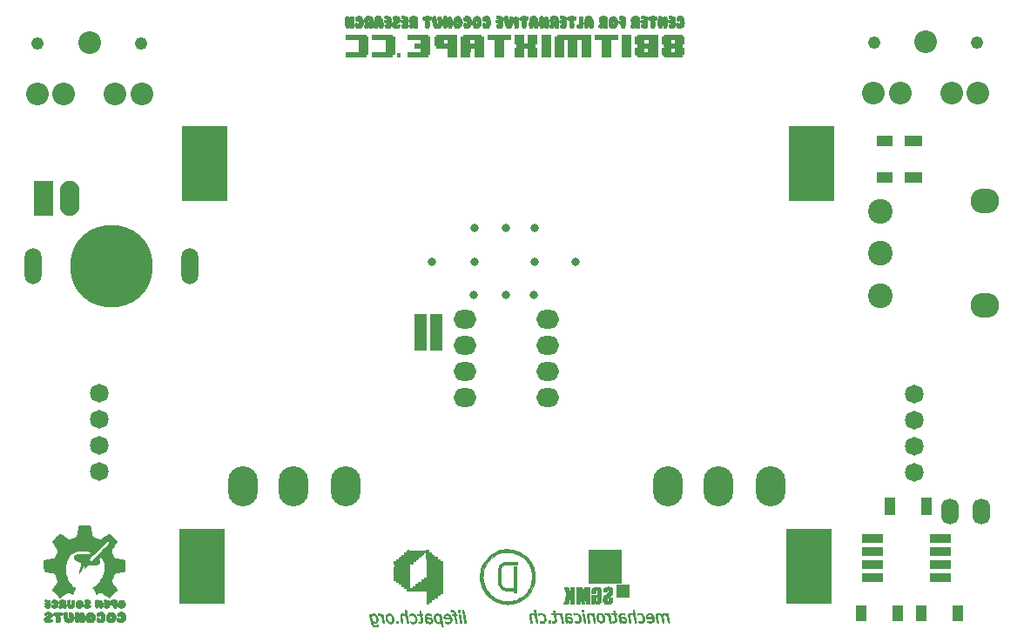
<source format=gbr>
G04 #@! TF.FileFunction,Soldermask,Bot*
%FSLAX46Y46*%
G04 Gerber Fmt 4.6, Leading zero omitted, Abs format (unit mm)*
G04 Created by KiCad (PCBNEW 4.0.7-e0-6372~58~ubuntu16.04.1) date Wed May  1 15:48:21 2019*
%MOMM*%
%LPD*%
G01*
G04 APERTURE LIST*
%ADD10C,0.100000*%
%ADD11C,0.010000*%
%ADD12C,0.820000*%
%ADD13C,2.400000*%
%ADD14O,2.800000X2.400000*%
%ADD15R,1.200000X3.600000*%
%ADD16R,4.400000X7.400000*%
%ADD17R,1.620000X1.020000*%
%ADD18R,1.020000X1.620000*%
%ADD19C,1.820000*%
%ADD20R,1.910000X3.410000*%
%ADD21O,1.910000X3.410000*%
%ADD22C,2.201860*%
%ADD23C,1.220000*%
%ADD24R,1.720000X1.120000*%
%ADD25R,1.120000X1.720000*%
%ADD26O,2.220000X1.820000*%
%ADD27C,2.540000*%
%ADD28O,2.900000X3.900000*%
%ADD29O,1.720000X2.520000*%
%ADD30O,1.620000X3.520000*%
%ADD31C,8.020000*%
%ADD32R,2.150000X0.950000*%
G04 APERTURE END LIST*
D10*
D11*
G36*
X137072447Y-128321881D02*
X137086567Y-128325674D01*
X137165018Y-128361317D01*
X137237432Y-128419717D01*
X137301835Y-128498556D01*
X137356257Y-128595518D01*
X137390743Y-128682950D01*
X137412635Y-128772930D01*
X137422259Y-128868595D01*
X137419689Y-128962411D01*
X137404995Y-129046842D01*
X137386783Y-129097949D01*
X137347080Y-129164167D01*
X137298321Y-129208540D01*
X137236643Y-129233455D01*
X137158186Y-129241296D01*
X137154824Y-129241289D01*
X137061693Y-129231333D01*
X136981785Y-129201395D01*
X136910728Y-129149812D01*
X136908298Y-129147547D01*
X136865846Y-129107681D01*
X136874195Y-129162015D01*
X136891106Y-129227322D01*
X136919962Y-129294447D01*
X136956397Y-129355299D01*
X136996040Y-129401785D01*
X137009719Y-129413057D01*
X137083608Y-129451511D01*
X137167538Y-129469512D01*
X137256030Y-129466713D01*
X137343604Y-129442767D01*
X137360813Y-129435277D01*
X137393981Y-129421606D01*
X137416617Y-129415539D01*
X137421532Y-129416199D01*
X137426488Y-129431403D01*
X137432270Y-129463372D01*
X137435396Y-129486694D01*
X137443005Y-129550934D01*
X137375547Y-129570967D01*
X137324065Y-129581277D01*
X137258227Y-129587571D01*
X137187073Y-129589675D01*
X137119644Y-129587416D01*
X137064982Y-129580623D01*
X137050631Y-129577168D01*
X136973675Y-129542253D01*
X136902693Y-129485492D01*
X136840909Y-129410291D01*
X136791550Y-129320056D01*
X136779947Y-129291365D01*
X136773226Y-129267111D01*
X136762828Y-129221643D01*
X136749439Y-129158600D01*
X136733750Y-129081620D01*
X136716449Y-128994341D01*
X136698223Y-128900402D01*
X136679762Y-128803441D01*
X136661754Y-128707096D01*
X136653811Y-128663729D01*
X136806033Y-128663729D01*
X136808867Y-128732015D01*
X136816211Y-128800286D01*
X136827521Y-128860320D01*
X136838173Y-128894731D01*
X136879546Y-128975748D01*
X136930744Y-129040623D01*
X136988884Y-129087728D01*
X137051084Y-129115433D01*
X137114460Y-129122107D01*
X137176129Y-129106122D01*
X137194608Y-129096214D01*
X137240569Y-129053639D01*
X137270574Y-128992631D01*
X137284192Y-128914857D01*
X137280992Y-128821988D01*
X137275375Y-128783652D01*
X137249869Y-128683177D01*
X137211643Y-128596035D01*
X137162713Y-128525382D01*
X137105094Y-128474375D01*
X137064561Y-128453488D01*
X136995127Y-128438175D01*
X136931062Y-128445236D01*
X136876217Y-128473022D01*
X136834448Y-128519880D01*
X136816065Y-128559994D01*
X136808251Y-128603648D01*
X136806033Y-128663729D01*
X136653811Y-128663729D01*
X136644887Y-128615007D01*
X136629851Y-128530810D01*
X136617333Y-128458145D01*
X136608022Y-128400650D01*
X136602606Y-128361964D01*
X136601500Y-128348347D01*
X136612536Y-128339216D01*
X136639736Y-128334337D01*
X136674236Y-128333627D01*
X136707172Y-128337003D01*
X136729679Y-128344385D01*
X136734259Y-128349575D01*
X136739499Y-128371915D01*
X136746059Y-128406652D01*
X136747301Y-128413957D01*
X136755382Y-128462465D01*
X136791265Y-128412929D01*
X136845224Y-128358910D01*
X136912410Y-128325039D01*
X136989318Y-128312351D01*
X137072447Y-128321881D01*
X137072447Y-128321881D01*
G37*
X137072447Y-128321881D02*
X137086567Y-128325674D01*
X137165018Y-128361317D01*
X137237432Y-128419717D01*
X137301835Y-128498556D01*
X137356257Y-128595518D01*
X137390743Y-128682950D01*
X137412635Y-128772930D01*
X137422259Y-128868595D01*
X137419689Y-128962411D01*
X137404995Y-129046842D01*
X137386783Y-129097949D01*
X137347080Y-129164167D01*
X137298321Y-129208540D01*
X137236643Y-129233455D01*
X137158186Y-129241296D01*
X137154824Y-129241289D01*
X137061693Y-129231333D01*
X136981785Y-129201395D01*
X136910728Y-129149812D01*
X136908298Y-129147547D01*
X136865846Y-129107681D01*
X136874195Y-129162015D01*
X136891106Y-129227322D01*
X136919962Y-129294447D01*
X136956397Y-129355299D01*
X136996040Y-129401785D01*
X137009719Y-129413057D01*
X137083608Y-129451511D01*
X137167538Y-129469512D01*
X137256030Y-129466713D01*
X137343604Y-129442767D01*
X137360813Y-129435277D01*
X137393981Y-129421606D01*
X137416617Y-129415539D01*
X137421532Y-129416199D01*
X137426488Y-129431403D01*
X137432270Y-129463372D01*
X137435396Y-129486694D01*
X137443005Y-129550934D01*
X137375547Y-129570967D01*
X137324065Y-129581277D01*
X137258227Y-129587571D01*
X137187073Y-129589675D01*
X137119644Y-129587416D01*
X137064982Y-129580623D01*
X137050631Y-129577168D01*
X136973675Y-129542253D01*
X136902693Y-129485492D01*
X136840909Y-129410291D01*
X136791550Y-129320056D01*
X136779947Y-129291365D01*
X136773226Y-129267111D01*
X136762828Y-129221643D01*
X136749439Y-129158600D01*
X136733750Y-129081620D01*
X136716449Y-128994341D01*
X136698223Y-128900402D01*
X136679762Y-128803441D01*
X136661754Y-128707096D01*
X136653811Y-128663729D01*
X136806033Y-128663729D01*
X136808867Y-128732015D01*
X136816211Y-128800286D01*
X136827521Y-128860320D01*
X136838173Y-128894731D01*
X136879546Y-128975748D01*
X136930744Y-129040623D01*
X136988884Y-129087728D01*
X137051084Y-129115433D01*
X137114460Y-129122107D01*
X137176129Y-129106122D01*
X137194608Y-129096214D01*
X137240569Y-129053639D01*
X137270574Y-128992631D01*
X137284192Y-128914857D01*
X137280992Y-128821988D01*
X137275375Y-128783652D01*
X137249869Y-128683177D01*
X137211643Y-128596035D01*
X137162713Y-128525382D01*
X137105094Y-128474375D01*
X137064561Y-128453488D01*
X136995127Y-128438175D01*
X136931062Y-128445236D01*
X136876217Y-128473022D01*
X136834448Y-128519880D01*
X136816065Y-128559994D01*
X136808251Y-128603648D01*
X136806033Y-128663729D01*
X136653811Y-128663729D01*
X136644887Y-128615007D01*
X136629851Y-128530810D01*
X136617333Y-128458145D01*
X136608022Y-128400650D01*
X136602606Y-128361964D01*
X136601500Y-128348347D01*
X136612536Y-128339216D01*
X136639736Y-128334337D01*
X136674236Y-128333627D01*
X136707172Y-128337003D01*
X136729679Y-128344385D01*
X136734259Y-128349575D01*
X136739499Y-128371915D01*
X136746059Y-128406652D01*
X136747301Y-128413957D01*
X136755382Y-128462465D01*
X136791265Y-128412929D01*
X136845224Y-128358910D01*
X136912410Y-128325039D01*
X136989318Y-128312351D01*
X137072447Y-128321881D01*
G36*
X143182914Y-128313824D02*
X143251668Y-128331030D01*
X143320028Y-128361915D01*
X143378339Y-128401542D01*
X143404073Y-128426964D01*
X143435445Y-128464247D01*
X143426786Y-128398973D01*
X143418127Y-128333700D01*
X143483021Y-128333700D01*
X143522101Y-128335096D01*
X143542874Y-128341158D01*
X143552367Y-128354698D01*
X143554452Y-128362275D01*
X143558616Y-128383445D01*
X143566391Y-128425846D01*
X143577258Y-128486482D01*
X143590699Y-128562357D01*
X143606194Y-128650474D01*
X143623225Y-128747837D01*
X143641273Y-128851449D01*
X143659819Y-128958315D01*
X143678346Y-129065437D01*
X143696333Y-129169820D01*
X143713263Y-129268466D01*
X143728616Y-129358381D01*
X143741874Y-129436567D01*
X143752519Y-129500027D01*
X143760031Y-129545767D01*
X143763891Y-129570789D01*
X143764300Y-129574447D01*
X143753615Y-129585579D01*
X143720443Y-129590601D01*
X143701655Y-129591000D01*
X143661442Y-129588820D01*
X143640210Y-129580961D01*
X143632619Y-129568775D01*
X143628388Y-129549173D01*
X143620798Y-129509269D01*
X143610717Y-129453807D01*
X143599013Y-129387532D01*
X143590821Y-129340175D01*
X143578618Y-129271427D01*
X143567358Y-129212384D01*
X143557893Y-129167181D01*
X143551075Y-129139953D01*
X143548295Y-129133800D01*
X143537721Y-129143576D01*
X143521321Y-129167464D01*
X143519221Y-129170967D01*
X143493885Y-129201854D01*
X143458635Y-129231775D01*
X143449807Y-129237642D01*
X143396073Y-129258993D01*
X143329487Y-129268083D01*
X143259478Y-129264853D01*
X143195472Y-129249243D01*
X143173437Y-129239399D01*
X143104895Y-129190900D01*
X143039975Y-129121668D01*
X142981969Y-129036367D01*
X142934170Y-128939663D01*
X142906746Y-128861585D01*
X142893480Y-128797032D01*
X142885931Y-128720059D01*
X142885686Y-128708003D01*
X143024472Y-128708003D01*
X143034445Y-128795146D01*
X143054141Y-128881392D01*
X143082429Y-128959192D01*
X143104137Y-129000450D01*
X143156832Y-129068091D01*
X143217455Y-129115213D01*
X143283102Y-129140553D01*
X143350869Y-129142848D01*
X143400161Y-129129182D01*
X143435846Y-129107101D01*
X143463645Y-129078230D01*
X143463739Y-129078088D01*
X143490691Y-129016373D01*
X143503383Y-128939861D01*
X143502654Y-128854181D01*
X143489341Y-128764965D01*
X143464281Y-128677842D01*
X143428312Y-128598442D01*
X143382643Y-128532818D01*
X143324853Y-128481084D01*
X143263329Y-128449927D01*
X143201793Y-128439040D01*
X143143963Y-128448116D01*
X143093561Y-128476847D01*
X143054306Y-128524928D01*
X143038227Y-128561219D01*
X143025355Y-128627511D01*
X143024472Y-128708003D01*
X142885686Y-128708003D01*
X142884298Y-128639966D01*
X142888780Y-128566058D01*
X142899221Y-128508856D01*
X142932381Y-128434068D01*
X142982434Y-128374879D01*
X143045712Y-128333811D01*
X143118545Y-128313387D01*
X143182914Y-128313824D01*
X143182914Y-128313824D01*
G37*
X143182914Y-128313824D02*
X143251668Y-128331030D01*
X143320028Y-128361915D01*
X143378339Y-128401542D01*
X143404073Y-128426964D01*
X143435445Y-128464247D01*
X143426786Y-128398973D01*
X143418127Y-128333700D01*
X143483021Y-128333700D01*
X143522101Y-128335096D01*
X143542874Y-128341158D01*
X143552367Y-128354698D01*
X143554452Y-128362275D01*
X143558616Y-128383445D01*
X143566391Y-128425846D01*
X143577258Y-128486482D01*
X143590699Y-128562357D01*
X143606194Y-128650474D01*
X143623225Y-128747837D01*
X143641273Y-128851449D01*
X143659819Y-128958315D01*
X143678346Y-129065437D01*
X143696333Y-129169820D01*
X143713263Y-129268466D01*
X143728616Y-129358381D01*
X143741874Y-129436567D01*
X143752519Y-129500027D01*
X143760031Y-129545767D01*
X143763891Y-129570789D01*
X143764300Y-129574447D01*
X143753615Y-129585579D01*
X143720443Y-129590601D01*
X143701655Y-129591000D01*
X143661442Y-129588820D01*
X143640210Y-129580961D01*
X143632619Y-129568775D01*
X143628388Y-129549173D01*
X143620798Y-129509269D01*
X143610717Y-129453807D01*
X143599013Y-129387532D01*
X143590821Y-129340175D01*
X143578618Y-129271427D01*
X143567358Y-129212384D01*
X143557893Y-129167181D01*
X143551075Y-129139953D01*
X143548295Y-129133800D01*
X143537721Y-129143576D01*
X143521321Y-129167464D01*
X143519221Y-129170967D01*
X143493885Y-129201854D01*
X143458635Y-129231775D01*
X143449807Y-129237642D01*
X143396073Y-129258993D01*
X143329487Y-129268083D01*
X143259478Y-129264853D01*
X143195472Y-129249243D01*
X143173437Y-129239399D01*
X143104895Y-129190900D01*
X143039975Y-129121668D01*
X142981969Y-129036367D01*
X142934170Y-128939663D01*
X142906746Y-128861585D01*
X142893480Y-128797032D01*
X142885931Y-128720059D01*
X142885686Y-128708003D01*
X143024472Y-128708003D01*
X143034445Y-128795146D01*
X143054141Y-128881392D01*
X143082429Y-128959192D01*
X143104137Y-129000450D01*
X143156832Y-129068091D01*
X143217455Y-129115213D01*
X143283102Y-129140553D01*
X143350869Y-129142848D01*
X143400161Y-129129182D01*
X143435846Y-129107101D01*
X143463645Y-129078230D01*
X143463739Y-129078088D01*
X143490691Y-129016373D01*
X143503383Y-128939861D01*
X143502654Y-128854181D01*
X143489341Y-128764965D01*
X143464281Y-128677842D01*
X143428312Y-128598442D01*
X143382643Y-128532818D01*
X143324853Y-128481084D01*
X143263329Y-128449927D01*
X143201793Y-128439040D01*
X143143963Y-128448116D01*
X143093561Y-128476847D01*
X143054306Y-128524928D01*
X143038227Y-128561219D01*
X143025355Y-128627511D01*
X143024472Y-128708003D01*
X142885686Y-128708003D01*
X142884298Y-128639966D01*
X142888780Y-128566058D01*
X142899221Y-128508856D01*
X142932381Y-128434068D01*
X142982434Y-128374879D01*
X143045712Y-128333811D01*
X143118545Y-128313387D01*
X143182914Y-128313824D01*
G36*
X138617741Y-128327907D02*
X138668228Y-128346435D01*
X138743675Y-128392910D01*
X138811328Y-128460224D01*
X138869099Y-128544465D01*
X138914902Y-128641723D01*
X138946648Y-128748085D01*
X138962250Y-128859641D01*
X138963512Y-128899719D01*
X138957315Y-128995621D01*
X138937126Y-129074218D01*
X138901215Y-129140450D01*
X138863968Y-129183941D01*
X138795983Y-129236548D01*
X138720034Y-129265731D01*
X138634896Y-129271768D01*
X138543972Y-129256202D01*
X138453680Y-129219114D01*
X138374266Y-129160792D01*
X138307147Y-129083574D01*
X138253740Y-128989796D01*
X138215463Y-128881799D01*
X138193731Y-128761918D01*
X138191058Y-128709022D01*
X138330283Y-128709022D01*
X138335609Y-128782635D01*
X138346459Y-128852913D01*
X138362557Y-128912890D01*
X138365458Y-128920698D01*
X138399062Y-128986585D01*
X138444364Y-129047136D01*
X138495710Y-129096023D01*
X138547446Y-129126921D01*
X138550950Y-129128252D01*
X138611242Y-129140911D01*
X138673972Y-129138922D01*
X138728654Y-129122995D01*
X138742454Y-129115259D01*
X138767468Y-129090557D01*
X138792383Y-129053222D01*
X138801398Y-129035181D01*
X138814164Y-129001742D01*
X138821108Y-128968262D01*
X138823134Y-128926619D01*
X138821150Y-128868696D01*
X138820762Y-128861628D01*
X138806302Y-128746683D01*
X138775982Y-128648438D01*
X138728423Y-128562724D01*
X138716421Y-128546324D01*
X138658962Y-128488494D01*
X138592006Y-128453976D01*
X138513856Y-128441909D01*
X138510606Y-128441882D01*
X138444777Y-128451008D01*
X138393555Y-128480173D01*
X138353772Y-128531271D01*
X138350227Y-128537802D01*
X138337315Y-128579642D01*
X138330760Y-128639036D01*
X138330283Y-128709022D01*
X138191058Y-128709022D01*
X138189124Y-128670756D01*
X138195297Y-128577068D01*
X138214912Y-128500888D01*
X138249945Y-128437058D01*
X138299447Y-128383037D01*
X138365293Y-128340127D01*
X138443544Y-128316312D01*
X138529320Y-128312078D01*
X138617741Y-128327907D01*
X138617741Y-128327907D01*
G37*
X138617741Y-128327907D02*
X138668228Y-128346435D01*
X138743675Y-128392910D01*
X138811328Y-128460224D01*
X138869099Y-128544465D01*
X138914902Y-128641723D01*
X138946648Y-128748085D01*
X138962250Y-128859641D01*
X138963512Y-128899719D01*
X138957315Y-128995621D01*
X138937126Y-129074218D01*
X138901215Y-129140450D01*
X138863968Y-129183941D01*
X138795983Y-129236548D01*
X138720034Y-129265731D01*
X138634896Y-129271768D01*
X138543972Y-129256202D01*
X138453680Y-129219114D01*
X138374266Y-129160792D01*
X138307147Y-129083574D01*
X138253740Y-128989796D01*
X138215463Y-128881799D01*
X138193731Y-128761918D01*
X138191058Y-128709022D01*
X138330283Y-128709022D01*
X138335609Y-128782635D01*
X138346459Y-128852913D01*
X138362557Y-128912890D01*
X138365458Y-128920698D01*
X138399062Y-128986585D01*
X138444364Y-129047136D01*
X138495710Y-129096023D01*
X138547446Y-129126921D01*
X138550950Y-129128252D01*
X138611242Y-129140911D01*
X138673972Y-129138922D01*
X138728654Y-129122995D01*
X138742454Y-129115259D01*
X138767468Y-129090557D01*
X138792383Y-129053222D01*
X138801398Y-129035181D01*
X138814164Y-129001742D01*
X138821108Y-128968262D01*
X138823134Y-128926619D01*
X138821150Y-128868696D01*
X138820762Y-128861628D01*
X138806302Y-128746683D01*
X138775982Y-128648438D01*
X138728423Y-128562724D01*
X138716421Y-128546324D01*
X138658962Y-128488494D01*
X138592006Y-128453976D01*
X138513856Y-128441909D01*
X138510606Y-128441882D01*
X138444777Y-128451008D01*
X138393555Y-128480173D01*
X138353772Y-128531271D01*
X138350227Y-128537802D01*
X138337315Y-128579642D01*
X138330760Y-128639036D01*
X138330283Y-128709022D01*
X138191058Y-128709022D01*
X138189124Y-128670756D01*
X138195297Y-128577068D01*
X138214912Y-128500888D01*
X138249945Y-128437058D01*
X138299447Y-128383037D01*
X138365293Y-128340127D01*
X138443544Y-128316312D01*
X138529320Y-128312078D01*
X138617741Y-128327907D01*
G36*
X140843561Y-128329167D02*
X140896906Y-128345300D01*
X140979176Y-128390084D01*
X141054172Y-128456700D01*
X141119209Y-128541995D01*
X141171603Y-128642819D01*
X141188809Y-128687921D01*
X141206166Y-128755762D01*
X141216585Y-128833648D01*
X141220048Y-128914590D01*
X141216536Y-128991603D01*
X141206030Y-129057696D01*
X141189957Y-129103252D01*
X141139303Y-129172696D01*
X141071864Y-129224627D01*
X140990180Y-129258012D01*
X140896793Y-129271819D01*
X140794246Y-129265015D01*
X140792500Y-129264726D01*
X140746405Y-129254370D01*
X140700711Y-129239842D01*
X140662629Y-129223910D01*
X140639375Y-129209343D01*
X140635880Y-129204621D01*
X140630164Y-129182411D01*
X140623348Y-129146236D01*
X140620772Y-129130025D01*
X140612101Y-129072202D01*
X140692775Y-129105724D01*
X140763014Y-129128207D01*
X140835241Y-129139806D01*
X140902904Y-129140339D01*
X140959453Y-129129624D01*
X140990808Y-129113965D01*
X141034159Y-129075466D01*
X141061311Y-129033481D01*
X141076251Y-128980057D01*
X141081468Y-128933173D01*
X141078974Y-128822795D01*
X141054102Y-128718083D01*
X141017310Y-128634424D01*
X140962754Y-128552881D01*
X140897126Y-128492478D01*
X140822861Y-128454058D01*
X140742393Y-128438468D01*
X140658156Y-128446553D01*
X140572583Y-128479158D01*
X140571679Y-128479638D01*
X140514766Y-128509899D01*
X140507583Y-128472599D01*
X140497319Y-128420197D01*
X140492702Y-128387186D01*
X140496005Y-128367783D01*
X140509498Y-128356203D01*
X140535453Y-128346662D01*
X140560138Y-128338798D01*
X140650843Y-128319503D01*
X140748773Y-128316359D01*
X140843561Y-128329167D01*
X140843561Y-128329167D01*
G37*
X140843561Y-128329167D02*
X140896906Y-128345300D01*
X140979176Y-128390084D01*
X141054172Y-128456700D01*
X141119209Y-128541995D01*
X141171603Y-128642819D01*
X141188809Y-128687921D01*
X141206166Y-128755762D01*
X141216585Y-128833648D01*
X141220048Y-128914590D01*
X141216536Y-128991603D01*
X141206030Y-129057696D01*
X141189957Y-129103252D01*
X141139303Y-129172696D01*
X141071864Y-129224627D01*
X140990180Y-129258012D01*
X140896793Y-129271819D01*
X140794246Y-129265015D01*
X140792500Y-129264726D01*
X140746405Y-129254370D01*
X140700711Y-129239842D01*
X140662629Y-129223910D01*
X140639375Y-129209343D01*
X140635880Y-129204621D01*
X140630164Y-129182411D01*
X140623348Y-129146236D01*
X140620772Y-129130025D01*
X140612101Y-129072202D01*
X140692775Y-129105724D01*
X140763014Y-129128207D01*
X140835241Y-129139806D01*
X140902904Y-129140339D01*
X140959453Y-129129624D01*
X140990808Y-129113965D01*
X141034159Y-129075466D01*
X141061311Y-129033481D01*
X141076251Y-128980057D01*
X141081468Y-128933173D01*
X141078974Y-128822795D01*
X141054102Y-128718083D01*
X141017310Y-128634424D01*
X140962754Y-128552881D01*
X140897126Y-128492478D01*
X140822861Y-128454058D01*
X140742393Y-128438468D01*
X140658156Y-128446553D01*
X140572583Y-128479158D01*
X140571679Y-128479638D01*
X140514766Y-128509899D01*
X140507583Y-128472599D01*
X140497319Y-128420197D01*
X140492702Y-128387186D01*
X140496005Y-128367783D01*
X140509498Y-128356203D01*
X140535453Y-128346662D01*
X140560138Y-128338798D01*
X140650843Y-128319503D01*
X140748773Y-128316359D01*
X140843561Y-128329167D01*
G36*
X142363352Y-128319943D02*
X142438012Y-128330907D01*
X142502317Y-128347333D01*
X142549858Y-128367841D01*
X142560813Y-128375299D01*
X142574268Y-128396617D01*
X142585575Y-128432573D01*
X142588956Y-128451049D01*
X142597418Y-128511248D01*
X142541540Y-128487296D01*
X142447782Y-128455615D01*
X142356265Y-128440662D01*
X142272023Y-128442715D01*
X142200092Y-128462054D01*
X142188280Y-128467680D01*
X142150817Y-128499984D01*
X142125586Y-128547076D01*
X142116851Y-128599624D01*
X142118842Y-128619609D01*
X142126440Y-128660113D01*
X142281795Y-128668550D01*
X142380466Y-128676197D01*
X142459197Y-128688082D01*
X142523287Y-128705610D01*
X142578038Y-128730183D01*
X142622820Y-128758835D01*
X142680701Y-128815141D01*
X142720679Y-128883914D01*
X142742136Y-128960099D01*
X142744453Y-129038642D01*
X142727013Y-129114488D01*
X142689195Y-129182582D01*
X142676516Y-129197768D01*
X142618211Y-129244658D01*
X142548645Y-129268842D01*
X142468014Y-129270280D01*
X142390925Y-129253589D01*
X142343502Y-129231948D01*
X142291140Y-129196944D01*
X142265379Y-129175550D01*
X142229397Y-129145062D01*
X142209674Y-129133065D01*
X142205507Y-129139147D01*
X142205881Y-129140601D01*
X142213497Y-129170971D01*
X142221310Y-129206825D01*
X142229618Y-129248100D01*
X142158759Y-129248100D01*
X142120191Y-129246195D01*
X142094455Y-129241275D01*
X142087900Y-129236356D01*
X142085781Y-129221014D01*
X142079835Y-129184288D01*
X142070674Y-129129799D01*
X142058913Y-129061173D01*
X142045164Y-128982033D01*
X142035754Y-128928381D01*
X142015839Y-128811197D01*
X142012305Y-128787646D01*
X142147962Y-128787646D01*
X142157035Y-128836898D01*
X142183709Y-128928897D01*
X142226275Y-129008906D01*
X142281937Y-129072817D01*
X142346763Y-129115992D01*
X142407902Y-129139126D01*
X142459764Y-129144945D01*
X142511103Y-129134026D01*
X142526914Y-129127907D01*
X142568580Y-129097571D01*
X142596028Y-129050552D01*
X142606357Y-128992905D01*
X142604700Y-128965495D01*
X142590525Y-128909435D01*
X142563257Y-128866081D01*
X142520487Y-128834076D01*
X142459808Y-128812066D01*
X142378810Y-128798693D01*
X142298906Y-128793345D01*
X142147962Y-128787646D01*
X142012305Y-128787646D01*
X142001499Y-128715646D01*
X141992695Y-128638593D01*
X141989387Y-128576900D01*
X141991534Y-128527431D01*
X141999098Y-128487046D01*
X142012038Y-128452611D01*
X142029332Y-128422463D01*
X142069677Y-128374501D01*
X142119148Y-128342017D01*
X142182226Y-128323140D01*
X142263390Y-128316002D01*
X142284750Y-128315822D01*
X142363352Y-128319943D01*
X142363352Y-128319943D01*
G37*
X142363352Y-128319943D02*
X142438012Y-128330907D01*
X142502317Y-128347333D01*
X142549858Y-128367841D01*
X142560813Y-128375299D01*
X142574268Y-128396617D01*
X142585575Y-128432573D01*
X142588956Y-128451049D01*
X142597418Y-128511248D01*
X142541540Y-128487296D01*
X142447782Y-128455615D01*
X142356265Y-128440662D01*
X142272023Y-128442715D01*
X142200092Y-128462054D01*
X142188280Y-128467680D01*
X142150817Y-128499984D01*
X142125586Y-128547076D01*
X142116851Y-128599624D01*
X142118842Y-128619609D01*
X142126440Y-128660113D01*
X142281795Y-128668550D01*
X142380466Y-128676197D01*
X142459197Y-128688082D01*
X142523287Y-128705610D01*
X142578038Y-128730183D01*
X142622820Y-128758835D01*
X142680701Y-128815141D01*
X142720679Y-128883914D01*
X142742136Y-128960099D01*
X142744453Y-129038642D01*
X142727013Y-129114488D01*
X142689195Y-129182582D01*
X142676516Y-129197768D01*
X142618211Y-129244658D01*
X142548645Y-129268842D01*
X142468014Y-129270280D01*
X142390925Y-129253589D01*
X142343502Y-129231948D01*
X142291140Y-129196944D01*
X142265379Y-129175550D01*
X142229397Y-129145062D01*
X142209674Y-129133065D01*
X142205507Y-129139147D01*
X142205881Y-129140601D01*
X142213497Y-129170971D01*
X142221310Y-129206825D01*
X142229618Y-129248100D01*
X142158759Y-129248100D01*
X142120191Y-129246195D01*
X142094455Y-129241275D01*
X142087900Y-129236356D01*
X142085781Y-129221014D01*
X142079835Y-129184288D01*
X142070674Y-129129799D01*
X142058913Y-129061173D01*
X142045164Y-128982033D01*
X142035754Y-128928381D01*
X142015839Y-128811197D01*
X142012305Y-128787646D01*
X142147962Y-128787646D01*
X142157035Y-128836898D01*
X142183709Y-128928897D01*
X142226275Y-129008906D01*
X142281937Y-129072817D01*
X142346763Y-129115992D01*
X142407902Y-129139126D01*
X142459764Y-129144945D01*
X142511103Y-129134026D01*
X142526914Y-129127907D01*
X142568580Y-129097571D01*
X142596028Y-129050552D01*
X142606357Y-128992905D01*
X142604700Y-128965495D01*
X142590525Y-128909435D01*
X142563257Y-128866081D01*
X142520487Y-128834076D01*
X142459808Y-128812066D01*
X142378810Y-128798693D01*
X142298906Y-128793345D01*
X142147962Y-128787646D01*
X142012305Y-128787646D01*
X142001499Y-128715646D01*
X141992695Y-128638593D01*
X141989387Y-128576900D01*
X141991534Y-128527431D01*
X141999098Y-128487046D01*
X142012038Y-128452611D01*
X142029332Y-128422463D01*
X142069677Y-128374501D01*
X142119148Y-128342017D01*
X142182226Y-128323140D01*
X142263390Y-128316002D01*
X142284750Y-128315822D01*
X142363352Y-128319943D01*
G36*
X144234662Y-128322707D02*
X144315347Y-128346477D01*
X144387190Y-128389128D01*
X144438167Y-128434158D01*
X144503240Y-128512976D01*
X144555431Y-128603759D01*
X144593979Y-128702160D01*
X144618127Y-128803831D01*
X144627115Y-128904425D01*
X144620184Y-128999596D01*
X144596575Y-129084994D01*
X144562604Y-129146962D01*
X144510349Y-129198439D01*
X144439871Y-129236921D01*
X144355336Y-129261407D01*
X144260913Y-129270895D01*
X144160767Y-129264384D01*
X144111880Y-129255280D01*
X144046354Y-129238522D01*
X144001734Y-129221296D01*
X143973668Y-129200464D01*
X143957803Y-129172886D01*
X143950218Y-129138684D01*
X143946287Y-129102711D01*
X143945569Y-129078950D01*
X143946611Y-129074255D01*
X143959822Y-129076184D01*
X143988599Y-129086142D01*
X144010465Y-129095063D01*
X144056247Y-129111241D01*
X144112756Y-129126559D01*
X144153320Y-129135022D01*
X144250851Y-129143709D01*
X144332534Y-129133418D01*
X144397718Y-129104601D01*
X144445753Y-129057711D01*
X144475991Y-128993201D01*
X144487780Y-128911523D01*
X144487921Y-128902025D01*
X144488200Y-128829000D01*
X143856375Y-128829000D01*
X143848437Y-128789312D01*
X143842015Y-128735157D01*
X143840632Y-128669839D01*
X143840644Y-128669592D01*
X143967162Y-128669592D01*
X143971778Y-128699457D01*
X143975966Y-128706233D01*
X143990791Y-128708924D01*
X144026849Y-128711263D01*
X144079975Y-128713102D01*
X144146004Y-128714296D01*
X144217266Y-128714700D01*
X144302928Y-128714327D01*
X144366027Y-128713076D01*
X144409394Y-128710744D01*
X144435857Y-128707132D01*
X144448245Y-128702036D01*
X144450100Y-128698143D01*
X144442282Y-128666949D01*
X144421853Y-128624443D01*
X144393343Y-128578056D01*
X144361287Y-128535216D01*
X144332333Y-128505129D01*
X144263782Y-128459140D01*
X144194801Y-128438446D01*
X144124770Y-128442941D01*
X144073873Y-128461463D01*
X144026825Y-128493332D01*
X143994627Y-128539700D01*
X143993663Y-128541673D01*
X143979012Y-128582256D01*
X143969876Y-128627710D01*
X143967162Y-128669592D01*
X143840644Y-128669592D01*
X143843894Y-128602999D01*
X143851408Y-128544279D01*
X143859799Y-128510793D01*
X143898463Y-128431211D01*
X143951196Y-128372676D01*
X144018643Y-128334736D01*
X144101449Y-128316941D01*
X144138950Y-128315362D01*
X144234662Y-128322707D01*
X144234662Y-128322707D01*
G37*
X144234662Y-128322707D02*
X144315347Y-128346477D01*
X144387190Y-128389128D01*
X144438167Y-128434158D01*
X144503240Y-128512976D01*
X144555431Y-128603759D01*
X144593979Y-128702160D01*
X144618127Y-128803831D01*
X144627115Y-128904425D01*
X144620184Y-128999596D01*
X144596575Y-129084994D01*
X144562604Y-129146962D01*
X144510349Y-129198439D01*
X144439871Y-129236921D01*
X144355336Y-129261407D01*
X144260913Y-129270895D01*
X144160767Y-129264384D01*
X144111880Y-129255280D01*
X144046354Y-129238522D01*
X144001734Y-129221296D01*
X143973668Y-129200464D01*
X143957803Y-129172886D01*
X143950218Y-129138684D01*
X143946287Y-129102711D01*
X143945569Y-129078950D01*
X143946611Y-129074255D01*
X143959822Y-129076184D01*
X143988599Y-129086142D01*
X144010465Y-129095063D01*
X144056247Y-129111241D01*
X144112756Y-129126559D01*
X144153320Y-129135022D01*
X144250851Y-129143709D01*
X144332534Y-129133418D01*
X144397718Y-129104601D01*
X144445753Y-129057711D01*
X144475991Y-128993201D01*
X144487780Y-128911523D01*
X144487921Y-128902025D01*
X144488200Y-128829000D01*
X143856375Y-128829000D01*
X143848437Y-128789312D01*
X143842015Y-128735157D01*
X143840632Y-128669839D01*
X143840644Y-128669592D01*
X143967162Y-128669592D01*
X143971778Y-128699457D01*
X143975966Y-128706233D01*
X143990791Y-128708924D01*
X144026849Y-128711263D01*
X144079975Y-128713102D01*
X144146004Y-128714296D01*
X144217266Y-128714700D01*
X144302928Y-128714327D01*
X144366027Y-128713076D01*
X144409394Y-128710744D01*
X144435857Y-128707132D01*
X144448245Y-128702036D01*
X144450100Y-128698143D01*
X144442282Y-128666949D01*
X144421853Y-128624443D01*
X144393343Y-128578056D01*
X144361287Y-128535216D01*
X144332333Y-128505129D01*
X144263782Y-128459140D01*
X144194801Y-128438446D01*
X144124770Y-128442941D01*
X144073873Y-128461463D01*
X144026825Y-128493332D01*
X143994627Y-128539700D01*
X143993663Y-128541673D01*
X143979012Y-128582256D01*
X143969876Y-128627710D01*
X143967162Y-128669592D01*
X143840644Y-128669592D01*
X143843894Y-128602999D01*
X143851408Y-128544279D01*
X143859799Y-128510793D01*
X143898463Y-128431211D01*
X143951196Y-128372676D01*
X144018643Y-128334736D01*
X144101449Y-128316941D01*
X144138950Y-128315362D01*
X144234662Y-128322707D01*
G36*
X137588219Y-128326680D02*
X137665976Y-128358219D01*
X137732361Y-128405815D01*
X137753485Y-128428048D01*
X137785769Y-128466415D01*
X137776643Y-128400057D01*
X137767516Y-128333700D01*
X137831352Y-128333700D01*
X137872011Y-128335810D01*
X137893667Y-128343435D01*
X137901793Y-128355925D01*
X137905505Y-128373488D01*
X137912949Y-128412925D01*
X137923558Y-128471077D01*
X137936764Y-128544786D01*
X137951998Y-128630891D01*
X137968695Y-128726234D01*
X137978829Y-128784550D01*
X137996142Y-128884160D01*
X138012318Y-128976685D01*
X138026787Y-129058903D01*
X138038979Y-129127591D01*
X138048322Y-129179526D01*
X138054245Y-129211487D01*
X138055871Y-129219525D01*
X138057828Y-129235836D01*
X138050249Y-129244363D01*
X138027565Y-129247613D01*
X137992391Y-129248100D01*
X137954049Y-129246538D01*
X137928573Y-129242509D01*
X137922259Y-129238575D01*
X137919784Y-129216471D01*
X137913057Y-129174254D01*
X137902993Y-129116680D01*
X137890508Y-129048506D01*
X137876517Y-128974487D01*
X137861936Y-128899380D01*
X137847679Y-128827939D01*
X137834661Y-128764923D01*
X137823800Y-128715085D01*
X137816008Y-128683183D01*
X137814251Y-128677353D01*
X137781651Y-128606606D01*
X137736328Y-128543181D01*
X137683872Y-128494076D01*
X137652667Y-128475054D01*
X137599447Y-128456670D01*
X137542546Y-128448646D01*
X137491629Y-128451733D01*
X137465491Y-128460490D01*
X137451940Y-128464900D01*
X137442891Y-128457059D01*
X137435524Y-128432245D01*
X137429497Y-128400165D01*
X137423662Y-128359970D01*
X137421595Y-128330934D01*
X137423010Y-128321000D01*
X137438002Y-128317723D01*
X137470803Y-128315578D01*
X137507464Y-128315045D01*
X137588219Y-128326680D01*
X137588219Y-128326680D01*
G37*
X137588219Y-128326680D02*
X137665976Y-128358219D01*
X137732361Y-128405815D01*
X137753485Y-128428048D01*
X137785769Y-128466415D01*
X137776643Y-128400057D01*
X137767516Y-128333700D01*
X137831352Y-128333700D01*
X137872011Y-128335810D01*
X137893667Y-128343435D01*
X137901793Y-128355925D01*
X137905505Y-128373488D01*
X137912949Y-128412925D01*
X137923558Y-128471077D01*
X137936764Y-128544786D01*
X137951998Y-128630891D01*
X137968695Y-128726234D01*
X137978829Y-128784550D01*
X137996142Y-128884160D01*
X138012318Y-128976685D01*
X138026787Y-129058903D01*
X138038979Y-129127591D01*
X138048322Y-129179526D01*
X138054245Y-129211487D01*
X138055871Y-129219525D01*
X138057828Y-129235836D01*
X138050249Y-129244363D01*
X138027565Y-129247613D01*
X137992391Y-129248100D01*
X137954049Y-129246538D01*
X137928573Y-129242509D01*
X137922259Y-129238575D01*
X137919784Y-129216471D01*
X137913057Y-129174254D01*
X137902993Y-129116680D01*
X137890508Y-129048506D01*
X137876517Y-128974487D01*
X137861936Y-128899380D01*
X137847679Y-128827939D01*
X137834661Y-128764923D01*
X137823800Y-128715085D01*
X137816008Y-128683183D01*
X137814251Y-128677353D01*
X137781651Y-128606606D01*
X137736328Y-128543181D01*
X137683872Y-128494076D01*
X137652667Y-128475054D01*
X137599447Y-128456670D01*
X137542546Y-128448646D01*
X137491629Y-128451733D01*
X137465491Y-128460490D01*
X137451940Y-128464900D01*
X137442891Y-128457059D01*
X137435524Y-128432245D01*
X137429497Y-128400165D01*
X137423662Y-128359970D01*
X137421595Y-128330934D01*
X137423010Y-128321000D01*
X137438002Y-128317723D01*
X137470803Y-128315578D01*
X137507464Y-128315045D01*
X137588219Y-128326680D01*
G36*
X139406338Y-129133071D02*
X139413607Y-129178887D01*
X139418826Y-129215228D01*
X139420897Y-129234433D01*
X139420900Y-129234671D01*
X139409095Y-129242297D01*
X139377105Y-129247014D01*
X139344700Y-129248100D01*
X139304505Y-129246657D01*
X139276888Y-129242908D01*
X139268485Y-129238575D01*
X139266246Y-129222244D01*
X139260356Y-129187999D01*
X139252028Y-129142857D01*
X139250910Y-129136975D01*
X139233350Y-129044900D01*
X139391777Y-129044900D01*
X139406338Y-129133071D01*
X139406338Y-129133071D01*
G37*
X139406338Y-129133071D02*
X139413607Y-129178887D01*
X139418826Y-129215228D01*
X139420897Y-129234433D01*
X139420900Y-129234671D01*
X139409095Y-129242297D01*
X139377105Y-129247014D01*
X139344700Y-129248100D01*
X139304505Y-129246657D01*
X139276888Y-129242908D01*
X139268485Y-129238575D01*
X139266246Y-129222244D01*
X139260356Y-129187999D01*
X139252028Y-129142857D01*
X139250910Y-129136975D01*
X139233350Y-129044900D01*
X139391777Y-129044900D01*
X139406338Y-129133071D01*
G36*
X140164225Y-127979746D02*
X140189481Y-127983990D01*
X140195600Y-127988066D01*
X140197730Y-128002189D01*
X140203843Y-128038888D01*
X140213515Y-128095726D01*
X140226327Y-128170262D01*
X140241858Y-128260057D01*
X140259687Y-128362674D01*
X140279394Y-128475673D01*
X140300556Y-128596615D01*
X140303523Y-128613541D01*
X140324852Y-128735384D01*
X140344784Y-128849623D01*
X140362895Y-128953818D01*
X140378767Y-129045529D01*
X140391978Y-129122316D01*
X140402106Y-129181738D01*
X140408731Y-129221355D01*
X140411432Y-129238729D01*
X140411473Y-129239238D01*
X140400076Y-129244277D01*
X140370780Y-129246276D01*
X140345275Y-129245588D01*
X140279051Y-129241750D01*
X140231236Y-128968700D01*
X140216126Y-128885087D01*
X140201134Y-128806948D01*
X140187199Y-128738825D01*
X140175263Y-128685261D01*
X140166263Y-128650798D01*
X140164212Y-128644692D01*
X140128961Y-128578029D01*
X140079026Y-128518807D01*
X140021756Y-128475554D01*
X140015637Y-128472296D01*
X139965959Y-128454936D01*
X139909062Y-128446813D01*
X139855152Y-128448563D01*
X139816153Y-128459868D01*
X139785459Y-128488159D01*
X139761997Y-128531231D01*
X139751272Y-128578523D01*
X139751100Y-128584677D01*
X139753183Y-128604681D01*
X139758952Y-128645356D01*
X139767685Y-128702356D01*
X139778657Y-128771339D01*
X139791147Y-128847959D01*
X139804433Y-128927872D01*
X139817791Y-129006735D01*
X139830500Y-129080204D01*
X139841835Y-129143933D01*
X139851076Y-129193578D01*
X139857499Y-129224796D01*
X139857752Y-129225875D01*
X139857370Y-129238808D01*
X139844728Y-129245527D01*
X139814442Y-129247925D01*
X139794602Y-129248100D01*
X139754340Y-129246868D01*
X139732603Y-129241436D01*
X139722567Y-129229198D01*
X139719762Y-129219525D01*
X139714734Y-129193735D01*
X139706481Y-129147592D01*
X139695790Y-129085821D01*
X139683445Y-129013152D01*
X139670233Y-128934310D01*
X139656939Y-128854024D01*
X139644350Y-128777020D01*
X139633250Y-128708026D01*
X139624426Y-128651770D01*
X139618664Y-128612978D01*
X139617497Y-128604253D01*
X139616700Y-128534005D01*
X139630063Y-128465663D01*
X139655331Y-128406867D01*
X139687312Y-128367640D01*
X139751357Y-128329482D01*
X139824274Y-128312897D01*
X139902271Y-128317444D01*
X139981558Y-128342679D01*
X140058341Y-128388159D01*
X140090727Y-128414804D01*
X140141495Y-128460670D01*
X140105686Y-128254310D01*
X140093152Y-128182287D01*
X140081680Y-128116752D01*
X140072169Y-128062814D01*
X140065519Y-128025584D01*
X140063206Y-128013025D01*
X140060528Y-127993031D01*
X140066140Y-127982642D01*
X140085701Y-127978713D01*
X140124871Y-127978100D01*
X140126067Y-127978100D01*
X140164225Y-127979746D01*
X140164225Y-127979746D01*
G37*
X140164225Y-127979746D02*
X140189481Y-127983990D01*
X140195600Y-127988066D01*
X140197730Y-128002189D01*
X140203843Y-128038888D01*
X140213515Y-128095726D01*
X140226327Y-128170262D01*
X140241858Y-128260057D01*
X140259687Y-128362674D01*
X140279394Y-128475673D01*
X140300556Y-128596615D01*
X140303523Y-128613541D01*
X140324852Y-128735384D01*
X140344784Y-128849623D01*
X140362895Y-128953818D01*
X140378767Y-129045529D01*
X140391978Y-129122316D01*
X140402106Y-129181738D01*
X140408731Y-129221355D01*
X140411432Y-129238729D01*
X140411473Y-129239238D01*
X140400076Y-129244277D01*
X140370780Y-129246276D01*
X140345275Y-129245588D01*
X140279051Y-129241750D01*
X140231236Y-128968700D01*
X140216126Y-128885087D01*
X140201134Y-128806948D01*
X140187199Y-128738825D01*
X140175263Y-128685261D01*
X140166263Y-128650798D01*
X140164212Y-128644692D01*
X140128961Y-128578029D01*
X140079026Y-128518807D01*
X140021756Y-128475554D01*
X140015637Y-128472296D01*
X139965959Y-128454936D01*
X139909062Y-128446813D01*
X139855152Y-128448563D01*
X139816153Y-128459868D01*
X139785459Y-128488159D01*
X139761997Y-128531231D01*
X139751272Y-128578523D01*
X139751100Y-128584677D01*
X139753183Y-128604681D01*
X139758952Y-128645356D01*
X139767685Y-128702356D01*
X139778657Y-128771339D01*
X139791147Y-128847959D01*
X139804433Y-128927872D01*
X139817791Y-129006735D01*
X139830500Y-129080204D01*
X139841835Y-129143933D01*
X139851076Y-129193578D01*
X139857499Y-129224796D01*
X139857752Y-129225875D01*
X139857370Y-129238808D01*
X139844728Y-129245527D01*
X139814442Y-129247925D01*
X139794602Y-129248100D01*
X139754340Y-129246868D01*
X139732603Y-129241436D01*
X139722567Y-129229198D01*
X139719762Y-129219525D01*
X139714734Y-129193735D01*
X139706481Y-129147592D01*
X139695790Y-129085821D01*
X139683445Y-129013152D01*
X139670233Y-128934310D01*
X139656939Y-128854024D01*
X139644350Y-128777020D01*
X139633250Y-128708026D01*
X139624426Y-128651770D01*
X139618664Y-128612978D01*
X139617497Y-128604253D01*
X139616700Y-128534005D01*
X139630063Y-128465663D01*
X139655331Y-128406867D01*
X139687312Y-128367640D01*
X139751357Y-128329482D01*
X139824274Y-128312897D01*
X139902271Y-128317444D01*
X139981558Y-128342679D01*
X140058341Y-128388159D01*
X140090727Y-128414804D01*
X140141495Y-128460670D01*
X140105686Y-128254310D01*
X140093152Y-128182287D01*
X140081680Y-128116752D01*
X140072169Y-128062814D01*
X140065519Y-128025584D01*
X140063206Y-128013025D01*
X140060528Y-127993031D01*
X140066140Y-127982642D01*
X140085701Y-127978713D01*
X140124871Y-127978100D01*
X140126067Y-127978100D01*
X140164225Y-127979746D01*
G36*
X141544867Y-128069511D02*
X141611435Y-128073350D01*
X141627047Y-128162250D01*
X141636111Y-128213827D01*
X141644470Y-128261326D01*
X141649954Y-128292425D01*
X141656378Y-128318097D01*
X141668839Y-128330066D01*
X141695287Y-128333530D01*
X141713078Y-128333700D01*
X141747914Y-128334895D01*
X141765704Y-128342997D01*
X141774800Y-128364777D01*
X141779649Y-128387675D01*
X141790392Y-128441650D01*
X141735946Y-128445520D01*
X141700030Y-128451461D01*
X141682404Y-128461810D01*
X141681500Y-128465099D01*
X141683638Y-128481942D01*
X141689601Y-128519723D01*
X141698710Y-128574384D01*
X141710286Y-128641866D01*
X141723652Y-128718109D01*
X141725950Y-128731062D01*
X141744253Y-128837327D01*
X141757324Y-128922124D01*
X141765341Y-128988804D01*
X141768485Y-129040716D01*
X141766934Y-129081210D01*
X141760867Y-129113636D01*
X141750463Y-129141344D01*
X141748155Y-129146067D01*
X141720246Y-129186795D01*
X141681556Y-129215465D01*
X141627964Y-129233898D01*
X141555349Y-129243912D01*
X141522089Y-129245881D01*
X141406030Y-129250957D01*
X141393192Y-129186028D01*
X141380354Y-129121100D01*
X141477301Y-129121100D01*
X141543023Y-129118564D01*
X141587459Y-129109339D01*
X141614363Y-129090996D01*
X141627488Y-129061109D01*
X141630624Y-129021954D01*
X141628415Y-128991011D01*
X141622307Y-128940050D01*
X141613002Y-128874032D01*
X141601205Y-128797919D01*
X141587618Y-128716672D01*
X141586174Y-128708376D01*
X141572764Y-128631479D01*
X141560982Y-128563621D01*
X141551477Y-128508581D01*
X141544903Y-128470139D01*
X141541912Y-128452074D01*
X141541800Y-128451201D01*
X141529973Y-128449889D01*
X141497986Y-128448837D01*
X141451078Y-128448170D01*
X141408051Y-128448000D01*
X141341806Y-128446950D01*
X141298318Y-128443605D01*
X141275027Y-128437672D01*
X141269450Y-128432125D01*
X141263979Y-128409033D01*
X141257559Y-128375511D01*
X141257466Y-128374975D01*
X141250335Y-128333700D01*
X141383367Y-128333700D01*
X141447337Y-128332799D01*
X141488869Y-128329866D01*
X141510868Y-128324553D01*
X141516382Y-128317825D01*
X141514275Y-128298675D01*
X141508672Y-128261398D01*
X141500629Y-128212855D01*
X141497350Y-128194000D01*
X141488733Y-128143984D01*
X141482149Y-128103665D01*
X141478633Y-128079478D01*
X141478317Y-128075861D01*
X141489723Y-128070831D01*
X141519046Y-128068824D01*
X141544867Y-128069511D01*
X141544867Y-128069511D01*
G37*
X141544867Y-128069511D02*
X141611435Y-128073350D01*
X141627047Y-128162250D01*
X141636111Y-128213827D01*
X141644470Y-128261326D01*
X141649954Y-128292425D01*
X141656378Y-128318097D01*
X141668839Y-128330066D01*
X141695287Y-128333530D01*
X141713078Y-128333700D01*
X141747914Y-128334895D01*
X141765704Y-128342997D01*
X141774800Y-128364777D01*
X141779649Y-128387675D01*
X141790392Y-128441650D01*
X141735946Y-128445520D01*
X141700030Y-128451461D01*
X141682404Y-128461810D01*
X141681500Y-128465099D01*
X141683638Y-128481942D01*
X141689601Y-128519723D01*
X141698710Y-128574384D01*
X141710286Y-128641866D01*
X141723652Y-128718109D01*
X141725950Y-128731062D01*
X141744253Y-128837327D01*
X141757324Y-128922124D01*
X141765341Y-128988804D01*
X141768485Y-129040716D01*
X141766934Y-129081210D01*
X141760867Y-129113636D01*
X141750463Y-129141344D01*
X141748155Y-129146067D01*
X141720246Y-129186795D01*
X141681556Y-129215465D01*
X141627964Y-129233898D01*
X141555349Y-129243912D01*
X141522089Y-129245881D01*
X141406030Y-129250957D01*
X141393192Y-129186028D01*
X141380354Y-129121100D01*
X141477301Y-129121100D01*
X141543023Y-129118564D01*
X141587459Y-129109339D01*
X141614363Y-129090996D01*
X141627488Y-129061109D01*
X141630624Y-129021954D01*
X141628415Y-128991011D01*
X141622307Y-128940050D01*
X141613002Y-128874032D01*
X141601205Y-128797919D01*
X141587618Y-128716672D01*
X141586174Y-128708376D01*
X141572764Y-128631479D01*
X141560982Y-128563621D01*
X141551477Y-128508581D01*
X141544903Y-128470139D01*
X141541912Y-128452074D01*
X141541800Y-128451201D01*
X141529973Y-128449889D01*
X141497986Y-128448837D01*
X141451078Y-128448170D01*
X141408051Y-128448000D01*
X141341806Y-128446950D01*
X141298318Y-128443605D01*
X141275027Y-128437672D01*
X141269450Y-128432125D01*
X141263979Y-128409033D01*
X141257559Y-128375511D01*
X141257466Y-128374975D01*
X141250335Y-128333700D01*
X141383367Y-128333700D01*
X141447337Y-128332799D01*
X141488869Y-128329866D01*
X141510868Y-128324553D01*
X141516382Y-128317825D01*
X141514275Y-128298675D01*
X141508672Y-128261398D01*
X141500629Y-128212855D01*
X141497350Y-128194000D01*
X141488733Y-128143984D01*
X141482149Y-128103665D01*
X141478633Y-128079478D01*
X141478317Y-128075861D01*
X141489723Y-128070831D01*
X141519046Y-128068824D01*
X141544867Y-128069511D01*
G36*
X144612025Y-127978170D02*
X144695507Y-127981740D01*
X144759910Y-127993241D01*
X144810698Y-128014068D01*
X144843962Y-128037335D01*
X144890277Y-128090185D01*
X144924867Y-128161877D01*
X144948042Y-128250146D01*
X144963892Y-128333700D01*
X145030846Y-128333700D01*
X145073264Y-128335899D01*
X145094128Y-128343107D01*
X145097800Y-128351162D01*
X145100187Y-128375555D01*
X145105737Y-128408312D01*
X145113675Y-128448000D01*
X145047578Y-128448000D01*
X145009170Y-128448638D01*
X144990447Y-128452813D01*
X144985693Y-128463915D01*
X144988697Y-128482925D01*
X144992778Y-128504584D01*
X145000544Y-128547533D01*
X145011331Y-128608032D01*
X145024474Y-128682346D01*
X145039312Y-128766738D01*
X145053535Y-128848050D01*
X145069320Y-128938306D01*
X145083996Y-129021842D01*
X145096900Y-129094920D01*
X145107370Y-129153803D01*
X145114746Y-129194755D01*
X145118188Y-129213175D01*
X145121085Y-129233221D01*
X145115574Y-129243605D01*
X145096011Y-129247505D01*
X145056755Y-129248099D01*
X145056181Y-129248100D01*
X144987143Y-129248100D01*
X144958089Y-129079825D01*
X144945587Y-129007684D01*
X144930217Y-128919419D01*
X144913531Y-128823918D01*
X144897082Y-128730069D01*
X144888799Y-128682950D01*
X144848563Y-128454350D01*
X144738350Y-128450682D01*
X144685318Y-128448589D01*
X144652350Y-128445479D01*
X144634115Y-128439628D01*
X144625288Y-128429315D01*
X144620540Y-128412817D01*
X144620487Y-128412582D01*
X144612451Y-128378170D01*
X144606813Y-128355925D01*
X144606341Y-128345395D01*
X144614845Y-128338817D01*
X144636786Y-128335284D01*
X144676626Y-128333889D01*
X144716186Y-128333700D01*
X144831583Y-128333700D01*
X144823718Y-128298775D01*
X144808647Y-128235935D01*
X144795502Y-128192476D01*
X144782098Y-128162710D01*
X144766249Y-128140953D01*
X144760944Y-128135390D01*
X144742574Y-128119893D01*
X144721227Y-128110768D01*
X144689872Y-128106386D01*
X144641478Y-128105122D01*
X144630064Y-128105100D01*
X144529475Y-128105100D01*
X144521537Y-128065412D01*
X144513889Y-128023126D01*
X144514513Y-127997326D01*
X144527626Y-127983944D01*
X144557448Y-127978914D01*
X144608196Y-127978168D01*
X144612025Y-127978170D01*
X144612025Y-127978170D01*
G37*
X144612025Y-127978170D02*
X144695507Y-127981740D01*
X144759910Y-127993241D01*
X144810698Y-128014068D01*
X144843962Y-128037335D01*
X144890277Y-128090185D01*
X144924867Y-128161877D01*
X144948042Y-128250146D01*
X144963892Y-128333700D01*
X145030846Y-128333700D01*
X145073264Y-128335899D01*
X145094128Y-128343107D01*
X145097800Y-128351162D01*
X145100187Y-128375555D01*
X145105737Y-128408312D01*
X145113675Y-128448000D01*
X145047578Y-128448000D01*
X145009170Y-128448638D01*
X144990447Y-128452813D01*
X144985693Y-128463915D01*
X144988697Y-128482925D01*
X144992778Y-128504584D01*
X145000544Y-128547533D01*
X145011331Y-128608032D01*
X145024474Y-128682346D01*
X145039312Y-128766738D01*
X145053535Y-128848050D01*
X145069320Y-128938306D01*
X145083996Y-129021842D01*
X145096900Y-129094920D01*
X145107370Y-129153803D01*
X145114746Y-129194755D01*
X145118188Y-129213175D01*
X145121085Y-129233221D01*
X145115574Y-129243605D01*
X145096011Y-129247505D01*
X145056755Y-129248099D01*
X145056181Y-129248100D01*
X144987143Y-129248100D01*
X144958089Y-129079825D01*
X144945587Y-129007684D01*
X144930217Y-128919419D01*
X144913531Y-128823918D01*
X144897082Y-128730069D01*
X144888799Y-128682950D01*
X144848563Y-128454350D01*
X144738350Y-128450682D01*
X144685318Y-128448589D01*
X144652350Y-128445479D01*
X144634115Y-128439628D01*
X144625288Y-128429315D01*
X144620540Y-128412817D01*
X144620487Y-128412582D01*
X144612451Y-128378170D01*
X144606813Y-128355925D01*
X144606341Y-128345395D01*
X144614845Y-128338817D01*
X144636786Y-128335284D01*
X144676626Y-128333889D01*
X144716186Y-128333700D01*
X144831583Y-128333700D01*
X144823718Y-128298775D01*
X144808647Y-128235935D01*
X144795502Y-128192476D01*
X144782098Y-128162710D01*
X144766249Y-128140953D01*
X144760944Y-128135390D01*
X144742574Y-128119893D01*
X144721227Y-128110768D01*
X144689872Y-128106386D01*
X144641478Y-128105122D01*
X144630064Y-128105100D01*
X144529475Y-128105100D01*
X144521537Y-128065412D01*
X144513889Y-128023126D01*
X144514513Y-127997326D01*
X144527626Y-127983944D01*
X144557448Y-127978914D01*
X144608196Y-127978168D01*
X144612025Y-127978170D01*
G36*
X145403915Y-128335895D02*
X145425213Y-128343798D01*
X145432833Y-128355925D01*
X145436536Y-128373486D01*
X145443985Y-128412920D01*
X145454611Y-128471068D01*
X145467844Y-128544770D01*
X145483116Y-128630869D01*
X145499858Y-128726205D01*
X145510029Y-128784550D01*
X145527389Y-128884155D01*
X145543600Y-128976676D01*
X145558090Y-129058891D01*
X145570288Y-129127578D01*
X145579624Y-129179515D01*
X145585525Y-129211480D01*
X145587132Y-129219525D01*
X145588986Y-129235837D01*
X145581327Y-129244365D01*
X145558572Y-129247615D01*
X145523491Y-129248100D01*
X145485157Y-129246538D01*
X145459696Y-129242510D01*
X145453395Y-129238575D01*
X145451261Y-129224251D01*
X145445199Y-129187851D01*
X145435715Y-129132308D01*
X145423316Y-129060555D01*
X145408508Y-128975527D01*
X145391797Y-128880155D01*
X145377200Y-128797250D01*
X145359291Y-128695311D01*
X145342880Y-128601038D01*
X145328474Y-128517420D01*
X145316584Y-128447449D01*
X145307718Y-128394113D01*
X145302385Y-128360403D01*
X145301004Y-128349575D01*
X145313294Y-128338648D01*
X145350055Y-128333912D01*
X145363644Y-128333700D01*
X145403915Y-128335895D01*
X145403915Y-128335895D01*
G37*
X145403915Y-128335895D02*
X145425213Y-128343798D01*
X145432833Y-128355925D01*
X145436536Y-128373486D01*
X145443985Y-128412920D01*
X145454611Y-128471068D01*
X145467844Y-128544770D01*
X145483116Y-128630869D01*
X145499858Y-128726205D01*
X145510029Y-128784550D01*
X145527389Y-128884155D01*
X145543600Y-128976676D01*
X145558090Y-129058891D01*
X145570288Y-129127578D01*
X145579624Y-129179515D01*
X145585525Y-129211480D01*
X145587132Y-129219525D01*
X145588986Y-129235837D01*
X145581327Y-129244365D01*
X145558572Y-129247615D01*
X145523491Y-129248100D01*
X145485157Y-129246538D01*
X145459696Y-129242510D01*
X145453395Y-129238575D01*
X145451261Y-129224251D01*
X145445199Y-129187851D01*
X145435715Y-129132308D01*
X145423316Y-129060555D01*
X145408508Y-128975527D01*
X145391797Y-128880155D01*
X145377200Y-128797250D01*
X145359291Y-128695311D01*
X145342880Y-128601038D01*
X145328474Y-128517420D01*
X145316584Y-128447449D01*
X145307718Y-128394113D01*
X145302385Y-128360403D01*
X145301004Y-128349575D01*
X145313294Y-128338648D01*
X145350055Y-128333912D01*
X145363644Y-128333700D01*
X145403915Y-128335895D01*
G36*
X145722755Y-127980611D02*
X145788911Y-127984450D01*
X145893404Y-128581350D01*
X145914603Y-128702360D01*
X145934645Y-128816603D01*
X145953068Y-128921461D01*
X145969412Y-129014316D01*
X145983215Y-129092551D01*
X145994016Y-129153548D01*
X146001354Y-129194689D01*
X146004731Y-129213175D01*
X146007509Y-129233168D01*
X146001967Y-129243557D01*
X145982459Y-129247486D01*
X145943341Y-129248099D01*
X145942032Y-129248100D01*
X145903863Y-129246526D01*
X145878589Y-129242469D01*
X145872455Y-129238575D01*
X145870310Y-129224540D01*
X145864172Y-129187932D01*
X145854466Y-129131192D01*
X145841614Y-129056760D01*
X145826039Y-128967077D01*
X145808164Y-128864582D01*
X145788412Y-128751717D01*
X145767205Y-128630922D01*
X145764505Y-128615570D01*
X145743138Y-128493838D01*
X145723176Y-128379627D01*
X145705043Y-128275396D01*
X145689162Y-128183600D01*
X145675957Y-128106698D01*
X145665851Y-128047145D01*
X145659268Y-128007398D01*
X145656631Y-127989914D01*
X145656600Y-127989432D01*
X145668152Y-127982709D01*
X145698620Y-127979999D01*
X145722755Y-127980611D01*
X145722755Y-127980611D01*
G37*
X145722755Y-127980611D02*
X145788911Y-127984450D01*
X145893404Y-128581350D01*
X145914603Y-128702360D01*
X145934645Y-128816603D01*
X145953068Y-128921461D01*
X145969412Y-129014316D01*
X145983215Y-129092551D01*
X145994016Y-129153548D01*
X146001354Y-129194689D01*
X146004731Y-129213175D01*
X146007509Y-129233168D01*
X146001967Y-129243557D01*
X145982459Y-129247486D01*
X145943341Y-129248099D01*
X145942032Y-129248100D01*
X145903863Y-129246526D01*
X145878589Y-129242469D01*
X145872455Y-129238575D01*
X145870310Y-129224540D01*
X145864172Y-129187932D01*
X145854466Y-129131192D01*
X145841614Y-129056760D01*
X145826039Y-128967077D01*
X145808164Y-128864582D01*
X145788412Y-128751717D01*
X145767205Y-128630922D01*
X145764505Y-128615570D01*
X145743138Y-128493838D01*
X145723176Y-128379627D01*
X145705043Y-128275396D01*
X145689162Y-128183600D01*
X145675957Y-128106698D01*
X145665851Y-128047145D01*
X145659268Y-128007398D01*
X145656631Y-127989914D01*
X145656600Y-127989432D01*
X145668152Y-127982709D01*
X145698620Y-127979999D01*
X145722755Y-127980611D01*
G36*
X153331070Y-128265063D02*
X153375827Y-128269788D01*
X153413794Y-128279717D01*
X153454242Y-128296532D01*
X153456756Y-128297705D01*
X153533790Y-128346392D01*
X153605157Y-128415430D01*
X153667171Y-128499849D01*
X153716146Y-128594677D01*
X153747102Y-128689300D01*
X153759864Y-128769554D01*
X153763516Y-128856001D01*
X153758216Y-128939002D01*
X153744119Y-129008921D01*
X153741812Y-129016069D01*
X153707686Y-129081629D01*
X153655929Y-129138351D01*
X153593221Y-129179968D01*
X153550270Y-129195818D01*
X153491886Y-129205099D01*
X153422042Y-129208378D01*
X153352360Y-129205665D01*
X153294462Y-129196966D01*
X153289300Y-129195641D01*
X153236590Y-129180347D01*
X153203401Y-129166358D01*
X153184516Y-129149215D01*
X153174718Y-129124461D01*
X153169530Y-129093304D01*
X153165588Y-129055884D01*
X153164816Y-129030377D01*
X153166053Y-129024213D01*
X153179416Y-129026110D01*
X153208429Y-129036341D01*
X153233362Y-129046805D01*
X153296414Y-129067477D01*
X153366160Y-129078724D01*
X153434286Y-129080114D01*
X153492476Y-129071216D01*
X153517646Y-129061566D01*
X153570753Y-129020223D01*
X153606662Y-128961370D01*
X153624903Y-128886612D01*
X153625003Y-128797554D01*
X153614762Y-128731041D01*
X153583776Y-128626170D01*
X153538886Y-128537979D01*
X153481725Y-128468169D01*
X153413930Y-128418436D01*
X153337135Y-128390481D01*
X153281371Y-128384778D01*
X153220627Y-128390161D01*
X153159972Y-128404940D01*
X153108863Y-128426319D01*
X153084705Y-128442911D01*
X153071251Y-128452878D01*
X153061842Y-128451077D01*
X153054464Y-128433795D01*
X153047101Y-128397321D01*
X153041695Y-128363662D01*
X153033536Y-128311074D01*
X153094743Y-128287462D01*
X153147409Y-128272743D01*
X153213285Y-128265270D01*
X153270250Y-128263858D01*
X153331070Y-128265063D01*
X153331070Y-128265063D01*
G37*
X153331070Y-128265063D02*
X153375827Y-128269788D01*
X153413794Y-128279717D01*
X153454242Y-128296532D01*
X153456756Y-128297705D01*
X153533790Y-128346392D01*
X153605157Y-128415430D01*
X153667171Y-128499849D01*
X153716146Y-128594677D01*
X153747102Y-128689300D01*
X153759864Y-128769554D01*
X153763516Y-128856001D01*
X153758216Y-128939002D01*
X153744119Y-129008921D01*
X153741812Y-129016069D01*
X153707686Y-129081629D01*
X153655929Y-129138351D01*
X153593221Y-129179968D01*
X153550270Y-129195818D01*
X153491886Y-129205099D01*
X153422042Y-129208378D01*
X153352360Y-129205665D01*
X153294462Y-129196966D01*
X153289300Y-129195641D01*
X153236590Y-129180347D01*
X153203401Y-129166358D01*
X153184516Y-129149215D01*
X153174718Y-129124461D01*
X153169530Y-129093304D01*
X153165588Y-129055884D01*
X153164816Y-129030377D01*
X153166053Y-129024213D01*
X153179416Y-129026110D01*
X153208429Y-129036341D01*
X153233362Y-129046805D01*
X153296414Y-129067477D01*
X153366160Y-129078724D01*
X153434286Y-129080114D01*
X153492476Y-129071216D01*
X153517646Y-129061566D01*
X153570753Y-129020223D01*
X153606662Y-128961370D01*
X153624903Y-128886612D01*
X153625003Y-128797554D01*
X153614762Y-128731041D01*
X153583776Y-128626170D01*
X153538886Y-128537979D01*
X153481725Y-128468169D01*
X153413930Y-128418436D01*
X153337135Y-128390481D01*
X153281371Y-128384778D01*
X153220627Y-128390161D01*
X153159972Y-128404940D01*
X153108863Y-128426319D01*
X153084705Y-128442911D01*
X153071251Y-128452878D01*
X153061842Y-128451077D01*
X153054464Y-128433795D01*
X153047101Y-128397321D01*
X153041695Y-128363662D01*
X153033536Y-128311074D01*
X153094743Y-128287462D01*
X153147409Y-128272743D01*
X153213285Y-128265270D01*
X153270250Y-128263858D01*
X153331070Y-128265063D01*
G36*
X155967963Y-128260852D02*
X156030374Y-128269835D01*
X156090882Y-128282836D01*
X156142318Y-128298242D01*
X156177513Y-128314442D01*
X156183361Y-128318795D01*
X156195776Y-128337677D01*
X156207745Y-128368029D01*
X156217141Y-128401749D01*
X156221835Y-128430731D01*
X156219702Y-128446870D01*
X156217270Y-128448000D01*
X156203167Y-128443559D01*
X156172993Y-128432084D01*
X156144095Y-128420467D01*
X156087049Y-128403349D01*
X156020703Y-128393087D01*
X155952089Y-128389741D01*
X155888239Y-128393375D01*
X155836188Y-128404052D01*
X155808095Y-128417462D01*
X155773749Y-128456592D01*
X155751849Y-128508543D01*
X155746701Y-128562074D01*
X155748336Y-128573405D01*
X155755629Y-128609872D01*
X155922639Y-128616346D01*
X156017661Y-128622077D01*
X156092612Y-128631970D01*
X156152680Y-128647498D01*
X156203051Y-128670131D01*
X156248911Y-128701342D01*
X156262906Y-128712889D01*
X156317293Y-128774527D01*
X156353575Y-128847798D01*
X156370974Y-128927301D01*
X156368711Y-129007632D01*
X156346007Y-129083388D01*
X156322217Y-129124446D01*
X156276953Y-129167395D01*
X156215977Y-129196057D01*
X156145273Y-129209350D01*
X156070826Y-129206194D01*
X155998620Y-129185507D01*
X155994400Y-129183645D01*
X155951216Y-129158947D01*
X155905445Y-129125044D01*
X155884763Y-129106541D01*
X155832277Y-129055234D01*
X155842935Y-129110392D01*
X155849559Y-129146067D01*
X155853622Y-129170603D01*
X155854146Y-129175075D01*
X155843006Y-129180360D01*
X155813761Y-129183819D01*
X155787062Y-129184600D01*
X155719425Y-129184600D01*
X155671291Y-128908375D01*
X155656662Y-128822883D01*
X155643220Y-128741444D01*
X155640363Y-128723406D01*
X155774923Y-128723406D01*
X155783934Y-128773028D01*
X155799709Y-128830220D01*
X155825374Y-128893051D01*
X155856258Y-128951604D01*
X155887687Y-128995962D01*
X155890343Y-128998876D01*
X155940259Y-129039222D01*
X155999387Y-129067197D01*
X156061263Y-129081460D01*
X156119425Y-129080667D01*
X156167409Y-129063477D01*
X156175118Y-129058030D01*
X156211504Y-129014600D01*
X156230676Y-128959852D01*
X156231982Y-128901441D01*
X156214767Y-128847022D01*
X156195466Y-128819676D01*
X156155312Y-128785446D01*
X156104335Y-128760517D01*
X156038350Y-128743559D01*
X155953171Y-128733245D01*
X155915671Y-128730831D01*
X155774923Y-128723406D01*
X155640363Y-128723406D01*
X155631731Y-128668924D01*
X155622959Y-128610186D01*
X155617671Y-128570095D01*
X155616866Y-128562300D01*
X155618863Y-128472416D01*
X155641568Y-128396734D01*
X155683943Y-128336331D01*
X155744949Y-128292283D01*
X155823548Y-128265666D01*
X155910816Y-128257500D01*
X155967963Y-128260852D01*
X155967963Y-128260852D01*
G37*
X155967963Y-128260852D02*
X156030374Y-128269835D01*
X156090882Y-128282836D01*
X156142318Y-128298242D01*
X156177513Y-128314442D01*
X156183361Y-128318795D01*
X156195776Y-128337677D01*
X156207745Y-128368029D01*
X156217141Y-128401749D01*
X156221835Y-128430731D01*
X156219702Y-128446870D01*
X156217270Y-128448000D01*
X156203167Y-128443559D01*
X156172993Y-128432084D01*
X156144095Y-128420467D01*
X156087049Y-128403349D01*
X156020703Y-128393087D01*
X155952089Y-128389741D01*
X155888239Y-128393375D01*
X155836188Y-128404052D01*
X155808095Y-128417462D01*
X155773749Y-128456592D01*
X155751849Y-128508543D01*
X155746701Y-128562074D01*
X155748336Y-128573405D01*
X155755629Y-128609872D01*
X155922639Y-128616346D01*
X156017661Y-128622077D01*
X156092612Y-128631970D01*
X156152680Y-128647498D01*
X156203051Y-128670131D01*
X156248911Y-128701342D01*
X156262906Y-128712889D01*
X156317293Y-128774527D01*
X156353575Y-128847798D01*
X156370974Y-128927301D01*
X156368711Y-129007632D01*
X156346007Y-129083388D01*
X156322217Y-129124446D01*
X156276953Y-129167395D01*
X156215977Y-129196057D01*
X156145273Y-129209350D01*
X156070826Y-129206194D01*
X155998620Y-129185507D01*
X155994400Y-129183645D01*
X155951216Y-129158947D01*
X155905445Y-129125044D01*
X155884763Y-129106541D01*
X155832277Y-129055234D01*
X155842935Y-129110392D01*
X155849559Y-129146067D01*
X155853622Y-129170603D01*
X155854146Y-129175075D01*
X155843006Y-129180360D01*
X155813761Y-129183819D01*
X155787062Y-129184600D01*
X155719425Y-129184600D01*
X155671291Y-128908375D01*
X155656662Y-128822883D01*
X155643220Y-128741444D01*
X155640363Y-128723406D01*
X155774923Y-128723406D01*
X155783934Y-128773028D01*
X155799709Y-128830220D01*
X155825374Y-128893051D01*
X155856258Y-128951604D01*
X155887687Y-128995962D01*
X155890343Y-128998876D01*
X155940259Y-129039222D01*
X155999387Y-129067197D01*
X156061263Y-129081460D01*
X156119425Y-129080667D01*
X156167409Y-129063477D01*
X156175118Y-129058030D01*
X156211504Y-129014600D01*
X156230676Y-128959852D01*
X156231982Y-128901441D01*
X156214767Y-128847022D01*
X156195466Y-128819676D01*
X156155312Y-128785446D01*
X156104335Y-128760517D01*
X156038350Y-128743559D01*
X155953171Y-128733245D01*
X155915671Y-128730831D01*
X155774923Y-128723406D01*
X155640363Y-128723406D01*
X155631731Y-128668924D01*
X155622959Y-128610186D01*
X155617671Y-128570095D01*
X155616866Y-128562300D01*
X155618863Y-128472416D01*
X155641568Y-128396734D01*
X155683943Y-128336331D01*
X155744949Y-128292283D01*
X155823548Y-128265666D01*
X155910816Y-128257500D01*
X155967963Y-128260852D01*
G36*
X156757469Y-128262255D02*
X156855919Y-128288216D01*
X156945589Y-128337115D01*
X157024887Y-128408235D01*
X157092223Y-128500863D01*
X157113281Y-128539438D01*
X157152910Y-128636560D01*
X157177705Y-128738370D01*
X157187559Y-128839909D01*
X157182362Y-128936219D01*
X157162007Y-129022342D01*
X157126386Y-129093320D01*
X157125389Y-129094731D01*
X157097561Y-129124467D01*
X157058648Y-129155420D01*
X157039031Y-129168049D01*
X157004161Y-129186061D01*
X156969323Y-129197117D01*
X156925769Y-129203202D01*
X156871586Y-129206083D01*
X156786446Y-129204801D01*
X156714164Y-129195448D01*
X156694723Y-129190750D01*
X156655295Y-129179136D01*
X156626113Y-129169460D01*
X156616376Y-129165350D01*
X156608895Y-129151100D01*
X156599437Y-129121413D01*
X156590177Y-129085188D01*
X156583290Y-129051327D01*
X156580951Y-129028728D01*
X156581977Y-129024589D01*
X156594887Y-129026677D01*
X156625280Y-129035814D01*
X156666873Y-129050092D01*
X156671718Y-129051842D01*
X156766356Y-129077822D01*
X156849899Y-129083561D01*
X156920938Y-129069349D01*
X156978066Y-129035472D01*
X157019875Y-128982219D01*
X157020807Y-128980460D01*
X157035570Y-128948781D01*
X157043787Y-128918562D01*
X157046685Y-128881439D01*
X157045490Y-128829051D01*
X157044883Y-128816300D01*
X157030393Y-128706164D01*
X156999448Y-128607934D01*
X156953613Y-128524414D01*
X156894451Y-128458411D01*
X156823528Y-128412728D01*
X156818611Y-128410556D01*
X156737198Y-128388690D01*
X156651285Y-128388748D01*
X156568463Y-128410320D01*
X156536143Y-128425855D01*
X156479413Y-128457562D01*
X156470835Y-128400357D01*
X156464245Y-128361886D01*
X156457823Y-128332824D01*
X156455837Y-128326423D01*
X156462029Y-128313865D01*
X156490539Y-128299085D01*
X156540586Y-128282002D01*
X156651828Y-128259945D01*
X156757469Y-128262255D01*
X156757469Y-128262255D01*
G37*
X156757469Y-128262255D02*
X156855919Y-128288216D01*
X156945589Y-128337115D01*
X157024887Y-128408235D01*
X157092223Y-128500863D01*
X157113281Y-128539438D01*
X157152910Y-128636560D01*
X157177705Y-128738370D01*
X157187559Y-128839909D01*
X157182362Y-128936219D01*
X157162007Y-129022342D01*
X157126386Y-129093320D01*
X157125389Y-129094731D01*
X157097561Y-129124467D01*
X157058648Y-129155420D01*
X157039031Y-129168049D01*
X157004161Y-129186061D01*
X156969323Y-129197117D01*
X156925769Y-129203202D01*
X156871586Y-129206083D01*
X156786446Y-129204801D01*
X156714164Y-129195448D01*
X156694723Y-129190750D01*
X156655295Y-129179136D01*
X156626113Y-129169460D01*
X156616376Y-129165350D01*
X156608895Y-129151100D01*
X156599437Y-129121413D01*
X156590177Y-129085188D01*
X156583290Y-129051327D01*
X156580951Y-129028728D01*
X156581977Y-129024589D01*
X156594887Y-129026677D01*
X156625280Y-129035814D01*
X156666873Y-129050092D01*
X156671718Y-129051842D01*
X156766356Y-129077822D01*
X156849899Y-129083561D01*
X156920938Y-129069349D01*
X156978066Y-129035472D01*
X157019875Y-128982219D01*
X157020807Y-128980460D01*
X157035570Y-128948781D01*
X157043787Y-128918562D01*
X157046685Y-128881439D01*
X157045490Y-128829051D01*
X157044883Y-128816300D01*
X157030393Y-128706164D01*
X156999448Y-128607934D01*
X156953613Y-128524414D01*
X156894451Y-128458411D01*
X156823528Y-128412728D01*
X156818611Y-128410556D01*
X156737198Y-128388690D01*
X156651285Y-128388748D01*
X156568463Y-128410320D01*
X156536143Y-128425855D01*
X156479413Y-128457562D01*
X156470835Y-128400357D01*
X156464245Y-128361886D01*
X156457823Y-128332824D01*
X156455837Y-128326423D01*
X156462029Y-128313865D01*
X156490539Y-128299085D01*
X156540586Y-128282002D01*
X156651828Y-128259945D01*
X156757469Y-128262255D01*
G36*
X159033199Y-128260217D02*
X159128817Y-128276165D01*
X159211740Y-128311965D01*
X159286637Y-128369920D01*
X159314664Y-128399009D01*
X159363215Y-128458204D01*
X159398925Y-128516071D01*
X159426440Y-128581617D01*
X159449582Y-128660609D01*
X159470548Y-128775632D01*
X159473167Y-128881168D01*
X159458426Y-128975323D01*
X159427313Y-129056200D01*
X159380816Y-129121905D01*
X159319922Y-129170542D01*
X159245620Y-129200215D01*
X159163731Y-129209115D01*
X159109147Y-129205302D01*
X159053806Y-129196522D01*
X159026975Y-129189812D01*
X158974857Y-129164992D01*
X158917405Y-129123522D01*
X158861086Y-129071247D01*
X158812368Y-129014007D01*
X158784340Y-128970655D01*
X158750764Y-128894199D01*
X158724964Y-128805919D01*
X158707841Y-128712606D01*
X158700297Y-128621052D01*
X158701804Y-128578429D01*
X158840123Y-128578429D01*
X158840756Y-128629412D01*
X158842108Y-128661381D01*
X158849680Y-128749394D01*
X158863950Y-128820288D01*
X158877023Y-128859718D01*
X158907438Y-128920461D01*
X158948701Y-128978925D01*
X158995051Y-129028214D01*
X159040727Y-129061430D01*
X159048750Y-129065310D01*
X159104397Y-129079543D01*
X159167653Y-129080701D01*
X159225443Y-129068892D01*
X159237888Y-129063744D01*
X159279204Y-129034723D01*
X159307727Y-128991186D01*
X159325070Y-128929737D01*
X159331961Y-128865731D01*
X159329762Y-128760927D01*
X159311887Y-128663515D01*
X159280101Y-128576298D01*
X159236168Y-128502080D01*
X159181853Y-128443662D01*
X159118922Y-128403847D01*
X159049137Y-128385437D01*
X159028950Y-128384500D01*
X158959976Y-128394306D01*
X158906420Y-128424095D01*
X158867337Y-128474421D01*
X158863710Y-128481587D01*
X158850709Y-128511931D01*
X158843144Y-128541741D01*
X158840123Y-128578429D01*
X158701804Y-128578429D01*
X158703232Y-128538046D01*
X158717549Y-128470379D01*
X158717837Y-128469564D01*
X158758940Y-128386960D01*
X158816430Y-128323742D01*
X158872908Y-128287735D01*
X158913712Y-128269640D01*
X158948767Y-128260420D01*
X158989061Y-128258189D01*
X159033199Y-128260217D01*
X159033199Y-128260217D01*
G37*
X159033199Y-128260217D02*
X159128817Y-128276165D01*
X159211740Y-128311965D01*
X159286637Y-128369920D01*
X159314664Y-128399009D01*
X159363215Y-128458204D01*
X159398925Y-128516071D01*
X159426440Y-128581617D01*
X159449582Y-128660609D01*
X159470548Y-128775632D01*
X159473167Y-128881168D01*
X159458426Y-128975323D01*
X159427313Y-129056200D01*
X159380816Y-129121905D01*
X159319922Y-129170542D01*
X159245620Y-129200215D01*
X159163731Y-129209115D01*
X159109147Y-129205302D01*
X159053806Y-129196522D01*
X159026975Y-129189812D01*
X158974857Y-129164992D01*
X158917405Y-129123522D01*
X158861086Y-129071247D01*
X158812368Y-129014007D01*
X158784340Y-128970655D01*
X158750764Y-128894199D01*
X158724964Y-128805919D01*
X158707841Y-128712606D01*
X158700297Y-128621052D01*
X158701804Y-128578429D01*
X158840123Y-128578429D01*
X158840756Y-128629412D01*
X158842108Y-128661381D01*
X158849680Y-128749394D01*
X158863950Y-128820288D01*
X158877023Y-128859718D01*
X158907438Y-128920461D01*
X158948701Y-128978925D01*
X158995051Y-129028214D01*
X159040727Y-129061430D01*
X159048750Y-129065310D01*
X159104397Y-129079543D01*
X159167653Y-129080701D01*
X159225443Y-129068892D01*
X159237888Y-129063744D01*
X159279204Y-129034723D01*
X159307727Y-128991186D01*
X159325070Y-128929737D01*
X159331961Y-128865731D01*
X159329762Y-128760927D01*
X159311887Y-128663515D01*
X159280101Y-128576298D01*
X159236168Y-128502080D01*
X159181853Y-128443662D01*
X159118922Y-128403847D01*
X159049137Y-128385437D01*
X159028950Y-128384500D01*
X158959976Y-128394306D01*
X158906420Y-128424095D01*
X158867337Y-128474421D01*
X158863710Y-128481587D01*
X158850709Y-128511931D01*
X158843144Y-128541741D01*
X158840123Y-128578429D01*
X158701804Y-128578429D01*
X158703232Y-128538046D01*
X158717549Y-128470379D01*
X158717837Y-128469564D01*
X158758940Y-128386960D01*
X158816430Y-128323742D01*
X158872908Y-128287735D01*
X158913712Y-128269640D01*
X158948767Y-128260420D01*
X158989061Y-128258189D01*
X159033199Y-128260217D01*
G36*
X161194034Y-128259194D02*
X161302937Y-128277316D01*
X161364070Y-128293817D01*
X161404654Y-128311266D01*
X161429409Y-128333186D01*
X161443053Y-128363097D01*
X161447710Y-128385334D01*
X161451868Y-128419251D01*
X161452137Y-128440790D01*
X161451122Y-128443810D01*
X161437626Y-128442154D01*
X161407928Y-128432605D01*
X161377676Y-128420932D01*
X161329969Y-128404963D01*
X161277737Y-128395856D01*
X161211652Y-128392130D01*
X161195050Y-128391892D01*
X161137800Y-128392183D01*
X161098926Y-128395153D01*
X161071441Y-128402067D01*
X161048358Y-128414189D01*
X161039920Y-128419972D01*
X161002657Y-128460962D01*
X160981669Y-128514678D01*
X160980468Y-128571889D01*
X160981028Y-128574869D01*
X160988029Y-128609872D01*
X161155039Y-128616476D01*
X161248979Y-128622028D01*
X161322733Y-128631269D01*
X161381411Y-128645621D01*
X161430128Y-128666509D01*
X161473995Y-128695355D01*
X161492457Y-128710403D01*
X161546988Y-128770614D01*
X161583847Y-128839810D01*
X161603146Y-128913654D01*
X161604997Y-128987807D01*
X161589511Y-129057931D01*
X161556800Y-129119688D01*
X161506976Y-129168739D01*
X161480236Y-129184887D01*
X161427773Y-129201877D01*
X161363254Y-129208951D01*
X161298293Y-129205406D01*
X161264158Y-129197957D01*
X161210382Y-129176656D01*
X161161315Y-129144723D01*
X161117163Y-129105733D01*
X161064677Y-129055234D01*
X161075335Y-129110392D01*
X161081959Y-129146067D01*
X161086022Y-129170603D01*
X161086546Y-129175075D01*
X161075409Y-129180369D01*
X161046180Y-129183827D01*
X161019711Y-129184600D01*
X160952323Y-129184600D01*
X160904400Y-128910640D01*
X160885346Y-128800861D01*
X160872364Y-128723406D01*
X161007323Y-128723406D01*
X161016334Y-128773028D01*
X161032109Y-128830220D01*
X161057774Y-128893051D01*
X161088658Y-128951604D01*
X161120087Y-128995962D01*
X161122743Y-128998876D01*
X161181736Y-129044742D01*
X161253534Y-129073937D01*
X161318674Y-129082721D01*
X161363707Y-129079013D01*
X161397440Y-129064262D01*
X161418348Y-129047663D01*
X161447681Y-129013323D01*
X161462001Y-128971370D01*
X161464447Y-128954210D01*
X161463189Y-128888524D01*
X161442597Y-128835056D01*
X161401795Y-128793182D01*
X161339906Y-128762280D01*
X161256053Y-128741727D01*
X161150203Y-128730943D01*
X161007323Y-128723406D01*
X160872364Y-128723406D01*
X160870586Y-128712799D01*
X160859840Y-128643189D01*
X160852828Y-128588763D01*
X160849270Y-128546254D01*
X160848886Y-128512394D01*
X160851397Y-128483919D01*
X160856524Y-128457559D01*
X160863415Y-128432004D01*
X160895316Y-128363452D01*
X160945594Y-128311449D01*
X161012983Y-128276442D01*
X161096218Y-128258875D01*
X161194034Y-128259194D01*
X161194034Y-128259194D01*
G37*
X161194034Y-128259194D02*
X161302937Y-128277316D01*
X161364070Y-128293817D01*
X161404654Y-128311266D01*
X161429409Y-128333186D01*
X161443053Y-128363097D01*
X161447710Y-128385334D01*
X161451868Y-128419251D01*
X161452137Y-128440790D01*
X161451122Y-128443810D01*
X161437626Y-128442154D01*
X161407928Y-128432605D01*
X161377676Y-128420932D01*
X161329969Y-128404963D01*
X161277737Y-128395856D01*
X161211652Y-128392130D01*
X161195050Y-128391892D01*
X161137800Y-128392183D01*
X161098926Y-128395153D01*
X161071441Y-128402067D01*
X161048358Y-128414189D01*
X161039920Y-128419972D01*
X161002657Y-128460962D01*
X160981669Y-128514678D01*
X160980468Y-128571889D01*
X160981028Y-128574869D01*
X160988029Y-128609872D01*
X161155039Y-128616476D01*
X161248979Y-128622028D01*
X161322733Y-128631269D01*
X161381411Y-128645621D01*
X161430128Y-128666509D01*
X161473995Y-128695355D01*
X161492457Y-128710403D01*
X161546988Y-128770614D01*
X161583847Y-128839810D01*
X161603146Y-128913654D01*
X161604997Y-128987807D01*
X161589511Y-129057931D01*
X161556800Y-129119688D01*
X161506976Y-129168739D01*
X161480236Y-129184887D01*
X161427773Y-129201877D01*
X161363254Y-129208951D01*
X161298293Y-129205406D01*
X161264158Y-129197957D01*
X161210382Y-129176656D01*
X161161315Y-129144723D01*
X161117163Y-129105733D01*
X161064677Y-129055234D01*
X161075335Y-129110392D01*
X161081959Y-129146067D01*
X161086022Y-129170603D01*
X161086546Y-129175075D01*
X161075409Y-129180369D01*
X161046180Y-129183827D01*
X161019711Y-129184600D01*
X160952323Y-129184600D01*
X160904400Y-128910640D01*
X160885346Y-128800861D01*
X160872364Y-128723406D01*
X161007323Y-128723406D01*
X161016334Y-128773028D01*
X161032109Y-128830220D01*
X161057774Y-128893051D01*
X161088658Y-128951604D01*
X161120087Y-128995962D01*
X161122743Y-128998876D01*
X161181736Y-129044742D01*
X161253534Y-129073937D01*
X161318674Y-129082721D01*
X161363707Y-129079013D01*
X161397440Y-129064262D01*
X161418348Y-129047663D01*
X161447681Y-129013323D01*
X161462001Y-128971370D01*
X161464447Y-128954210D01*
X161463189Y-128888524D01*
X161442597Y-128835056D01*
X161401795Y-128793182D01*
X161339906Y-128762280D01*
X161256053Y-128741727D01*
X161150203Y-128730943D01*
X161007323Y-128723406D01*
X160872364Y-128723406D01*
X160870586Y-128712799D01*
X160859840Y-128643189D01*
X160852828Y-128588763D01*
X160849270Y-128546254D01*
X160848886Y-128512394D01*
X160851397Y-128483919D01*
X160856524Y-128457559D01*
X160863415Y-128432004D01*
X160895316Y-128363452D01*
X160945594Y-128311449D01*
X161012983Y-128276442D01*
X161096218Y-128258875D01*
X161194034Y-128259194D01*
G36*
X162944003Y-128265316D02*
X162987658Y-128269847D01*
X163024265Y-128279441D01*
X163062977Y-128295839D01*
X163070869Y-128299644D01*
X163152542Y-128353005D01*
X163224159Y-128426522D01*
X163283796Y-128516288D01*
X163329525Y-128618395D01*
X163359421Y-128728936D01*
X163371557Y-128844002D01*
X163370053Y-128906574D01*
X163352825Y-128998834D01*
X163316096Y-129077614D01*
X163261226Y-129140445D01*
X163227806Y-129164864D01*
X163194185Y-129183880D01*
X163162552Y-129195618D01*
X163124356Y-129202147D01*
X163071044Y-129205538D01*
X163057704Y-129206025D01*
X162965892Y-129204413D01*
X162889759Y-129193354D01*
X162877911Y-129190311D01*
X162837765Y-129177788D01*
X162807711Y-129165997D01*
X162797103Y-129159783D01*
X162789141Y-129142780D01*
X162780222Y-129111565D01*
X162772306Y-129075341D01*
X162767356Y-129043313D01*
X162767333Y-129024684D01*
X162768042Y-129023424D01*
X162781162Y-129025531D01*
X162810019Y-129035818D01*
X162834727Y-129046140D01*
X162884880Y-129062656D01*
X162946326Y-129075162D01*
X162986466Y-129079722D01*
X163039871Y-129081834D01*
X163078296Y-129078160D01*
X163111789Y-129067240D01*
X163129079Y-129058987D01*
X163170360Y-129032893D01*
X163198653Y-129000821D01*
X163216005Y-128957920D01*
X163224464Y-128899341D01*
X163226162Y-128829000D01*
X163219874Y-128730915D01*
X163200855Y-128647845D01*
X163166481Y-128571504D01*
X163124319Y-128507188D01*
X163065648Y-128447642D01*
X162994113Y-128407382D01*
X162914423Y-128387357D01*
X162831288Y-128388515D01*
X162749419Y-128411805D01*
X162720847Y-128425965D01*
X162663921Y-128457781D01*
X162651554Y-128386215D01*
X162645555Y-128340121D01*
X162647497Y-128313936D01*
X162653718Y-128305121D01*
X162699321Y-128285492D01*
X162764861Y-128271754D01*
X162845371Y-128264793D01*
X162884150Y-128264105D01*
X162944003Y-128265316D01*
X162944003Y-128265316D01*
G37*
X162944003Y-128265316D02*
X162987658Y-128269847D01*
X163024265Y-128279441D01*
X163062977Y-128295839D01*
X163070869Y-128299644D01*
X163152542Y-128353005D01*
X163224159Y-128426522D01*
X163283796Y-128516288D01*
X163329525Y-128618395D01*
X163359421Y-128728936D01*
X163371557Y-128844002D01*
X163370053Y-128906574D01*
X163352825Y-128998834D01*
X163316096Y-129077614D01*
X163261226Y-129140445D01*
X163227806Y-129164864D01*
X163194185Y-129183880D01*
X163162552Y-129195618D01*
X163124356Y-129202147D01*
X163071044Y-129205538D01*
X163057704Y-129206025D01*
X162965892Y-129204413D01*
X162889759Y-129193354D01*
X162877911Y-129190311D01*
X162837765Y-129177788D01*
X162807711Y-129165997D01*
X162797103Y-129159783D01*
X162789141Y-129142780D01*
X162780222Y-129111565D01*
X162772306Y-129075341D01*
X162767356Y-129043313D01*
X162767333Y-129024684D01*
X162768042Y-129023424D01*
X162781162Y-129025531D01*
X162810019Y-129035818D01*
X162834727Y-129046140D01*
X162884880Y-129062656D01*
X162946326Y-129075162D01*
X162986466Y-129079722D01*
X163039871Y-129081834D01*
X163078296Y-129078160D01*
X163111789Y-129067240D01*
X163129079Y-129058987D01*
X163170360Y-129032893D01*
X163198653Y-129000821D01*
X163216005Y-128957920D01*
X163224464Y-128899341D01*
X163226162Y-128829000D01*
X163219874Y-128730915D01*
X163200855Y-128647845D01*
X163166481Y-128571504D01*
X163124319Y-128507188D01*
X163065648Y-128447642D01*
X162994113Y-128407382D01*
X162914423Y-128387357D01*
X162831288Y-128388515D01*
X162749419Y-128411805D01*
X162720847Y-128425965D01*
X162663921Y-128457781D01*
X162651554Y-128386215D01*
X162645555Y-128340121D01*
X162647497Y-128313936D01*
X162653718Y-128305121D01*
X162699321Y-128285492D01*
X162764861Y-128271754D01*
X162845371Y-128264793D01*
X162884150Y-128264105D01*
X162944003Y-128265316D01*
G36*
X163916874Y-128268844D02*
X164001182Y-128301228D01*
X164080524Y-128353102D01*
X164106611Y-128376007D01*
X164172533Y-128453867D01*
X164226866Y-128549021D01*
X164267288Y-128655114D01*
X164291476Y-128765792D01*
X164297106Y-128874698D01*
X164295941Y-128893972D01*
X164280192Y-128988998D01*
X164248635Y-129065591D01*
X164199741Y-129126324D01*
X164131982Y-129173769D01*
X164128750Y-129175484D01*
X164076955Y-129193392D01*
X164007989Y-129204172D01*
X163929116Y-129207615D01*
X163847604Y-129203514D01*
X163770720Y-129191660D01*
X163748894Y-129186361D01*
X163703013Y-129171760D01*
X163666110Y-129155863D01*
X163645970Y-129142039D01*
X163645700Y-129141683D01*
X163635561Y-129119475D01*
X163625940Y-129085797D01*
X163618821Y-129050116D01*
X163616184Y-129021898D01*
X163618394Y-129011271D01*
X163631437Y-129013712D01*
X163660831Y-129024811D01*
X163698191Y-129041247D01*
X163736968Y-129057820D01*
X163772012Y-129068200D01*
X163811510Y-129073801D01*
X163863648Y-129076041D01*
X163901058Y-129076354D01*
X163960078Y-129076059D01*
X164000230Y-129073951D01*
X164028045Y-129068681D01*
X164050050Y-129058905D01*
X164072775Y-129043273D01*
X164077030Y-129040050D01*
X164121127Y-128996233D01*
X164147888Y-128942730D01*
X164159556Y-128874227D01*
X164160500Y-128842107D01*
X164160500Y-128765500D01*
X163528823Y-128765500D01*
X163520951Y-128717875D01*
X163515387Y-128651200D01*
X163636246Y-128651200D01*
X163879323Y-128651200D01*
X163974706Y-128650521D01*
X164046998Y-128648508D01*
X164095540Y-128645196D01*
X164119675Y-128640621D01*
X164122400Y-128638077D01*
X164115295Y-128612396D01*
X164096900Y-128574217D01*
X164071594Y-128531034D01*
X164043757Y-128490340D01*
X164018578Y-128460432D01*
X163955726Y-128412458D01*
X163885657Y-128388223D01*
X163840232Y-128384519D01*
X163769344Y-128394918D01*
X163713420Y-128425674D01*
X163673033Y-128476215D01*
X163648758Y-128545968D01*
X163643509Y-128580827D01*
X163636246Y-128651200D01*
X163515387Y-128651200D01*
X163511741Y-128607520D01*
X163521744Y-128507959D01*
X163550409Y-128421597D01*
X163597183Y-128350841D01*
X163607604Y-128339826D01*
X163672965Y-128291440D01*
X163748884Y-128263668D01*
X163831481Y-128256230D01*
X163916874Y-128268844D01*
X163916874Y-128268844D01*
G37*
X163916874Y-128268844D02*
X164001182Y-128301228D01*
X164080524Y-128353102D01*
X164106611Y-128376007D01*
X164172533Y-128453867D01*
X164226866Y-128549021D01*
X164267288Y-128655114D01*
X164291476Y-128765792D01*
X164297106Y-128874698D01*
X164295941Y-128893972D01*
X164280192Y-128988998D01*
X164248635Y-129065591D01*
X164199741Y-129126324D01*
X164131982Y-129173769D01*
X164128750Y-129175484D01*
X164076955Y-129193392D01*
X164007989Y-129204172D01*
X163929116Y-129207615D01*
X163847604Y-129203514D01*
X163770720Y-129191660D01*
X163748894Y-129186361D01*
X163703013Y-129171760D01*
X163666110Y-129155863D01*
X163645970Y-129142039D01*
X163645700Y-129141683D01*
X163635561Y-129119475D01*
X163625940Y-129085797D01*
X163618821Y-129050116D01*
X163616184Y-129021898D01*
X163618394Y-129011271D01*
X163631437Y-129013712D01*
X163660831Y-129024811D01*
X163698191Y-129041247D01*
X163736968Y-129057820D01*
X163772012Y-129068200D01*
X163811510Y-129073801D01*
X163863648Y-129076041D01*
X163901058Y-129076354D01*
X163960078Y-129076059D01*
X164000230Y-129073951D01*
X164028045Y-129068681D01*
X164050050Y-129058905D01*
X164072775Y-129043273D01*
X164077030Y-129040050D01*
X164121127Y-128996233D01*
X164147888Y-128942730D01*
X164159556Y-128874227D01*
X164160500Y-128842107D01*
X164160500Y-128765500D01*
X163528823Y-128765500D01*
X163520951Y-128717875D01*
X163515387Y-128651200D01*
X163636246Y-128651200D01*
X163879323Y-128651200D01*
X163974706Y-128650521D01*
X164046998Y-128648508D01*
X164095540Y-128645196D01*
X164119675Y-128640621D01*
X164122400Y-128638077D01*
X164115295Y-128612396D01*
X164096900Y-128574217D01*
X164071594Y-128531034D01*
X164043757Y-128490340D01*
X164018578Y-128460432D01*
X163955726Y-128412458D01*
X163885657Y-128388223D01*
X163840232Y-128384519D01*
X163769344Y-128394918D01*
X163713420Y-128425674D01*
X163673033Y-128476215D01*
X163648758Y-128545968D01*
X163643509Y-128580827D01*
X163636246Y-128651200D01*
X163515387Y-128651200D01*
X163511741Y-128607520D01*
X163521744Y-128507959D01*
X163550409Y-128421597D01*
X163597183Y-128350841D01*
X163607604Y-128339826D01*
X163672965Y-128291440D01*
X163748884Y-128263668D01*
X163831481Y-128256230D01*
X163916874Y-128268844D01*
G36*
X105415327Y-128151810D02*
X105497854Y-128170163D01*
X105575423Y-128199999D01*
X105644778Y-128240308D01*
X105702664Y-128290085D01*
X105745825Y-128348320D01*
X105771006Y-128414005D01*
X105774951Y-128486134D01*
X105773996Y-128494077D01*
X105753588Y-128573441D01*
X105714361Y-128643373D01*
X105654428Y-128706122D01*
X105571903Y-128763932D01*
X105525919Y-128789441D01*
X105475544Y-128816683D01*
X105444511Y-128836674D01*
X105428976Y-128852527D01*
X105425093Y-128867358D01*
X105425426Y-128870836D01*
X105440389Y-128896384D01*
X105475099Y-128907155D01*
X105528601Y-128903087D01*
X105599940Y-128884118D01*
X105604904Y-128882458D01*
X105661228Y-128865110D01*
X105700017Y-128858670D01*
X105726914Y-128863655D01*
X105747561Y-128880580D01*
X105759230Y-128896580D01*
X105772445Y-128938258D01*
X105766893Y-128987751D01*
X105744443Y-129038058D01*
X105710552Y-129078968D01*
X105656812Y-129115095D01*
X105585435Y-129144395D01*
X105503609Y-129165410D01*
X105418524Y-129176682D01*
X105337368Y-129176751D01*
X105276950Y-129166940D01*
X105207963Y-129146389D01*
X105152310Y-129123818D01*
X105098111Y-129094119D01*
X105077285Y-129081094D01*
X105018184Y-129034608D01*
X104981596Y-128982909D01*
X104964631Y-128920692D01*
X104962798Y-128870764D01*
X104967000Y-128822036D01*
X104975419Y-128778620D01*
X104983486Y-128755956D01*
X105020293Y-128705673D01*
X105080263Y-128651417D01*
X105164042Y-128592652D01*
X105223808Y-128556284D01*
X105277515Y-128523127D01*
X105321675Y-128492306D01*
X105351556Y-128467306D01*
X105361639Y-128454725D01*
X105367490Y-128417677D01*
X105352729Y-128388064D01*
X105321525Y-128372650D01*
X105310545Y-128371800D01*
X105282563Y-128377725D01*
X105263385Y-128399909D01*
X105257016Y-128413075D01*
X105228890Y-128450097D01*
X105188843Y-128468951D01*
X105142337Y-128469990D01*
X105094832Y-128453567D01*
X105051790Y-128420035D01*
X105034830Y-128398721D01*
X105011844Y-128359581D01*
X105006459Y-128329112D01*
X105019192Y-128298168D01*
X105042259Y-128267550D01*
X105100745Y-128213375D01*
X105170551Y-128175722D01*
X105248420Y-128153582D01*
X105331097Y-128145947D01*
X105415327Y-128151810D01*
X105415327Y-128151810D01*
G37*
X105415327Y-128151810D02*
X105497854Y-128170163D01*
X105575423Y-128199999D01*
X105644778Y-128240308D01*
X105702664Y-128290085D01*
X105745825Y-128348320D01*
X105771006Y-128414005D01*
X105774951Y-128486134D01*
X105773996Y-128494077D01*
X105753588Y-128573441D01*
X105714361Y-128643373D01*
X105654428Y-128706122D01*
X105571903Y-128763932D01*
X105525919Y-128789441D01*
X105475544Y-128816683D01*
X105444511Y-128836674D01*
X105428976Y-128852527D01*
X105425093Y-128867358D01*
X105425426Y-128870836D01*
X105440389Y-128896384D01*
X105475099Y-128907155D01*
X105528601Y-128903087D01*
X105599940Y-128884118D01*
X105604904Y-128882458D01*
X105661228Y-128865110D01*
X105700017Y-128858670D01*
X105726914Y-128863655D01*
X105747561Y-128880580D01*
X105759230Y-128896580D01*
X105772445Y-128938258D01*
X105766893Y-128987751D01*
X105744443Y-129038058D01*
X105710552Y-129078968D01*
X105656812Y-129115095D01*
X105585435Y-129144395D01*
X105503609Y-129165410D01*
X105418524Y-129176682D01*
X105337368Y-129176751D01*
X105276950Y-129166940D01*
X105207963Y-129146389D01*
X105152310Y-129123818D01*
X105098111Y-129094119D01*
X105077285Y-129081094D01*
X105018184Y-129034608D01*
X104981596Y-128982909D01*
X104964631Y-128920692D01*
X104962798Y-128870764D01*
X104967000Y-128822036D01*
X104975419Y-128778620D01*
X104983486Y-128755956D01*
X105020293Y-128705673D01*
X105080263Y-128651417D01*
X105164042Y-128592652D01*
X105223808Y-128556284D01*
X105277515Y-128523127D01*
X105321675Y-128492306D01*
X105351556Y-128467306D01*
X105361639Y-128454725D01*
X105367490Y-128417677D01*
X105352729Y-128388064D01*
X105321525Y-128372650D01*
X105310545Y-128371800D01*
X105282563Y-128377725D01*
X105263385Y-128399909D01*
X105257016Y-128413075D01*
X105228890Y-128450097D01*
X105188843Y-128468951D01*
X105142337Y-128469990D01*
X105094832Y-128453567D01*
X105051790Y-128420035D01*
X105034830Y-128398721D01*
X105011844Y-128359581D01*
X105006459Y-128329112D01*
X105019192Y-128298168D01*
X105042259Y-128267550D01*
X105100745Y-128213375D01*
X105170551Y-128175722D01*
X105248420Y-128153582D01*
X105331097Y-128145947D01*
X105415327Y-128151810D01*
G36*
X107121941Y-128167416D02*
X107160120Y-128189207D01*
X107190783Y-128221367D01*
X107214825Y-128266553D01*
X107233141Y-128327426D01*
X107246626Y-128406646D01*
X107256175Y-128506871D01*
X107260424Y-128578943D01*
X107265949Y-128661424D01*
X107274124Y-128721688D01*
X107286279Y-128762883D01*
X107303740Y-128788158D01*
X107327836Y-128800661D01*
X107355156Y-128803600D01*
X107393594Y-128800178D01*
X107421052Y-128788081D01*
X107438212Y-128764562D01*
X107445758Y-128726874D01*
X107444371Y-128672270D01*
X107434734Y-128598004D01*
X107423016Y-128530519D01*
X107407703Y-128445237D01*
X107397684Y-128380962D01*
X107393055Y-128333840D01*
X107393909Y-128300016D01*
X107400343Y-128275635D01*
X107412451Y-128256843D01*
X107430177Y-128239912D01*
X107491729Y-128202894D01*
X107558696Y-128188947D01*
X107614150Y-128195504D01*
X107673338Y-128220185D01*
X107725610Y-128257505D01*
X107762240Y-128301064D01*
X107765090Y-128306251D01*
X107786131Y-128362397D01*
X107802819Y-128437366D01*
X107814766Y-128524892D01*
X107821583Y-128618711D01*
X107822881Y-128712557D01*
X107818271Y-128800165D01*
X107807364Y-128875268D01*
X107801827Y-128898016D01*
X107785992Y-128944677D01*
X107764596Y-128983244D01*
X107731799Y-129023065D01*
X107708786Y-129046882D01*
X107664569Y-129088138D01*
X107625369Y-129115513D01*
X107580922Y-129135413D01*
X107550996Y-129145345D01*
X107479804Y-129162358D01*
X107398865Y-129173847D01*
X107317326Y-129179116D01*
X107244333Y-129177467D01*
X107203339Y-129171848D01*
X107122308Y-129141998D01*
X107050506Y-129089414D01*
X106988535Y-129015251D01*
X106936996Y-128920664D01*
X106896490Y-128806808D01*
X106867618Y-128674838D01*
X106850982Y-128525909D01*
X106849024Y-128490985D01*
X106846297Y-128425022D01*
X106845764Y-128378635D01*
X106848037Y-128346046D01*
X106853726Y-128321479D01*
X106863442Y-128299160D01*
X106870730Y-128285738D01*
X106911427Y-128232352D01*
X106963608Y-128191492D01*
X107021443Y-128165905D01*
X107079101Y-128158338D01*
X107121941Y-128167416D01*
X107121941Y-128167416D01*
G37*
X107121941Y-128167416D02*
X107160120Y-128189207D01*
X107190783Y-128221367D01*
X107214825Y-128266553D01*
X107233141Y-128327426D01*
X107246626Y-128406646D01*
X107256175Y-128506871D01*
X107260424Y-128578943D01*
X107265949Y-128661424D01*
X107274124Y-128721688D01*
X107286279Y-128762883D01*
X107303740Y-128788158D01*
X107327836Y-128800661D01*
X107355156Y-128803600D01*
X107393594Y-128800178D01*
X107421052Y-128788081D01*
X107438212Y-128764562D01*
X107445758Y-128726874D01*
X107444371Y-128672270D01*
X107434734Y-128598004D01*
X107423016Y-128530519D01*
X107407703Y-128445237D01*
X107397684Y-128380962D01*
X107393055Y-128333840D01*
X107393909Y-128300016D01*
X107400343Y-128275635D01*
X107412451Y-128256843D01*
X107430177Y-128239912D01*
X107491729Y-128202894D01*
X107558696Y-128188947D01*
X107614150Y-128195504D01*
X107673338Y-128220185D01*
X107725610Y-128257505D01*
X107762240Y-128301064D01*
X107765090Y-128306251D01*
X107786131Y-128362397D01*
X107802819Y-128437366D01*
X107814766Y-128524892D01*
X107821583Y-128618711D01*
X107822881Y-128712557D01*
X107818271Y-128800165D01*
X107807364Y-128875268D01*
X107801827Y-128898016D01*
X107785992Y-128944677D01*
X107764596Y-128983244D01*
X107731799Y-129023065D01*
X107708786Y-129046882D01*
X107664569Y-129088138D01*
X107625369Y-129115513D01*
X107580922Y-129135413D01*
X107550996Y-129145345D01*
X107479804Y-129162358D01*
X107398865Y-129173847D01*
X107317326Y-129179116D01*
X107244333Y-129177467D01*
X107203339Y-129171848D01*
X107122308Y-129141998D01*
X107050506Y-129089414D01*
X106988535Y-129015251D01*
X106936996Y-128920664D01*
X106896490Y-128806808D01*
X106867618Y-128674838D01*
X106850982Y-128525909D01*
X106849024Y-128490985D01*
X106846297Y-128425022D01*
X106845764Y-128378635D01*
X106848037Y-128346046D01*
X106853726Y-128321479D01*
X106863442Y-128299160D01*
X106870730Y-128285738D01*
X106911427Y-128232352D01*
X106963608Y-128191492D01*
X107021443Y-128165905D01*
X107079101Y-128158338D01*
X107121941Y-128167416D01*
G36*
X152843557Y-128527375D02*
X152864754Y-128648443D01*
X152884794Y-128762520D01*
X152903220Y-128867032D01*
X152919575Y-128959405D01*
X152933402Y-129037062D01*
X152944244Y-129097431D01*
X152951644Y-129137935D01*
X152955145Y-129156001D01*
X152955150Y-129156025D01*
X152957156Y-129172431D01*
X152949498Y-129180951D01*
X152926583Y-129184149D01*
X152892875Y-129184600D01*
X152823896Y-129184600D01*
X152776377Y-128908820D01*
X152761054Y-128824011D01*
X152745282Y-128743985D01*
X152730091Y-128673449D01*
X152716510Y-128617107D01*
X152705567Y-128579667D01*
X152702840Y-128572561D01*
X152668756Y-128515099D01*
X152620515Y-128461401D01*
X152565700Y-128418794D01*
X152521575Y-128397406D01*
X152460696Y-128386896D01*
X152401610Y-128393424D01*
X152352636Y-128415659D01*
X152339820Y-128426506D01*
X152323949Y-128445716D01*
X152312770Y-128468905D01*
X152306368Y-128498978D01*
X152304827Y-128538838D01*
X152308232Y-128591389D01*
X152316670Y-128659535D01*
X152330224Y-128746180D01*
X152348980Y-128854229D01*
X152352996Y-128876625D01*
X152408420Y-129184600D01*
X152341102Y-129184600D01*
X152301230Y-129183327D01*
X152279835Y-129177733D01*
X152270049Y-129165149D01*
X152267498Y-129156025D01*
X152254685Y-129093408D01*
X152240580Y-129017176D01*
X152225931Y-128932184D01*
X152211484Y-128843289D01*
X152197985Y-128755346D01*
X152186181Y-128673210D01*
X152176818Y-128601738D01*
X152170644Y-128545783D01*
X152168411Y-128511500D01*
X152171789Y-128439263D01*
X152185300Y-128384350D01*
X152211311Y-128339901D01*
X152237168Y-128312320D01*
X152294541Y-128275383D01*
X152362655Y-128258335D01*
X152437061Y-128260708D01*
X152513312Y-128282032D01*
X152586959Y-128321839D01*
X152626987Y-128353442D01*
X152688721Y-128408946D01*
X152652959Y-128203048D01*
X152640435Y-128131103D01*
X152628989Y-128065643D01*
X152619519Y-128011786D01*
X152612924Y-127974650D01*
X152610665Y-127962225D01*
X152608090Y-127941989D01*
X152614016Y-127931625D01*
X152634187Y-127927829D01*
X152671400Y-127927300D01*
X152738666Y-127927300D01*
X152843557Y-128527375D01*
X152843557Y-128527375D01*
G37*
X152843557Y-128527375D02*
X152864754Y-128648443D01*
X152884794Y-128762520D01*
X152903220Y-128867032D01*
X152919575Y-128959405D01*
X152933402Y-129037062D01*
X152944244Y-129097431D01*
X152951644Y-129137935D01*
X152955145Y-129156001D01*
X152955150Y-129156025D01*
X152957156Y-129172431D01*
X152949498Y-129180951D01*
X152926583Y-129184149D01*
X152892875Y-129184600D01*
X152823896Y-129184600D01*
X152776377Y-128908820D01*
X152761054Y-128824011D01*
X152745282Y-128743985D01*
X152730091Y-128673449D01*
X152716510Y-128617107D01*
X152705567Y-128579667D01*
X152702840Y-128572561D01*
X152668756Y-128515099D01*
X152620515Y-128461401D01*
X152565700Y-128418794D01*
X152521575Y-128397406D01*
X152460696Y-128386896D01*
X152401610Y-128393424D01*
X152352636Y-128415659D01*
X152339820Y-128426506D01*
X152323949Y-128445716D01*
X152312770Y-128468905D01*
X152306368Y-128498978D01*
X152304827Y-128538838D01*
X152308232Y-128591389D01*
X152316670Y-128659535D01*
X152330224Y-128746180D01*
X152348980Y-128854229D01*
X152352996Y-128876625D01*
X152408420Y-129184600D01*
X152341102Y-129184600D01*
X152301230Y-129183327D01*
X152279835Y-129177733D01*
X152270049Y-129165149D01*
X152267498Y-129156025D01*
X152254685Y-129093408D01*
X152240580Y-129017176D01*
X152225931Y-128932184D01*
X152211484Y-128843289D01*
X152197985Y-128755346D01*
X152186181Y-128673210D01*
X152176818Y-128601738D01*
X152170644Y-128545783D01*
X152168411Y-128511500D01*
X152171789Y-128439263D01*
X152185300Y-128384350D01*
X152211311Y-128339901D01*
X152237168Y-128312320D01*
X152294541Y-128275383D01*
X152362655Y-128258335D01*
X152437061Y-128260708D01*
X152513312Y-128282032D01*
X152586959Y-128321839D01*
X152626987Y-128353442D01*
X152688721Y-128408946D01*
X152652959Y-128203048D01*
X152640435Y-128131103D01*
X152628989Y-128065643D01*
X152619519Y-128011786D01*
X152612924Y-127974650D01*
X152610665Y-127962225D01*
X152608090Y-127941989D01*
X152614016Y-127931625D01*
X152634187Y-127927829D01*
X152671400Y-127927300D01*
X152738666Y-127927300D01*
X152843557Y-128527375D01*
G36*
X154154994Y-128982842D02*
X154182611Y-128986591D01*
X154191014Y-128990925D01*
X154193253Y-129007255D01*
X154199143Y-129041500D01*
X154207471Y-129086642D01*
X154208589Y-129092525D01*
X154226149Y-129184600D01*
X154067722Y-129184600D01*
X154053161Y-129096428D01*
X154045892Y-129050612D01*
X154040673Y-129014271D01*
X154038602Y-128995066D01*
X154038600Y-128994828D01*
X154050404Y-128987202D01*
X154082394Y-128982485D01*
X154114800Y-128981400D01*
X154154994Y-128982842D01*
X154154994Y-128982842D01*
G37*
X154154994Y-128982842D02*
X154182611Y-128986591D01*
X154191014Y-128990925D01*
X154193253Y-129007255D01*
X154199143Y-129041500D01*
X154207471Y-129086642D01*
X154208589Y-129092525D01*
X154226149Y-129184600D01*
X154067722Y-129184600D01*
X154053161Y-129096428D01*
X154045892Y-129050612D01*
X154040673Y-129014271D01*
X154038602Y-128995066D01*
X154038600Y-128994828D01*
X154050404Y-128987202D01*
X154082394Y-128982485D01*
X154114800Y-128981400D01*
X154154994Y-128982842D01*
G36*
X154562235Y-128018711D02*
X154628670Y-128022550D01*
X154638731Y-128086050D01*
X154647696Y-128138985D01*
X154658298Y-128196740D01*
X154662096Y-128216225D01*
X154675400Y-128282900D01*
X154730062Y-128282900D01*
X154764708Y-128284466D01*
X154782136Y-128292609D01*
X154790492Y-128312490D01*
X154792662Y-128322587D01*
X154799531Y-128363836D01*
X154796897Y-128386194D01*
X154781463Y-128395402D01*
X154749931Y-128397199D01*
X154749800Y-128397200D01*
X154715668Y-128399811D01*
X154700908Y-128409233D01*
X154699000Y-128418646D01*
X154701165Y-128437260D01*
X154707206Y-128476730D01*
X154716441Y-128532925D01*
X154728188Y-128601714D01*
X154741764Y-128678966D01*
X154744604Y-128694871D01*
X154763047Y-128802818D01*
X154775552Y-128889248D01*
X154782190Y-128957322D01*
X154783032Y-129010203D01*
X154778149Y-129051051D01*
X154767611Y-129083030D01*
X154753845Y-129106171D01*
X154718681Y-129142767D01*
X154673605Y-129166919D01*
X154613875Y-129180297D01*
X154534750Y-129184574D01*
X154531472Y-129184580D01*
X154421094Y-129184600D01*
X154409750Y-129130625D01*
X154403844Y-129095455D01*
X154402505Y-129071341D01*
X154403403Y-129067125D01*
X154417572Y-129062624D01*
X154450626Y-129059271D01*
X154496058Y-129057661D01*
X154507281Y-129057600D01*
X154553538Y-129056815D01*
X154589712Y-129052754D01*
X154616430Y-129042856D01*
X154634319Y-129024561D01*
X154644008Y-128995308D01*
X154646123Y-128952535D01*
X154641292Y-128893683D01*
X154630143Y-128816191D01*
X154613302Y-128717497D01*
X154603750Y-128663900D01*
X154590148Y-128587531D01*
X154578228Y-128519749D01*
X154568674Y-128464507D01*
X154562168Y-128425760D01*
X154559392Y-128407461D01*
X154559340Y-128406725D01*
X154547497Y-128402820D01*
X154515498Y-128399690D01*
X154468583Y-128397708D01*
X154425551Y-128397200D01*
X154359306Y-128396150D01*
X154315818Y-128392805D01*
X154292527Y-128386872D01*
X154286950Y-128381325D01*
X154281479Y-128358233D01*
X154275059Y-128324711D01*
X154274966Y-128324175D01*
X154267835Y-128282900D01*
X154400867Y-128282900D01*
X154464843Y-128281998D01*
X154506379Y-128279064D01*
X154528383Y-128273750D01*
X154533897Y-128267025D01*
X154531624Y-128247650D01*
X154525599Y-128210583D01*
X154517016Y-128163044D01*
X154514847Y-128151607D01*
X154503455Y-128091526D01*
X154497799Y-128052260D01*
X154499388Y-128029579D01*
X154509731Y-128019252D01*
X154530335Y-128017048D01*
X154562235Y-128018711D01*
X154562235Y-128018711D01*
G37*
X154562235Y-128018711D02*
X154628670Y-128022550D01*
X154638731Y-128086050D01*
X154647696Y-128138985D01*
X154658298Y-128196740D01*
X154662096Y-128216225D01*
X154675400Y-128282900D01*
X154730062Y-128282900D01*
X154764708Y-128284466D01*
X154782136Y-128292609D01*
X154790492Y-128312490D01*
X154792662Y-128322587D01*
X154799531Y-128363836D01*
X154796897Y-128386194D01*
X154781463Y-128395402D01*
X154749931Y-128397199D01*
X154749800Y-128397200D01*
X154715668Y-128399811D01*
X154700908Y-128409233D01*
X154699000Y-128418646D01*
X154701165Y-128437260D01*
X154707206Y-128476730D01*
X154716441Y-128532925D01*
X154728188Y-128601714D01*
X154741764Y-128678966D01*
X154744604Y-128694871D01*
X154763047Y-128802818D01*
X154775552Y-128889248D01*
X154782190Y-128957322D01*
X154783032Y-129010203D01*
X154778149Y-129051051D01*
X154767611Y-129083030D01*
X154753845Y-129106171D01*
X154718681Y-129142767D01*
X154673605Y-129166919D01*
X154613875Y-129180297D01*
X154534750Y-129184574D01*
X154531472Y-129184580D01*
X154421094Y-129184600D01*
X154409750Y-129130625D01*
X154403844Y-129095455D01*
X154402505Y-129071341D01*
X154403403Y-129067125D01*
X154417572Y-129062624D01*
X154450626Y-129059271D01*
X154496058Y-129057661D01*
X154507281Y-129057600D01*
X154553538Y-129056815D01*
X154589712Y-129052754D01*
X154616430Y-129042856D01*
X154634319Y-129024561D01*
X154644008Y-128995308D01*
X154646123Y-128952535D01*
X154641292Y-128893683D01*
X154630143Y-128816191D01*
X154613302Y-128717497D01*
X154603750Y-128663900D01*
X154590148Y-128587531D01*
X154578228Y-128519749D01*
X154568674Y-128464507D01*
X154562168Y-128425760D01*
X154559392Y-128407461D01*
X154559340Y-128406725D01*
X154547497Y-128402820D01*
X154515498Y-128399690D01*
X154468583Y-128397708D01*
X154425551Y-128397200D01*
X154359306Y-128396150D01*
X154315818Y-128392805D01*
X154292527Y-128386872D01*
X154286950Y-128381325D01*
X154281479Y-128358233D01*
X154275059Y-128324711D01*
X154274966Y-128324175D01*
X154267835Y-128282900D01*
X154400867Y-128282900D01*
X154464843Y-128281998D01*
X154506379Y-128279064D01*
X154528383Y-128273750D01*
X154533897Y-128267025D01*
X154531624Y-128247650D01*
X154525599Y-128210583D01*
X154517016Y-128163044D01*
X154514847Y-128151607D01*
X154503455Y-128091526D01*
X154497799Y-128052260D01*
X154499388Y-128029579D01*
X154509731Y-128019252D01*
X154530335Y-128017048D01*
X154562235Y-128018711D01*
G36*
X154918240Y-128259908D02*
X155007436Y-128275468D01*
X155083582Y-128310683D01*
X155146576Y-128362176D01*
X155174026Y-128388905D01*
X155187517Y-128398754D01*
X155190700Y-128393148D01*
X155188273Y-128378473D01*
X155177983Y-128329859D01*
X155174034Y-128301189D01*
X155179160Y-128287262D01*
X155196093Y-128282879D01*
X155227566Y-128282840D01*
X155238508Y-128282900D01*
X155276835Y-128284958D01*
X155302294Y-128290271D01*
X155308600Y-128295464D01*
X155310744Y-128310524D01*
X155316839Y-128347624D01*
X155326372Y-128403796D01*
X155338833Y-128476073D01*
X155353711Y-128561490D01*
X155370496Y-128657080D01*
X155384800Y-128738016D01*
X155402713Y-128839331D01*
X155419127Y-128932620D01*
X155433535Y-129014956D01*
X155445426Y-129083410D01*
X155454291Y-129135054D01*
X155459622Y-129166960D01*
X155461000Y-129176302D01*
X155449978Y-129182781D01*
X155422800Y-129185208D01*
X155388299Y-129184084D01*
X155355308Y-129179914D01*
X155332659Y-129173199D01*
X155327849Y-129168725D01*
X155324056Y-129151828D01*
X155316603Y-129113978D01*
X155306256Y-129059233D01*
X155293779Y-128991650D01*
X155279939Y-128915289D01*
X155277514Y-128901776D01*
X155262605Y-128821652D01*
X155247714Y-128747152D01*
X155233870Y-128683020D01*
X155222101Y-128634004D01*
X155213435Y-128604849D01*
X155212828Y-128603326D01*
X155167588Y-128517881D01*
X155111987Y-128455445D01*
X155044983Y-128415400D01*
X154965536Y-128397126D01*
X154872602Y-128400004D01*
X154871107Y-128400204D01*
X154854683Y-128397640D01*
X154844091Y-128380634D01*
X154836179Y-128346400D01*
X154829772Y-128300080D01*
X154833783Y-128272903D01*
X154852388Y-128260465D01*
X154889768Y-128258363D01*
X154918240Y-128259908D01*
X154918240Y-128259908D01*
G37*
X154918240Y-128259908D02*
X155007436Y-128275468D01*
X155083582Y-128310683D01*
X155146576Y-128362176D01*
X155174026Y-128388905D01*
X155187517Y-128398754D01*
X155190700Y-128393148D01*
X155188273Y-128378473D01*
X155177983Y-128329859D01*
X155174034Y-128301189D01*
X155179160Y-128287262D01*
X155196093Y-128282879D01*
X155227566Y-128282840D01*
X155238508Y-128282900D01*
X155276835Y-128284958D01*
X155302294Y-128290271D01*
X155308600Y-128295464D01*
X155310744Y-128310524D01*
X155316839Y-128347624D01*
X155326372Y-128403796D01*
X155338833Y-128476073D01*
X155353711Y-128561490D01*
X155370496Y-128657080D01*
X155384800Y-128738016D01*
X155402713Y-128839331D01*
X155419127Y-128932620D01*
X155433535Y-129014956D01*
X155445426Y-129083410D01*
X155454291Y-129135054D01*
X155459622Y-129166960D01*
X155461000Y-129176302D01*
X155449978Y-129182781D01*
X155422800Y-129185208D01*
X155388299Y-129184084D01*
X155355308Y-129179914D01*
X155332659Y-129173199D01*
X155327849Y-129168725D01*
X155324056Y-129151828D01*
X155316603Y-129113978D01*
X155306256Y-129059233D01*
X155293779Y-128991650D01*
X155279939Y-128915289D01*
X155277514Y-128901776D01*
X155262605Y-128821652D01*
X155247714Y-128747152D01*
X155233870Y-128683020D01*
X155222101Y-128634004D01*
X155213435Y-128604849D01*
X155212828Y-128603326D01*
X155167588Y-128517881D01*
X155111987Y-128455445D01*
X155044983Y-128415400D01*
X154965536Y-128397126D01*
X154872602Y-128400004D01*
X154871107Y-128400204D01*
X154854683Y-128397640D01*
X154844091Y-128380634D01*
X154836179Y-128346400D01*
X154829772Y-128300080D01*
X154833783Y-128272903D01*
X154852388Y-128260465D01*
X154889768Y-128258363D01*
X154918240Y-128259908D01*
G36*
X157435052Y-128284927D02*
X157460920Y-128290167D01*
X157467600Y-128295464D01*
X157469744Y-128310524D01*
X157475839Y-128347624D01*
X157485372Y-128403796D01*
X157497833Y-128476073D01*
X157512711Y-128561490D01*
X157529496Y-128657080D01*
X157543800Y-128738016D01*
X157561713Y-128839331D01*
X157578127Y-128932620D01*
X157592535Y-129014956D01*
X157604426Y-129083410D01*
X157613291Y-129135054D01*
X157618622Y-129166960D01*
X157620000Y-129176302D01*
X157608977Y-129182780D01*
X157581798Y-129185206D01*
X157547293Y-129184083D01*
X157514295Y-129179913D01*
X157491634Y-129173198D01*
X157486815Y-129168725D01*
X157483385Y-129152755D01*
X157476166Y-129114855D01*
X157465718Y-129058120D01*
X157452604Y-128985642D01*
X157437385Y-128900518D01*
X157420623Y-128805841D01*
X157410183Y-128746450D01*
X157392667Y-128646854D01*
X157376288Y-128554341D01*
X157361625Y-128472132D01*
X157349257Y-128403447D01*
X157339762Y-128351506D01*
X157333720Y-128319532D01*
X157332042Y-128311475D01*
X157329898Y-128295262D01*
X157337213Y-128286728D01*
X157359503Y-128283425D01*
X157396373Y-128282900D01*
X157435052Y-128284927D01*
X157435052Y-128284927D01*
G37*
X157435052Y-128284927D02*
X157460920Y-128290167D01*
X157467600Y-128295464D01*
X157469744Y-128310524D01*
X157475839Y-128347624D01*
X157485372Y-128403796D01*
X157497833Y-128476073D01*
X157512711Y-128561490D01*
X157529496Y-128657080D01*
X157543800Y-128738016D01*
X157561713Y-128839331D01*
X157578127Y-128932620D01*
X157592535Y-129014956D01*
X157604426Y-129083410D01*
X157613291Y-129135054D01*
X157618622Y-129166960D01*
X157620000Y-129176302D01*
X157608977Y-129182780D01*
X157581798Y-129185206D01*
X157547293Y-129184083D01*
X157514295Y-129179913D01*
X157491634Y-129173198D01*
X157486815Y-129168725D01*
X157483385Y-129152755D01*
X157476166Y-129114855D01*
X157465718Y-129058120D01*
X157452604Y-128985642D01*
X157437385Y-128900518D01*
X157420623Y-128805841D01*
X157410183Y-128746450D01*
X157392667Y-128646854D01*
X157376288Y-128554341D01*
X157361625Y-128472132D01*
X157349257Y-128403447D01*
X157339762Y-128351506D01*
X157333720Y-128319532D01*
X157332042Y-128311475D01*
X157329898Y-128295262D01*
X157337213Y-128286728D01*
X157359503Y-128283425D01*
X157396373Y-128282900D01*
X157435052Y-128284927D01*
G36*
X158038892Y-128260862D02*
X158104260Y-128271902D01*
X158160745Y-128294547D01*
X158216737Y-128332837D01*
X158251803Y-128363352D01*
X158309201Y-128416250D01*
X158300202Y-128371800D01*
X158292282Y-128335077D01*
X158285297Y-128306390D01*
X158284946Y-128305125D01*
X158284596Y-128292376D01*
X158296277Y-128285656D01*
X158325260Y-128283145D01*
X158349394Y-128282900D01*
X158387913Y-128284877D01*
X158413594Y-128289985D01*
X158420100Y-128295070D01*
X158422187Y-128309682D01*
X158428041Y-128345747D01*
X158437047Y-128399700D01*
X158448589Y-128467975D01*
X158462054Y-128547005D01*
X158476826Y-128633224D01*
X158492292Y-128723067D01*
X158507836Y-128812967D01*
X158522845Y-128899359D01*
X158536702Y-128978677D01*
X158548795Y-129047354D01*
X158558507Y-129101825D01*
X158565226Y-129138524D01*
X158567388Y-129149675D01*
X158570345Y-129169766D01*
X158564830Y-129180146D01*
X158545195Y-129184021D01*
X158505913Y-129184600D01*
X158437309Y-129184600D01*
X158408517Y-129016325D01*
X158387118Y-128893074D01*
X158368637Y-128792099D01*
X158352176Y-128710563D01*
X158336841Y-128645631D01*
X158321735Y-128594465D01*
X158305962Y-128554231D01*
X158288625Y-128522090D01*
X158268830Y-128495208D01*
X158245678Y-128470748D01*
X158232179Y-128458191D01*
X158173716Y-128416819D01*
X158112659Y-128393161D01*
X158053176Y-128386729D01*
X157999434Y-128397037D01*
X157955603Y-128423596D01*
X157925849Y-128465921D01*
X157917130Y-128495015D01*
X157917464Y-128516158D01*
X157921535Y-128558035D01*
X157928687Y-128616365D01*
X157938265Y-128686863D01*
X157949612Y-128765249D01*
X157962074Y-128847240D01*
X157974993Y-128928552D01*
X157987714Y-129004904D01*
X157999581Y-129072012D01*
X158009939Y-129125595D01*
X158018131Y-129161369D01*
X158020310Y-129168725D01*
X158015314Y-129178570D01*
X157990101Y-129183582D01*
X157957051Y-129184600D01*
X157888500Y-129184600D01*
X157875250Y-129117925D01*
X157862819Y-129052801D01*
X157848527Y-128973812D01*
X157833444Y-128887297D01*
X157818636Y-128799599D01*
X157805174Y-128717057D01*
X157794124Y-128646012D01*
X157786556Y-128592807D01*
X157785914Y-128587772D01*
X157780808Y-128491486D01*
X157792237Y-128412786D01*
X157820609Y-128349641D01*
X157837801Y-128327124D01*
X157888171Y-128285385D01*
X157950201Y-128263339D01*
X158027072Y-128259938D01*
X158038892Y-128260862D01*
X158038892Y-128260862D01*
G37*
X158038892Y-128260862D02*
X158104260Y-128271902D01*
X158160745Y-128294547D01*
X158216737Y-128332837D01*
X158251803Y-128363352D01*
X158309201Y-128416250D01*
X158300202Y-128371800D01*
X158292282Y-128335077D01*
X158285297Y-128306390D01*
X158284946Y-128305125D01*
X158284596Y-128292376D01*
X158296277Y-128285656D01*
X158325260Y-128283145D01*
X158349394Y-128282900D01*
X158387913Y-128284877D01*
X158413594Y-128289985D01*
X158420100Y-128295070D01*
X158422187Y-128309682D01*
X158428041Y-128345747D01*
X158437047Y-128399700D01*
X158448589Y-128467975D01*
X158462054Y-128547005D01*
X158476826Y-128633224D01*
X158492292Y-128723067D01*
X158507836Y-128812967D01*
X158522845Y-128899359D01*
X158536702Y-128978677D01*
X158548795Y-129047354D01*
X158558507Y-129101825D01*
X158565226Y-129138524D01*
X158567388Y-129149675D01*
X158570345Y-129169766D01*
X158564830Y-129180146D01*
X158545195Y-129184021D01*
X158505913Y-129184600D01*
X158437309Y-129184600D01*
X158408517Y-129016325D01*
X158387118Y-128893074D01*
X158368637Y-128792099D01*
X158352176Y-128710563D01*
X158336841Y-128645631D01*
X158321735Y-128594465D01*
X158305962Y-128554231D01*
X158288625Y-128522090D01*
X158268830Y-128495208D01*
X158245678Y-128470748D01*
X158232179Y-128458191D01*
X158173716Y-128416819D01*
X158112659Y-128393161D01*
X158053176Y-128386729D01*
X157999434Y-128397037D01*
X157955603Y-128423596D01*
X157925849Y-128465921D01*
X157917130Y-128495015D01*
X157917464Y-128516158D01*
X157921535Y-128558035D01*
X157928687Y-128616365D01*
X157938265Y-128686863D01*
X157949612Y-128765249D01*
X157962074Y-128847240D01*
X157974993Y-128928552D01*
X157987714Y-129004904D01*
X157999581Y-129072012D01*
X158009939Y-129125595D01*
X158018131Y-129161369D01*
X158020310Y-129168725D01*
X158015314Y-129178570D01*
X157990101Y-129183582D01*
X157957051Y-129184600D01*
X157888500Y-129184600D01*
X157875250Y-129117925D01*
X157862819Y-129052801D01*
X157848527Y-128973812D01*
X157833444Y-128887297D01*
X157818636Y-128799599D01*
X157805174Y-128717057D01*
X157794124Y-128646012D01*
X157786556Y-128592807D01*
X157785914Y-128587772D01*
X157780808Y-128491486D01*
X157792237Y-128412786D01*
X157820609Y-128349641D01*
X157837801Y-128327124D01*
X157888171Y-128285385D01*
X157950201Y-128263339D01*
X158027072Y-128259938D01*
X158038892Y-128260862D01*
G36*
X159636947Y-128269847D02*
X159712966Y-128303339D01*
X159782186Y-128355221D01*
X159783658Y-128356619D01*
X159832766Y-128403550D01*
X159824050Y-128342530D01*
X159815335Y-128281511D01*
X159882363Y-128285380D01*
X159949390Y-128289250D01*
X160022145Y-128702000D01*
X160039917Y-128802712D01*
X160056535Y-128896664D01*
X160071419Y-128980601D01*
X160083992Y-129051270D01*
X160093674Y-129105419D01*
X160099889Y-129139793D01*
X160101732Y-129149675D01*
X160104509Y-129169668D01*
X160098967Y-129180057D01*
X160079459Y-129183986D01*
X160040340Y-129184599D01*
X160039032Y-129184600D01*
X160000872Y-129183155D01*
X159975616Y-129179430D01*
X159969500Y-129175853D01*
X159967374Y-129161236D01*
X159961442Y-129125495D01*
X159952369Y-129072509D01*
X159940820Y-129006157D01*
X159927462Y-128930319D01*
X159924273Y-128912328D01*
X159903561Y-128802383D01*
X159883831Y-128710947D01*
X159865594Y-128640176D01*
X159849361Y-128592230D01*
X159847385Y-128587700D01*
X159806221Y-128515806D01*
X159755168Y-128456043D01*
X159699845Y-128414965D01*
X159698837Y-128414433D01*
X159660926Y-128402547D01*
X159609856Y-128396090D01*
X159557438Y-128395832D01*
X159515571Y-128402511D01*
X159500976Y-128403749D01*
X159491172Y-128392620D01*
X159483100Y-128364012D01*
X159478607Y-128340716D01*
X159472395Y-128298772D01*
X159475552Y-128273965D01*
X159492489Y-128261850D01*
X159527622Y-128257982D01*
X159560963Y-128257778D01*
X159636947Y-128269847D01*
X159636947Y-128269847D01*
G37*
X159636947Y-128269847D02*
X159712966Y-128303339D01*
X159782186Y-128355221D01*
X159783658Y-128356619D01*
X159832766Y-128403550D01*
X159824050Y-128342530D01*
X159815335Y-128281511D01*
X159882363Y-128285380D01*
X159949390Y-128289250D01*
X160022145Y-128702000D01*
X160039917Y-128802712D01*
X160056535Y-128896664D01*
X160071419Y-128980601D01*
X160083992Y-129051270D01*
X160093674Y-129105419D01*
X160099889Y-129139793D01*
X160101732Y-129149675D01*
X160104509Y-129169668D01*
X160098967Y-129180057D01*
X160079459Y-129183986D01*
X160040340Y-129184599D01*
X160039032Y-129184600D01*
X160000872Y-129183155D01*
X159975616Y-129179430D01*
X159969500Y-129175853D01*
X159967374Y-129161236D01*
X159961442Y-129125495D01*
X159952369Y-129072509D01*
X159940820Y-129006157D01*
X159927462Y-128930319D01*
X159924273Y-128912328D01*
X159903561Y-128802383D01*
X159883831Y-128710947D01*
X159865594Y-128640176D01*
X159849361Y-128592230D01*
X159847385Y-128587700D01*
X159806221Y-128515806D01*
X159755168Y-128456043D01*
X159699845Y-128414965D01*
X159698837Y-128414433D01*
X159660926Y-128402547D01*
X159609856Y-128396090D01*
X159557438Y-128395832D01*
X159515571Y-128402511D01*
X159500976Y-128403749D01*
X159491172Y-128392620D01*
X159483100Y-128364012D01*
X159478607Y-128340716D01*
X159472395Y-128298772D01*
X159475552Y-128273965D01*
X159492489Y-128261850D01*
X159527622Y-128257982D01*
X159560963Y-128257778D01*
X159636947Y-128269847D01*
G36*
X160490135Y-128108275D02*
X160501263Y-128175834D01*
X160510262Y-128222392D01*
X160519185Y-128251999D01*
X160530082Y-128268709D01*
X160545008Y-128276571D01*
X160566013Y-128279639D01*
X160577356Y-128280489D01*
X160610397Y-128284380D01*
X160629140Y-128294202D01*
X160639604Y-128316427D01*
X160647533Y-128355925D01*
X160654665Y-128397200D01*
X160597832Y-128397200D01*
X160563853Y-128397834D01*
X160543565Y-128399438D01*
X160541040Y-128400375D01*
X160543185Y-128413251D01*
X160549144Y-128447304D01*
X160558240Y-128498708D01*
X160569796Y-128563638D01*
X160583134Y-128638272D01*
X160585450Y-128651200D01*
X160599474Y-128733636D01*
X160611679Y-128813329D01*
X160621313Y-128884711D01*
X160627624Y-128942214D01*
X160629859Y-128979900D01*
X160623437Y-129051062D01*
X160602778Y-129105317D01*
X160565912Y-129144210D01*
X160510872Y-129169289D01*
X160435689Y-129182101D01*
X160369292Y-129184600D01*
X160316718Y-129184064D01*
X160284612Y-129181730D01*
X160268053Y-129176511D01*
X160262119Y-129167319D01*
X160261600Y-129160787D01*
X160259126Y-129131187D01*
X160253662Y-129097287D01*
X160245725Y-129057600D01*
X160343397Y-129057600D01*
X160393759Y-129055979D01*
X160436453Y-129051700D01*
X160463174Y-129045642D01*
X160465088Y-129044745D01*
X160479892Y-129032776D01*
X160489698Y-129013509D01*
X160494431Y-128984166D01*
X160494018Y-128941968D01*
X160488383Y-128884137D01*
X160477451Y-128807895D01*
X160461148Y-128710462D01*
X160455183Y-128676600D01*
X160406685Y-128403550D01*
X160272147Y-128399960D01*
X160137609Y-128396371D01*
X160129754Y-128357098D01*
X160123582Y-128323890D01*
X160123745Y-128302441D01*
X160134293Y-128290184D01*
X160159276Y-128284549D01*
X160202746Y-128282969D01*
X160246783Y-128282900D01*
X160300566Y-128282241D01*
X160344227Y-128280469D01*
X160371937Y-128277888D01*
X160378555Y-128276011D01*
X160380534Y-128270055D01*
X160380147Y-128255941D01*
X160376890Y-128230314D01*
X160370264Y-128189816D01*
X160359765Y-128131090D01*
X160344958Y-128051125D01*
X160342379Y-128031010D01*
X160348181Y-128020632D01*
X160368073Y-128016770D01*
X160406820Y-128016200D01*
X160475205Y-128016200D01*
X160490135Y-128108275D01*
X160490135Y-128108275D01*
G37*
X160490135Y-128108275D02*
X160501263Y-128175834D01*
X160510262Y-128222392D01*
X160519185Y-128251999D01*
X160530082Y-128268709D01*
X160545008Y-128276571D01*
X160566013Y-128279639D01*
X160577356Y-128280489D01*
X160610397Y-128284380D01*
X160629140Y-128294202D01*
X160639604Y-128316427D01*
X160647533Y-128355925D01*
X160654665Y-128397200D01*
X160597832Y-128397200D01*
X160563853Y-128397834D01*
X160543565Y-128399438D01*
X160541040Y-128400375D01*
X160543185Y-128413251D01*
X160549144Y-128447304D01*
X160558240Y-128498708D01*
X160569796Y-128563638D01*
X160583134Y-128638272D01*
X160585450Y-128651200D01*
X160599474Y-128733636D01*
X160611679Y-128813329D01*
X160621313Y-128884711D01*
X160627624Y-128942214D01*
X160629859Y-128979900D01*
X160623437Y-129051062D01*
X160602778Y-129105317D01*
X160565912Y-129144210D01*
X160510872Y-129169289D01*
X160435689Y-129182101D01*
X160369292Y-129184600D01*
X160316718Y-129184064D01*
X160284612Y-129181730D01*
X160268053Y-129176511D01*
X160262119Y-129167319D01*
X160261600Y-129160787D01*
X160259126Y-129131187D01*
X160253662Y-129097287D01*
X160245725Y-129057600D01*
X160343397Y-129057600D01*
X160393759Y-129055979D01*
X160436453Y-129051700D01*
X160463174Y-129045642D01*
X160465088Y-129044745D01*
X160479892Y-129032776D01*
X160489698Y-129013509D01*
X160494431Y-128984166D01*
X160494018Y-128941968D01*
X160488383Y-128884137D01*
X160477451Y-128807895D01*
X160461148Y-128710462D01*
X160455183Y-128676600D01*
X160406685Y-128403550D01*
X160272147Y-128399960D01*
X160137609Y-128396371D01*
X160129754Y-128357098D01*
X160123582Y-128323890D01*
X160123745Y-128302441D01*
X160134293Y-128290184D01*
X160159276Y-128284549D01*
X160202746Y-128282969D01*
X160246783Y-128282900D01*
X160300566Y-128282241D01*
X160344227Y-128280469D01*
X160371937Y-128277888D01*
X160378555Y-128276011D01*
X160380534Y-128270055D01*
X160380147Y-128255941D01*
X160376890Y-128230314D01*
X160370264Y-128189816D01*
X160359765Y-128131090D01*
X160344958Y-128051125D01*
X160342379Y-128031010D01*
X160348181Y-128020632D01*
X160368073Y-128016770D01*
X160406820Y-128016200D01*
X160475205Y-128016200D01*
X160490135Y-128108275D01*
G36*
X162355885Y-127993975D02*
X162361990Y-128026162D01*
X162371445Y-128078010D01*
X162383723Y-128146484D01*
X162398296Y-128228549D01*
X162414636Y-128321173D01*
X162432216Y-128421322D01*
X162450508Y-128525961D01*
X162468985Y-128632058D01*
X162487119Y-128736578D01*
X162504382Y-128836487D01*
X162520247Y-128928752D01*
X162534186Y-129010339D01*
X162545672Y-129078215D01*
X162554176Y-129129344D01*
X162559172Y-129160695D01*
X162560300Y-129169333D01*
X162548167Y-129179500D01*
X162513085Y-129184284D01*
X162497041Y-129184600D01*
X162458535Y-129183122D01*
X162438242Y-129176748D01*
X162429051Y-129162562D01*
X162427323Y-129156025D01*
X162423192Y-129135112D01*
X162415445Y-129093478D01*
X162404864Y-129035416D01*
X162392230Y-128965220D01*
X162378324Y-128887184D01*
X162375891Y-128873450D01*
X162355244Y-128762938D01*
X162335920Y-128674404D01*
X162316722Y-128604553D01*
X162296454Y-128550088D01*
X162273920Y-128507714D01*
X162247923Y-128474132D01*
X162222228Y-128450055D01*
X162161581Y-128411268D01*
X162098604Y-128390311D01*
X162037803Y-128386915D01*
X161983686Y-128400811D01*
X161940760Y-128431733D01*
X161917654Y-128468190D01*
X161909472Y-128491863D01*
X161905964Y-128516970D01*
X161907188Y-128550042D01*
X161913199Y-128597611D01*
X161919094Y-128635622D01*
X161928274Y-128691565D01*
X161940040Y-128761255D01*
X161953405Y-128839053D01*
X161967382Y-128919324D01*
X161980985Y-128996432D01*
X161993226Y-129064740D01*
X162003117Y-129118612D01*
X162009110Y-129149675D01*
X162012063Y-129169531D01*
X162006778Y-129179933D01*
X161987673Y-129183936D01*
X161949167Y-129184599D01*
X161945359Y-129184600D01*
X161906791Y-129182672D01*
X161881055Y-129177695D01*
X161874500Y-129172718D01*
X161872384Y-129157300D01*
X161866453Y-129120549D01*
X161857325Y-129066140D01*
X161845623Y-128997750D01*
X161831966Y-128919056D01*
X161823700Y-128871877D01*
X161803718Y-128754843D01*
X161789011Y-128659498D01*
X161779439Y-128582714D01*
X161774862Y-128521363D01*
X161775142Y-128472316D01*
X161780140Y-128432446D01*
X161789717Y-128398626D01*
X161801475Y-128372059D01*
X161832256Y-128321701D01*
X161866949Y-128289234D01*
X161911694Y-128271312D01*
X161972629Y-128264591D01*
X161999301Y-128264267D01*
X162082234Y-128271043D01*
X162150574Y-128292740D01*
X162212287Y-128332605D01*
X162248812Y-128365959D01*
X162274291Y-128390723D01*
X162290514Y-128405117D01*
X162293600Y-128406747D01*
X162291507Y-128393559D01*
X162285706Y-128359493D01*
X162276912Y-128308682D01*
X162265839Y-128245261D01*
X162255649Y-128187249D01*
X162243133Y-128114978D01*
X162232338Y-128050358D01*
X162224002Y-127997990D01*
X162218863Y-127962478D01*
X162217549Y-127949525D01*
X162222046Y-127935928D01*
X162239676Y-127929216D01*
X162276285Y-127927307D01*
X162279999Y-127927300D01*
X162342599Y-127927300D01*
X162355885Y-127993975D01*
X162355885Y-127993975D01*
G37*
X162355885Y-127993975D02*
X162361990Y-128026162D01*
X162371445Y-128078010D01*
X162383723Y-128146484D01*
X162398296Y-128228549D01*
X162414636Y-128321173D01*
X162432216Y-128421322D01*
X162450508Y-128525961D01*
X162468985Y-128632058D01*
X162487119Y-128736578D01*
X162504382Y-128836487D01*
X162520247Y-128928752D01*
X162534186Y-129010339D01*
X162545672Y-129078215D01*
X162554176Y-129129344D01*
X162559172Y-129160695D01*
X162560300Y-129169333D01*
X162548167Y-129179500D01*
X162513085Y-129184284D01*
X162497041Y-129184600D01*
X162458535Y-129183122D01*
X162438242Y-129176748D01*
X162429051Y-129162562D01*
X162427323Y-129156025D01*
X162423192Y-129135112D01*
X162415445Y-129093478D01*
X162404864Y-129035416D01*
X162392230Y-128965220D01*
X162378324Y-128887184D01*
X162375891Y-128873450D01*
X162355244Y-128762938D01*
X162335920Y-128674404D01*
X162316722Y-128604553D01*
X162296454Y-128550088D01*
X162273920Y-128507714D01*
X162247923Y-128474132D01*
X162222228Y-128450055D01*
X162161581Y-128411268D01*
X162098604Y-128390311D01*
X162037803Y-128386915D01*
X161983686Y-128400811D01*
X161940760Y-128431733D01*
X161917654Y-128468190D01*
X161909472Y-128491863D01*
X161905964Y-128516970D01*
X161907188Y-128550042D01*
X161913199Y-128597611D01*
X161919094Y-128635622D01*
X161928274Y-128691565D01*
X161940040Y-128761255D01*
X161953405Y-128839053D01*
X161967382Y-128919324D01*
X161980985Y-128996432D01*
X161993226Y-129064740D01*
X162003117Y-129118612D01*
X162009110Y-129149675D01*
X162012063Y-129169531D01*
X162006778Y-129179933D01*
X161987673Y-129183936D01*
X161949167Y-129184599D01*
X161945359Y-129184600D01*
X161906791Y-129182672D01*
X161881055Y-129177695D01*
X161874500Y-129172718D01*
X161872384Y-129157300D01*
X161866453Y-129120549D01*
X161857325Y-129066140D01*
X161845623Y-128997750D01*
X161831966Y-128919056D01*
X161823700Y-128871877D01*
X161803718Y-128754843D01*
X161789011Y-128659498D01*
X161779439Y-128582714D01*
X161774862Y-128521363D01*
X161775142Y-128472316D01*
X161780140Y-128432446D01*
X161789717Y-128398626D01*
X161801475Y-128372059D01*
X161832256Y-128321701D01*
X161866949Y-128289234D01*
X161911694Y-128271312D01*
X161972629Y-128264591D01*
X161999301Y-128264267D01*
X162082234Y-128271043D01*
X162150574Y-128292740D01*
X162212287Y-128332605D01*
X162248812Y-128365959D01*
X162274291Y-128390723D01*
X162290514Y-128405117D01*
X162293600Y-128406747D01*
X162291507Y-128393559D01*
X162285706Y-128359493D01*
X162276912Y-128308682D01*
X162265839Y-128245261D01*
X162255649Y-128187249D01*
X162243133Y-128114978D01*
X162232338Y-128050358D01*
X162224002Y-127997990D01*
X162218863Y-127962478D01*
X162217549Y-127949525D01*
X162222046Y-127935928D01*
X162239676Y-127929216D01*
X162276285Y-127927307D01*
X162279999Y-127927300D01*
X162342599Y-127927300D01*
X162355885Y-127993975D01*
G36*
X164727378Y-128261333D02*
X164812641Y-128282755D01*
X164891517Y-128328729D01*
X164959454Y-128393937D01*
X164988879Y-128426021D01*
X165005611Y-128438306D01*
X165011291Y-128431963D01*
X165011318Y-128430869D01*
X165022750Y-128382622D01*
X165053260Y-128334570D01*
X165097647Y-128294371D01*
X165108788Y-128287325D01*
X165175321Y-128262410D01*
X165248875Y-128259037D01*
X165324766Y-128276203D01*
X165398310Y-128312909D01*
X165458976Y-128362176D01*
X165486426Y-128388905D01*
X165499917Y-128398754D01*
X165503100Y-128393148D01*
X165500673Y-128378473D01*
X165490383Y-128329859D01*
X165486434Y-128301189D01*
X165491560Y-128287262D01*
X165508493Y-128282879D01*
X165539966Y-128282840D01*
X165550908Y-128282900D01*
X165589242Y-128284461D01*
X165614704Y-128288489D01*
X165621005Y-128292425D01*
X165623134Y-128306749D01*
X165629182Y-128343152D01*
X165638644Y-128398698D01*
X165651014Y-128470455D01*
X165665787Y-128555489D01*
X165682458Y-128650866D01*
X165697016Y-128733750D01*
X165714862Y-128835393D01*
X165731229Y-128929102D01*
X165745610Y-129011938D01*
X165757498Y-129080961D01*
X165766387Y-129133230D01*
X165771769Y-129165807D01*
X165773210Y-129175738D01*
X165761906Y-129180767D01*
X165732660Y-129182775D01*
X165706838Y-129182088D01*
X165640277Y-129178250D01*
X165592525Y-128905200D01*
X165575192Y-128808524D01*
X165560463Y-128732828D01*
X165547298Y-128673954D01*
X165534654Y-128627746D01*
X165521489Y-128590045D01*
X165506761Y-128556696D01*
X165503511Y-128550134D01*
X165457345Y-128476207D01*
X165404376Y-128425906D01*
X165342859Y-128397965D01*
X165283644Y-128390850D01*
X165239102Y-128393175D01*
X165209369Y-128402413D01*
X165184096Y-128421958D01*
X165181747Y-128424280D01*
X165164668Y-128444593D01*
X165152574Y-128468439D01*
X165145510Y-128498841D01*
X165143518Y-128538826D01*
X165146643Y-128591419D01*
X165154929Y-128659645D01*
X165168421Y-128746530D01*
X165187162Y-128855099D01*
X165188105Y-128860400D01*
X165202848Y-128943960D01*
X165215964Y-129019579D01*
X165226824Y-129083530D01*
X165234801Y-129132089D01*
X165239266Y-129161532D01*
X165240000Y-129168375D01*
X165228514Y-129179426D01*
X165193472Y-129184305D01*
X165177355Y-129184600D01*
X165137056Y-129182397D01*
X165115726Y-129174472D01*
X165108092Y-129162375D01*
X165103975Y-129143558D01*
X165096291Y-129103815D01*
X165085799Y-129047249D01*
X165073257Y-128977964D01*
X165059423Y-128900062D01*
X165055865Y-128879800D01*
X165034927Y-128766357D01*
X165015950Y-128676651D01*
X164998566Y-128609125D01*
X164982405Y-128562223D01*
X164978271Y-128553034D01*
X164938722Y-128489842D01*
X164890252Y-128441271D01*
X164836499Y-128407798D01*
X164781099Y-128389903D01*
X164727689Y-128388062D01*
X164679906Y-128402755D01*
X164641387Y-128434460D01*
X164615768Y-128483655D01*
X164610601Y-128504670D01*
X164610308Y-128530950D01*
X164614547Y-128579286D01*
X164622954Y-128646811D01*
X164635165Y-128730657D01*
X164650813Y-128827958D01*
X164654718Y-128851105D01*
X164669144Y-128936489D01*
X164682028Y-129013823D01*
X164692783Y-129079498D01*
X164700823Y-129129906D01*
X164705561Y-129161438D01*
X164706600Y-129170372D01*
X164694802Y-129179265D01*
X164662664Y-129184066D01*
X164643341Y-129184600D01*
X164604848Y-129183127D01*
X164584578Y-129176766D01*
X164575431Y-129162604D01*
X164573710Y-129156025D01*
X164569644Y-129135213D01*
X164561970Y-129093608D01*
X164551454Y-129035439D01*
X164538857Y-128964933D01*
X164524943Y-128886320D01*
X164521559Y-128867100D01*
X164500501Y-128741361D01*
X164485799Y-128637485D01*
X164477590Y-128552705D01*
X164476009Y-128484259D01*
X164481192Y-128429380D01*
X164493272Y-128385306D01*
X164512386Y-128349271D01*
X164538670Y-128318511D01*
X164548858Y-128309118D01*
X164590472Y-128278317D01*
X164632564Y-128262165D01*
X164683969Y-128258297D01*
X164727378Y-128261333D01*
X164727378Y-128261333D01*
G37*
X164727378Y-128261333D02*
X164812641Y-128282755D01*
X164891517Y-128328729D01*
X164959454Y-128393937D01*
X164988879Y-128426021D01*
X165005611Y-128438306D01*
X165011291Y-128431963D01*
X165011318Y-128430869D01*
X165022750Y-128382622D01*
X165053260Y-128334570D01*
X165097647Y-128294371D01*
X165108788Y-128287325D01*
X165175321Y-128262410D01*
X165248875Y-128259037D01*
X165324766Y-128276203D01*
X165398310Y-128312909D01*
X165458976Y-128362176D01*
X165486426Y-128388905D01*
X165499917Y-128398754D01*
X165503100Y-128393148D01*
X165500673Y-128378473D01*
X165490383Y-128329859D01*
X165486434Y-128301189D01*
X165491560Y-128287262D01*
X165508493Y-128282879D01*
X165539966Y-128282840D01*
X165550908Y-128282900D01*
X165589242Y-128284461D01*
X165614704Y-128288489D01*
X165621005Y-128292425D01*
X165623134Y-128306749D01*
X165629182Y-128343152D01*
X165638644Y-128398698D01*
X165651014Y-128470455D01*
X165665787Y-128555489D01*
X165682458Y-128650866D01*
X165697016Y-128733750D01*
X165714862Y-128835393D01*
X165731229Y-128929102D01*
X165745610Y-129011938D01*
X165757498Y-129080961D01*
X165766387Y-129133230D01*
X165771769Y-129165807D01*
X165773210Y-129175738D01*
X165761906Y-129180767D01*
X165732660Y-129182775D01*
X165706838Y-129182088D01*
X165640277Y-129178250D01*
X165592525Y-128905200D01*
X165575192Y-128808524D01*
X165560463Y-128732828D01*
X165547298Y-128673954D01*
X165534654Y-128627746D01*
X165521489Y-128590045D01*
X165506761Y-128556696D01*
X165503511Y-128550134D01*
X165457345Y-128476207D01*
X165404376Y-128425906D01*
X165342859Y-128397965D01*
X165283644Y-128390850D01*
X165239102Y-128393175D01*
X165209369Y-128402413D01*
X165184096Y-128421958D01*
X165181747Y-128424280D01*
X165164668Y-128444593D01*
X165152574Y-128468439D01*
X165145510Y-128498841D01*
X165143518Y-128538826D01*
X165146643Y-128591419D01*
X165154929Y-128659645D01*
X165168421Y-128746530D01*
X165187162Y-128855099D01*
X165188105Y-128860400D01*
X165202848Y-128943960D01*
X165215964Y-129019579D01*
X165226824Y-129083530D01*
X165234801Y-129132089D01*
X165239266Y-129161532D01*
X165240000Y-129168375D01*
X165228514Y-129179426D01*
X165193472Y-129184305D01*
X165177355Y-129184600D01*
X165137056Y-129182397D01*
X165115726Y-129174472D01*
X165108092Y-129162375D01*
X165103975Y-129143558D01*
X165096291Y-129103815D01*
X165085799Y-129047249D01*
X165073257Y-128977964D01*
X165059423Y-128900062D01*
X165055865Y-128879800D01*
X165034927Y-128766357D01*
X165015950Y-128676651D01*
X164998566Y-128609125D01*
X164982405Y-128562223D01*
X164978271Y-128553034D01*
X164938722Y-128489842D01*
X164890252Y-128441271D01*
X164836499Y-128407798D01*
X164781099Y-128389903D01*
X164727689Y-128388062D01*
X164679906Y-128402755D01*
X164641387Y-128434460D01*
X164615768Y-128483655D01*
X164610601Y-128504670D01*
X164610308Y-128530950D01*
X164614547Y-128579286D01*
X164622954Y-128646811D01*
X164635165Y-128730657D01*
X164650813Y-128827958D01*
X164654718Y-128851105D01*
X164669144Y-128936489D01*
X164682028Y-129013823D01*
X164692783Y-129079498D01*
X164700823Y-129129906D01*
X164705561Y-129161438D01*
X164706600Y-129170372D01*
X164694802Y-129179265D01*
X164662664Y-129184066D01*
X164643341Y-129184600D01*
X164604848Y-129183127D01*
X164584578Y-129176766D01*
X164575431Y-129162604D01*
X164573710Y-129156025D01*
X164569644Y-129135213D01*
X164561970Y-129093608D01*
X164551454Y-129035439D01*
X164538857Y-128964933D01*
X164524943Y-128886320D01*
X164521559Y-128867100D01*
X164500501Y-128741361D01*
X164485799Y-128637485D01*
X164477590Y-128552705D01*
X164476009Y-128484259D01*
X164481192Y-128429380D01*
X164493272Y-128385306D01*
X164512386Y-128349271D01*
X164538670Y-128318511D01*
X164548858Y-128309118D01*
X164590472Y-128278317D01*
X164632564Y-128262165D01*
X164683969Y-128258297D01*
X164727378Y-128261333D01*
G36*
X106430976Y-128168790D02*
X106532648Y-128181389D01*
X106624827Y-128203177D01*
X106636811Y-128207020D01*
X106704778Y-128237571D01*
X106748820Y-128275876D01*
X106768780Y-128321652D01*
X106764502Y-128374617D01*
X106749935Y-128410315D01*
X106714756Y-128451788D01*
X106658711Y-128479983D01*
X106581258Y-128495166D01*
X106576692Y-128495600D01*
X106502603Y-128502318D01*
X106512076Y-128630734D01*
X106516262Y-128702188D01*
X106519502Y-128785479D01*
X106521321Y-128867048D01*
X106521550Y-128901112D01*
X106520984Y-128965360D01*
X106518735Y-129009820D01*
X106513976Y-129040089D01*
X106505877Y-129061763D01*
X106495365Y-129078127D01*
X106458157Y-129120490D01*
X106418146Y-129147331D01*
X106367607Y-129162415D01*
X106309238Y-129168897D01*
X106259763Y-129171285D01*
X106227578Y-129169558D01*
X106204692Y-129162079D01*
X106183115Y-129147210D01*
X106176447Y-129141690D01*
X106136686Y-129095038D01*
X106109850Y-129032076D01*
X106095767Y-128951470D01*
X106094264Y-128851883D01*
X106105169Y-128731982D01*
X106114999Y-128665360D01*
X106124894Y-128602847D01*
X106128919Y-128560865D01*
X106124927Y-128534817D01*
X106110769Y-128520107D01*
X106084299Y-128512141D01*
X106043367Y-128506321D01*
X106040498Y-128505951D01*
X105971928Y-128495646D01*
X105924030Y-128484104D01*
X105892088Y-128469250D01*
X105871387Y-128449010D01*
X105859161Y-128426148D01*
X105846110Y-128367150D01*
X105856897Y-128313166D01*
X105890775Y-128267658D01*
X105893913Y-128264946D01*
X105950425Y-128230369D01*
X106026620Y-128202708D01*
X106117635Y-128182340D01*
X106218607Y-128169645D01*
X106324675Y-128165002D01*
X106430976Y-128168790D01*
X106430976Y-128168790D01*
G37*
X106430976Y-128168790D02*
X106532648Y-128181389D01*
X106624827Y-128203177D01*
X106636811Y-128207020D01*
X106704778Y-128237571D01*
X106748820Y-128275876D01*
X106768780Y-128321652D01*
X106764502Y-128374617D01*
X106749935Y-128410315D01*
X106714756Y-128451788D01*
X106658711Y-128479983D01*
X106581258Y-128495166D01*
X106576692Y-128495600D01*
X106502603Y-128502318D01*
X106512076Y-128630734D01*
X106516262Y-128702188D01*
X106519502Y-128785479D01*
X106521321Y-128867048D01*
X106521550Y-128901112D01*
X106520984Y-128965360D01*
X106518735Y-129009820D01*
X106513976Y-129040089D01*
X106505877Y-129061763D01*
X106495365Y-129078127D01*
X106458157Y-129120490D01*
X106418146Y-129147331D01*
X106367607Y-129162415D01*
X106309238Y-129168897D01*
X106259763Y-129171285D01*
X106227578Y-129169558D01*
X106204692Y-129162079D01*
X106183115Y-129147210D01*
X106176447Y-129141690D01*
X106136686Y-129095038D01*
X106109850Y-129032076D01*
X106095767Y-128951470D01*
X106094264Y-128851883D01*
X106105169Y-128731982D01*
X106114999Y-128665360D01*
X106124894Y-128602847D01*
X106128919Y-128560865D01*
X106124927Y-128534817D01*
X106110769Y-128520107D01*
X106084299Y-128512141D01*
X106043367Y-128506321D01*
X106040498Y-128505951D01*
X105971928Y-128495646D01*
X105924030Y-128484104D01*
X105892088Y-128469250D01*
X105871387Y-128449010D01*
X105859161Y-128426148D01*
X105846110Y-128367150D01*
X105856897Y-128313166D01*
X105890775Y-128267658D01*
X105893913Y-128264946D01*
X105950425Y-128230369D01*
X106026620Y-128202708D01*
X106117635Y-128182340D01*
X106218607Y-128169645D01*
X106324675Y-128165002D01*
X106430976Y-128168790D01*
G36*
X108222082Y-128167952D02*
X108277965Y-128192512D01*
X108310847Y-128220899D01*
X108328092Y-128241143D01*
X108338432Y-128259168D01*
X108343059Y-128281572D01*
X108343167Y-128314950D01*
X108339951Y-128365900D01*
X108339132Y-128377158D01*
X108334634Y-128433631D01*
X108329901Y-128484674D01*
X108325736Y-128521897D01*
X108324488Y-128530550D01*
X108321164Y-128553333D01*
X108323174Y-128554526D01*
X108332170Y-128533178D01*
X108335760Y-128524064D01*
X108357048Y-128474797D01*
X108384695Y-128417513D01*
X108414539Y-128360228D01*
X108442417Y-128310958D01*
X108462682Y-128279688D01*
X108513447Y-128230263D01*
X108574322Y-128201754D01*
X108640987Y-128194177D01*
X108709120Y-128207544D01*
X108774402Y-128241869D01*
X108816267Y-128278561D01*
X108838562Y-128305070D01*
X108855277Y-128333793D01*
X108867765Y-128369562D01*
X108877384Y-128417214D01*
X108885488Y-128481582D01*
X108891733Y-128547692D01*
X108897747Y-128643604D01*
X108899685Y-128741125D01*
X108897740Y-128834368D01*
X108892106Y-128917448D01*
X108882976Y-128984477D01*
X108876481Y-129012554D01*
X108848246Y-129069987D01*
X108802460Y-129119137D01*
X108746679Y-129152472D01*
X108730754Y-129157820D01*
X108685872Y-129168617D01*
X108653819Y-129170029D01*
X108623558Y-129161372D01*
X108598902Y-129149655D01*
X108559750Y-129126144D01*
X108532651Y-129099065D01*
X108515533Y-129063430D01*
X108506321Y-129014252D01*
X108502939Y-128946540D01*
X108502750Y-128918426D01*
X108502750Y-128781164D01*
X108463709Y-128865407D01*
X108436131Y-128920474D01*
X108401874Y-128982772D01*
X108369531Y-129036901D01*
X108327996Y-129094921D01*
X108287551Y-129132172D01*
X108242424Y-129152340D01*
X108186842Y-129159111D01*
X108178052Y-129159200D01*
X108112863Y-129150444D01*
X108059159Y-129123435D01*
X108016262Y-129077059D01*
X107983493Y-129010204D01*
X107960172Y-128921756D01*
X107945620Y-128810603D01*
X107942934Y-128773803D01*
X107941023Y-128706034D01*
X107942344Y-128625928D01*
X107946427Y-128540314D01*
X107952801Y-128456024D01*
X107960996Y-128379889D01*
X107970541Y-128318739D01*
X107975918Y-128294995D01*
X108002490Y-128240306D01*
X108045861Y-128199048D01*
X108100562Y-128172429D01*
X108161125Y-128161661D01*
X108222082Y-128167952D01*
X108222082Y-128167952D01*
G37*
X108222082Y-128167952D02*
X108277965Y-128192512D01*
X108310847Y-128220899D01*
X108328092Y-128241143D01*
X108338432Y-128259168D01*
X108343059Y-128281572D01*
X108343167Y-128314950D01*
X108339951Y-128365900D01*
X108339132Y-128377158D01*
X108334634Y-128433631D01*
X108329901Y-128484674D01*
X108325736Y-128521897D01*
X108324488Y-128530550D01*
X108321164Y-128553333D01*
X108323174Y-128554526D01*
X108332170Y-128533178D01*
X108335760Y-128524064D01*
X108357048Y-128474797D01*
X108384695Y-128417513D01*
X108414539Y-128360228D01*
X108442417Y-128310958D01*
X108462682Y-128279688D01*
X108513447Y-128230263D01*
X108574322Y-128201754D01*
X108640987Y-128194177D01*
X108709120Y-128207544D01*
X108774402Y-128241869D01*
X108816267Y-128278561D01*
X108838562Y-128305070D01*
X108855277Y-128333793D01*
X108867765Y-128369562D01*
X108877384Y-128417214D01*
X108885488Y-128481582D01*
X108891733Y-128547692D01*
X108897747Y-128643604D01*
X108899685Y-128741125D01*
X108897740Y-128834368D01*
X108892106Y-128917448D01*
X108882976Y-128984477D01*
X108876481Y-129012554D01*
X108848246Y-129069987D01*
X108802460Y-129119137D01*
X108746679Y-129152472D01*
X108730754Y-129157820D01*
X108685872Y-129168617D01*
X108653819Y-129170029D01*
X108623558Y-129161372D01*
X108598902Y-129149655D01*
X108559750Y-129126144D01*
X108532651Y-129099065D01*
X108515533Y-129063430D01*
X108506321Y-129014252D01*
X108502939Y-128946540D01*
X108502750Y-128918426D01*
X108502750Y-128781164D01*
X108463709Y-128865407D01*
X108436131Y-128920474D01*
X108401874Y-128982772D01*
X108369531Y-129036901D01*
X108327996Y-129094921D01*
X108287551Y-129132172D01*
X108242424Y-129152340D01*
X108186842Y-129159111D01*
X108178052Y-129159200D01*
X108112863Y-129150444D01*
X108059159Y-129123435D01*
X108016262Y-129077059D01*
X107983493Y-129010204D01*
X107960172Y-128921756D01*
X107945620Y-128810603D01*
X107942934Y-128773803D01*
X107941023Y-128706034D01*
X107942344Y-128625928D01*
X107946427Y-128540314D01*
X107952801Y-128456024D01*
X107960996Y-128379889D01*
X107970541Y-128318739D01*
X107975918Y-128294995D01*
X108002490Y-128240306D01*
X108045861Y-128199048D01*
X108100562Y-128172429D01*
X108161125Y-128161661D01*
X108222082Y-128167952D01*
G36*
X109568893Y-128176062D02*
X109614033Y-128179622D01*
X109649131Y-128187038D01*
X109681848Y-128199569D01*
X109696014Y-128206310D01*
X109775311Y-128259116D01*
X109843747Y-128332346D01*
X109899077Y-128422532D01*
X109939060Y-128526204D01*
X109957679Y-128611068D01*
X109963184Y-128719178D01*
X109947451Y-128822701D01*
X109912132Y-128918048D01*
X109858875Y-129001634D01*
X109789331Y-129069869D01*
X109729214Y-129107933D01*
X109648155Y-129139963D01*
X109555971Y-129161239D01*
X109460930Y-129170865D01*
X109371304Y-129167947D01*
X109302850Y-129154092D01*
X109211462Y-129117340D01*
X109141109Y-129070360D01*
X109088452Y-129010069D01*
X109050150Y-128933386D01*
X109043573Y-128914776D01*
X109019515Y-128826175D01*
X109009750Y-128743030D01*
X109010693Y-128727249D01*
X109410921Y-128727249D01*
X109412606Y-128779743D01*
X109418900Y-128818082D01*
X109422512Y-128827155D01*
X109446900Y-128849869D01*
X109480197Y-128854784D01*
X109513547Y-128842259D01*
X109532583Y-128822701D01*
X109548143Y-128781067D01*
X109553877Y-128724653D01*
X109550106Y-128661961D01*
X109537151Y-128601496D01*
X109522870Y-128565211D01*
X109498982Y-128523372D01*
X109479268Y-128504691D01*
X109460756Y-128507952D01*
X109440690Y-128531605D01*
X109428731Y-128562777D01*
X109419463Y-128610971D01*
X109413367Y-128668393D01*
X109410921Y-128727249D01*
X109010693Y-128727249D01*
X109014750Y-128659444D01*
X109034986Y-128569522D01*
X109070932Y-128467365D01*
X109081480Y-128441499D01*
X109124862Y-128358795D01*
X109181080Y-128292685D01*
X109254971Y-128238166D01*
X109303386Y-128212048D01*
X109341455Y-128194601D01*
X109374597Y-128183663D01*
X109410907Y-128177759D01*
X109458475Y-128175412D01*
X109506050Y-128175099D01*
X109568893Y-128176062D01*
X109568893Y-128176062D01*
G37*
X109568893Y-128176062D02*
X109614033Y-128179622D01*
X109649131Y-128187038D01*
X109681848Y-128199569D01*
X109696014Y-128206310D01*
X109775311Y-128259116D01*
X109843747Y-128332346D01*
X109899077Y-128422532D01*
X109939060Y-128526204D01*
X109957679Y-128611068D01*
X109963184Y-128719178D01*
X109947451Y-128822701D01*
X109912132Y-128918048D01*
X109858875Y-129001634D01*
X109789331Y-129069869D01*
X109729214Y-129107933D01*
X109648155Y-129139963D01*
X109555971Y-129161239D01*
X109460930Y-129170865D01*
X109371304Y-129167947D01*
X109302850Y-129154092D01*
X109211462Y-129117340D01*
X109141109Y-129070360D01*
X109088452Y-129010069D01*
X109050150Y-128933386D01*
X109043573Y-128914776D01*
X109019515Y-128826175D01*
X109009750Y-128743030D01*
X109010693Y-128727249D01*
X109410921Y-128727249D01*
X109412606Y-128779743D01*
X109418900Y-128818082D01*
X109422512Y-128827155D01*
X109446900Y-128849869D01*
X109480197Y-128854784D01*
X109513547Y-128842259D01*
X109532583Y-128822701D01*
X109548143Y-128781067D01*
X109553877Y-128724653D01*
X109550106Y-128661961D01*
X109537151Y-128601496D01*
X109522870Y-128565211D01*
X109498982Y-128523372D01*
X109479268Y-128504691D01*
X109460756Y-128507952D01*
X109440690Y-128531605D01*
X109428731Y-128562777D01*
X109419463Y-128610971D01*
X109413367Y-128668393D01*
X109410921Y-128727249D01*
X109010693Y-128727249D01*
X109014750Y-128659444D01*
X109034986Y-128569522D01*
X109070932Y-128467365D01*
X109081480Y-128441499D01*
X109124862Y-128358795D01*
X109181080Y-128292685D01*
X109254971Y-128238166D01*
X109303386Y-128212048D01*
X109341455Y-128194601D01*
X109374597Y-128183663D01*
X109410907Y-128177759D01*
X109458475Y-128175412D01*
X109506050Y-128175099D01*
X109568893Y-128176062D01*
G36*
X110592751Y-128160951D02*
X110616574Y-128167508D01*
X110698920Y-128202523D01*
X110766399Y-128253780D01*
X110819862Y-128322666D01*
X110860160Y-128410568D01*
X110888145Y-128518873D01*
X110903508Y-128634965D01*
X110903394Y-128753112D01*
X110882394Y-128861128D01*
X110841585Y-128956935D01*
X110782043Y-129038455D01*
X110704843Y-129103611D01*
X110643279Y-129137299D01*
X110585779Y-129154866D01*
X110512837Y-129165333D01*
X110433512Y-129168301D01*
X110356863Y-129163371D01*
X110299800Y-129152456D01*
X110209519Y-129118678D01*
X110141329Y-129073153D01*
X110094326Y-129014924D01*
X110067608Y-128943033D01*
X110061437Y-128899995D01*
X110062215Y-128834302D01*
X110077586Y-128787187D01*
X110108878Y-128755564D01*
X110127861Y-128745835D01*
X110165937Y-128732751D01*
X110199760Y-128729756D01*
X110235586Y-128738235D01*
X110279665Y-128759570D01*
X110331550Y-128790900D01*
X110389750Y-128825969D01*
X110433594Y-128846744D01*
X110464844Y-128851537D01*
X110485256Y-128838660D01*
X110496593Y-128806425D01*
X110500611Y-128753146D01*
X110499073Y-128677133D01*
X110496888Y-128632299D01*
X110491302Y-128551891D01*
X110484356Y-128491153D01*
X110476344Y-128451460D01*
X110467560Y-128434188D01*
X110458297Y-128440712D01*
X110456737Y-128444187D01*
X110422301Y-128496564D01*
X110370019Y-128535674D01*
X110305427Y-128558167D01*
X110261477Y-128562300D01*
X110195965Y-128552052D01*
X110144330Y-128523111D01*
X110109562Y-128478180D01*
X110094653Y-128419960D01*
X110094326Y-128411320D01*
X110105294Y-128346441D01*
X110137780Y-128287958D01*
X110188358Y-128237472D01*
X110253603Y-128196581D01*
X110330090Y-128166884D01*
X110414394Y-128149981D01*
X110503089Y-128147470D01*
X110592751Y-128160951D01*
X110592751Y-128160951D01*
G37*
X110592751Y-128160951D02*
X110616574Y-128167508D01*
X110698920Y-128202523D01*
X110766399Y-128253780D01*
X110819862Y-128322666D01*
X110860160Y-128410568D01*
X110888145Y-128518873D01*
X110903508Y-128634965D01*
X110903394Y-128753112D01*
X110882394Y-128861128D01*
X110841585Y-128956935D01*
X110782043Y-129038455D01*
X110704843Y-129103611D01*
X110643279Y-129137299D01*
X110585779Y-129154866D01*
X110512837Y-129165333D01*
X110433512Y-129168301D01*
X110356863Y-129163371D01*
X110299800Y-129152456D01*
X110209519Y-129118678D01*
X110141329Y-129073153D01*
X110094326Y-129014924D01*
X110067608Y-128943033D01*
X110061437Y-128899995D01*
X110062215Y-128834302D01*
X110077586Y-128787187D01*
X110108878Y-128755564D01*
X110127861Y-128745835D01*
X110165937Y-128732751D01*
X110199760Y-128729756D01*
X110235586Y-128738235D01*
X110279665Y-128759570D01*
X110331550Y-128790900D01*
X110389750Y-128825969D01*
X110433594Y-128846744D01*
X110464844Y-128851537D01*
X110485256Y-128838660D01*
X110496593Y-128806425D01*
X110500611Y-128753146D01*
X110499073Y-128677133D01*
X110496888Y-128632299D01*
X110491302Y-128551891D01*
X110484356Y-128491153D01*
X110476344Y-128451460D01*
X110467560Y-128434188D01*
X110458297Y-128440712D01*
X110456737Y-128444187D01*
X110422301Y-128496564D01*
X110370019Y-128535674D01*
X110305427Y-128558167D01*
X110261477Y-128562300D01*
X110195965Y-128552052D01*
X110144330Y-128523111D01*
X110109562Y-128478180D01*
X110094653Y-128419960D01*
X110094326Y-128411320D01*
X110105294Y-128346441D01*
X110137780Y-128287958D01*
X110188358Y-128237472D01*
X110253603Y-128196581D01*
X110330090Y-128166884D01*
X110414394Y-128149981D01*
X110503089Y-128147470D01*
X110592751Y-128160951D01*
G36*
X111614243Y-128181576D02*
X111687838Y-128205466D01*
X111691154Y-128207041D01*
X111772548Y-128260344D01*
X111841341Y-128334520D01*
X111896280Y-128427718D01*
X111936114Y-128538088D01*
X111947370Y-128585807D01*
X111959394Y-128700316D01*
X111948431Y-128806667D01*
X111916100Y-128903004D01*
X111864019Y-128987472D01*
X111793806Y-129058214D01*
X111707082Y-129113374D01*
X111605464Y-129151096D01*
X111490572Y-129169525D01*
X111436956Y-129171050D01*
X111382802Y-129168225D01*
X111330889Y-129161714D01*
X111296750Y-129154092D01*
X111205087Y-129117176D01*
X111134585Y-129069998D01*
X111082095Y-129009653D01*
X111044466Y-128933235D01*
X111038493Y-128915912D01*
X111015127Y-128832217D01*
X111003897Y-128757122D01*
X111004833Y-128704348D01*
X111404770Y-128704348D01*
X111407156Y-128770951D01*
X111415358Y-128815818D01*
X111430746Y-128842222D01*
X111454690Y-128853434D01*
X111467592Y-128854400D01*
X111505248Y-128844676D01*
X111526820Y-128822188D01*
X111542051Y-128785397D01*
X111548655Y-128738797D01*
X111547742Y-128686864D01*
X111540423Y-128634071D01*
X111527808Y-128584893D01*
X111511009Y-128543806D01*
X111491135Y-128515283D01*
X111469298Y-128503800D01*
X111449605Y-128511121D01*
X111428510Y-128542745D01*
X111413605Y-128595433D01*
X111405766Y-128665410D01*
X111404770Y-128704348D01*
X111004833Y-128704348D01*
X111005196Y-128683949D01*
X111019414Y-128606023D01*
X111046943Y-128516664D01*
X111064710Y-128468506D01*
X111108670Y-128376124D01*
X111163877Y-128303419D01*
X111234161Y-128246810D01*
X111323353Y-128202717D01*
X111364991Y-128187844D01*
X111442539Y-128172160D01*
X111529050Y-128170272D01*
X111614243Y-128181576D01*
X111614243Y-128181576D01*
G37*
X111614243Y-128181576D02*
X111687838Y-128205466D01*
X111691154Y-128207041D01*
X111772548Y-128260344D01*
X111841341Y-128334520D01*
X111896280Y-128427718D01*
X111936114Y-128538088D01*
X111947370Y-128585807D01*
X111959394Y-128700316D01*
X111948431Y-128806667D01*
X111916100Y-128903004D01*
X111864019Y-128987472D01*
X111793806Y-129058214D01*
X111707082Y-129113374D01*
X111605464Y-129151096D01*
X111490572Y-129169525D01*
X111436956Y-129171050D01*
X111382802Y-129168225D01*
X111330889Y-129161714D01*
X111296750Y-129154092D01*
X111205087Y-129117176D01*
X111134585Y-129069998D01*
X111082095Y-129009653D01*
X111044466Y-128933235D01*
X111038493Y-128915912D01*
X111015127Y-128832217D01*
X111003897Y-128757122D01*
X111004833Y-128704348D01*
X111404770Y-128704348D01*
X111407156Y-128770951D01*
X111415358Y-128815818D01*
X111430746Y-128842222D01*
X111454690Y-128853434D01*
X111467592Y-128854400D01*
X111505248Y-128844676D01*
X111526820Y-128822188D01*
X111542051Y-128785397D01*
X111548655Y-128738797D01*
X111547742Y-128686864D01*
X111540423Y-128634071D01*
X111527808Y-128584893D01*
X111511009Y-128543806D01*
X111491135Y-128515283D01*
X111469298Y-128503800D01*
X111449605Y-128511121D01*
X111428510Y-128542745D01*
X111413605Y-128595433D01*
X111405766Y-128665410D01*
X111404770Y-128704348D01*
X111004833Y-128704348D01*
X111005196Y-128683949D01*
X111019414Y-128606023D01*
X111046943Y-128516664D01*
X111064710Y-128468506D01*
X111108670Y-128376124D01*
X111163877Y-128303419D01*
X111234161Y-128246810D01*
X111323353Y-128202717D01*
X111364991Y-128187844D01*
X111442539Y-128172160D01*
X111529050Y-128170272D01*
X111614243Y-128181576D01*
G36*
X112523456Y-128149598D02*
X112610474Y-128167508D01*
X112693151Y-128202569D01*
X112760381Y-128253735D01*
X112813448Y-128322736D01*
X112853632Y-128411307D01*
X112882214Y-128521181D01*
X112885551Y-128539437D01*
X112900095Y-128660849D01*
X112898050Y-128766400D01*
X112879107Y-128859724D01*
X112852873Y-128925415D01*
X112800822Y-129006554D01*
X112732252Y-129076686D01*
X112653778Y-129129313D01*
X112637179Y-129137299D01*
X112579968Y-129154784D01*
X112507345Y-129165263D01*
X112428428Y-129168328D01*
X112352335Y-129163571D01*
X112295070Y-129152625D01*
X112202801Y-129117903D01*
X112132923Y-129071577D01*
X112084969Y-129013120D01*
X112058473Y-128942007D01*
X112052400Y-128878731D01*
X112059028Y-128817640D01*
X112080115Y-128775118D01*
X112117464Y-128747710D01*
X112121761Y-128745835D01*
X112159837Y-128732751D01*
X112193660Y-128729756D01*
X112229486Y-128738235D01*
X112273565Y-128759570D01*
X112325450Y-128790900D01*
X112383974Y-128826433D01*
X112427937Y-128847999D01*
X112459178Y-128853872D01*
X112479536Y-128842324D01*
X112490850Y-128811629D01*
X112494960Y-128760058D01*
X112493704Y-128685886D01*
X112491405Y-128635066D01*
X112486081Y-128554171D01*
X112479312Y-128492440D01*
X112471410Y-128451302D01*
X112462683Y-128432187D01*
X112453441Y-128436524D01*
X112450016Y-128444187D01*
X112420469Y-128493024D01*
X112375854Y-128529331D01*
X112321615Y-128552429D01*
X112263198Y-128561642D01*
X112206045Y-128556293D01*
X112155603Y-128535703D01*
X112117316Y-128499197D01*
X112109764Y-128486515D01*
X112090282Y-128425511D01*
X112093488Y-128366368D01*
X112116671Y-128310814D01*
X112157120Y-128260577D01*
X112212124Y-128217384D01*
X112278970Y-128182962D01*
X112354949Y-128159039D01*
X112437348Y-128147341D01*
X112523456Y-128149598D01*
X112523456Y-128149598D01*
G37*
X112523456Y-128149598D02*
X112610474Y-128167508D01*
X112693151Y-128202569D01*
X112760381Y-128253735D01*
X112813448Y-128322736D01*
X112853632Y-128411307D01*
X112882214Y-128521181D01*
X112885551Y-128539437D01*
X112900095Y-128660849D01*
X112898050Y-128766400D01*
X112879107Y-128859724D01*
X112852873Y-128925415D01*
X112800822Y-129006554D01*
X112732252Y-129076686D01*
X112653778Y-129129313D01*
X112637179Y-129137299D01*
X112579968Y-129154784D01*
X112507345Y-129165263D01*
X112428428Y-129168328D01*
X112352335Y-129163571D01*
X112295070Y-129152625D01*
X112202801Y-129117903D01*
X112132923Y-129071577D01*
X112084969Y-129013120D01*
X112058473Y-128942007D01*
X112052400Y-128878731D01*
X112059028Y-128817640D01*
X112080115Y-128775118D01*
X112117464Y-128747710D01*
X112121761Y-128745835D01*
X112159837Y-128732751D01*
X112193660Y-128729756D01*
X112229486Y-128738235D01*
X112273565Y-128759570D01*
X112325450Y-128790900D01*
X112383974Y-128826433D01*
X112427937Y-128847999D01*
X112459178Y-128853872D01*
X112479536Y-128842324D01*
X112490850Y-128811629D01*
X112494960Y-128760058D01*
X112493704Y-128685886D01*
X112491405Y-128635066D01*
X112486081Y-128554171D01*
X112479312Y-128492440D01*
X112471410Y-128451302D01*
X112462683Y-128432187D01*
X112453441Y-128436524D01*
X112450016Y-128444187D01*
X112420469Y-128493024D01*
X112375854Y-128529331D01*
X112321615Y-128552429D01*
X112263198Y-128561642D01*
X112206045Y-128556293D01*
X112155603Y-128535703D01*
X112117316Y-128499197D01*
X112109764Y-128486515D01*
X112090282Y-128425511D01*
X112093488Y-128366368D01*
X112116671Y-128310814D01*
X112157120Y-128260577D01*
X112212124Y-128217384D01*
X112278970Y-128182962D01*
X112354949Y-128159039D01*
X112437348Y-128147341D01*
X112523456Y-128149598D01*
G36*
X145289105Y-127979743D02*
X145303584Y-127980611D01*
X145369668Y-127984450D01*
X145385351Y-128067000D01*
X145393477Y-128110537D01*
X145399419Y-128143814D01*
X145401816Y-128159075D01*
X145390812Y-128164358D01*
X145361668Y-128167817D01*
X145334945Y-128168600D01*
X145267290Y-128168600D01*
X145252395Y-128087760D01*
X145242818Y-128034702D01*
X145239465Y-128002049D01*
X145244572Y-127985125D01*
X145260374Y-127979249D01*
X145289105Y-127979743D01*
X145289105Y-127979743D01*
G37*
X145289105Y-127979743D02*
X145303584Y-127980611D01*
X145369668Y-127984450D01*
X145385351Y-128067000D01*
X145393477Y-128110537D01*
X145399419Y-128143814D01*
X145401816Y-128159075D01*
X145390812Y-128164358D01*
X145361668Y-128167817D01*
X145334945Y-128168600D01*
X145267290Y-128168600D01*
X145252395Y-128087760D01*
X145242818Y-128034702D01*
X145239465Y-128002049D01*
X145244572Y-127985125D01*
X145260374Y-127979249D01*
X145289105Y-127979743D01*
G36*
X157415496Y-128007715D02*
X157424439Y-128060407D01*
X157427389Y-128092877D01*
X157422187Y-128110011D01*
X157406672Y-128116696D01*
X157378688Y-128117817D01*
X157366855Y-128117800D01*
X157326751Y-128115649D01*
X157305645Y-128107876D01*
X157298114Y-128095575D01*
X157292180Y-128068828D01*
X157285263Y-128030973D01*
X157283881Y-128022550D01*
X157277009Y-127984126D01*
X157270366Y-127953733D01*
X157269217Y-127949525D01*
X157268695Y-127936693D01*
X157280349Y-127929980D01*
X157309457Y-127927518D01*
X157332090Y-127927300D01*
X157401492Y-127927300D01*
X157415496Y-128007715D01*
X157415496Y-128007715D01*
G37*
X157415496Y-128007715D02*
X157424439Y-128060407D01*
X157427389Y-128092877D01*
X157422187Y-128110011D01*
X157406672Y-128116696D01*
X157378688Y-128117817D01*
X157366855Y-128117800D01*
X157326751Y-128115649D01*
X157305645Y-128107876D01*
X157298114Y-128095575D01*
X157292180Y-128068828D01*
X157285263Y-128030973D01*
X157283881Y-128022550D01*
X157277009Y-127984126D01*
X157270366Y-127953733D01*
X157269217Y-127949525D01*
X157268695Y-127936693D01*
X157280349Y-127929980D01*
X157309457Y-127927518D01*
X157332090Y-127927300D01*
X157401492Y-127927300D01*
X157415496Y-128007715D01*
G36*
X105210465Y-126977038D02*
X105273432Y-126979957D01*
X105341182Y-126984246D01*
X105401990Y-126989823D01*
X105450268Y-126996050D01*
X105480428Y-127002292D01*
X105485118Y-127004078D01*
X105511820Y-127030038D01*
X105534079Y-127076640D01*
X105551709Y-127139484D01*
X105564521Y-127214169D01*
X105572329Y-127296296D01*
X105574946Y-127381466D01*
X105572184Y-127465278D01*
X105563857Y-127543333D01*
X105549776Y-127611231D01*
X105529755Y-127664572D01*
X105514238Y-127688451D01*
X105481190Y-127719339D01*
X105443998Y-127743037D01*
X105439875Y-127744876D01*
X105391734Y-127756813D01*
X105330250Y-127761010D01*
X105266262Y-127757503D01*
X105210608Y-127746324D01*
X105204040Y-127744128D01*
X105136610Y-127713098D01*
X105088741Y-127673761D01*
X105066841Y-127644034D01*
X105047326Y-127606590D01*
X105044488Y-127579994D01*
X105058374Y-127555895D01*
X105067400Y-127546300D01*
X105100689Y-127526772D01*
X105148891Y-127520900D01*
X105188534Y-127517804D01*
X105207962Y-127505066D01*
X105211967Y-127477506D01*
X105209510Y-127455368D01*
X105204010Y-127433051D01*
X105191178Y-127422536D01*
X105163451Y-127419441D01*
X105147238Y-127419300D01*
X105106980Y-127415923D01*
X105076618Y-127402121D01*
X105047080Y-127376120D01*
X105014529Y-127335763D01*
X105005723Y-127302025D01*
X105020625Y-127272601D01*
X105045175Y-127253317D01*
X105097008Y-127234456D01*
X105163052Y-127234688D01*
X105207100Y-127243166D01*
X105219817Y-127240008D01*
X105225410Y-127219113D01*
X105226150Y-127197206D01*
X105226150Y-127146563D01*
X105164367Y-127137726D01*
X105109959Y-127122733D01*
X105070085Y-127097623D01*
X105047238Y-127066086D01*
X105043907Y-127031815D01*
X105062585Y-126998500D01*
X105067319Y-126993922D01*
X105079497Y-126984928D01*
X105095458Y-126979043D01*
X105119645Y-126975968D01*
X105156500Y-126975399D01*
X105210465Y-126977038D01*
X105210465Y-126977038D01*
G37*
X105210465Y-126977038D02*
X105273432Y-126979957D01*
X105341182Y-126984246D01*
X105401990Y-126989823D01*
X105450268Y-126996050D01*
X105480428Y-127002292D01*
X105485118Y-127004078D01*
X105511820Y-127030038D01*
X105534079Y-127076640D01*
X105551709Y-127139484D01*
X105564521Y-127214169D01*
X105572329Y-127296296D01*
X105574946Y-127381466D01*
X105572184Y-127465278D01*
X105563857Y-127543333D01*
X105549776Y-127611231D01*
X105529755Y-127664572D01*
X105514238Y-127688451D01*
X105481190Y-127719339D01*
X105443998Y-127743037D01*
X105439875Y-127744876D01*
X105391734Y-127756813D01*
X105330250Y-127761010D01*
X105266262Y-127757503D01*
X105210608Y-127746324D01*
X105204040Y-127744128D01*
X105136610Y-127713098D01*
X105088741Y-127673761D01*
X105066841Y-127644034D01*
X105047326Y-127606590D01*
X105044488Y-127579994D01*
X105058374Y-127555895D01*
X105067400Y-127546300D01*
X105100689Y-127526772D01*
X105148891Y-127520900D01*
X105188534Y-127517804D01*
X105207962Y-127505066D01*
X105211967Y-127477506D01*
X105209510Y-127455368D01*
X105204010Y-127433051D01*
X105191178Y-127422536D01*
X105163451Y-127419441D01*
X105147238Y-127419300D01*
X105106980Y-127415923D01*
X105076618Y-127402121D01*
X105047080Y-127376120D01*
X105014529Y-127335763D01*
X105005723Y-127302025D01*
X105020625Y-127272601D01*
X105045175Y-127253317D01*
X105097008Y-127234456D01*
X105163052Y-127234688D01*
X105207100Y-127243166D01*
X105219817Y-127240008D01*
X105225410Y-127219113D01*
X105226150Y-127197206D01*
X105226150Y-127146563D01*
X105164367Y-127137726D01*
X105109959Y-127122733D01*
X105070085Y-127097623D01*
X105047238Y-127066086D01*
X105043907Y-127031815D01*
X105062585Y-126998500D01*
X105067319Y-126993922D01*
X105079497Y-126984928D01*
X105095458Y-126979043D01*
X105119645Y-126975968D01*
X105156500Y-126975399D01*
X105210465Y-126977038D01*
G36*
X106059410Y-126972067D02*
X106139497Y-127001878D01*
X106203859Y-127051577D01*
X106252433Y-127121086D01*
X106285155Y-127210324D01*
X106301963Y-127319214D01*
X106304401Y-127387550D01*
X106301162Y-127468908D01*
X106291269Y-127527449D01*
X106284043Y-127548072D01*
X106251071Y-127603685D01*
X106204557Y-127658095D01*
X106152384Y-127703085D01*
X106113157Y-127726205D01*
X106050585Y-127745322D01*
X105975701Y-127755363D01*
X105900296Y-127755268D01*
X105856663Y-127749284D01*
X105775421Y-127722550D01*
X105713859Y-127681096D01*
X105672845Y-127625859D01*
X105653249Y-127557775D01*
X105651600Y-127528505D01*
X105660061Y-127473328D01*
X105684338Y-127437070D01*
X105722768Y-127420222D01*
X105773686Y-127423273D01*
X105835432Y-127446713D01*
X105867681Y-127464889D01*
X105913954Y-127492163D01*
X105946563Y-127506012D01*
X105967805Y-127504226D01*
X105979976Y-127484594D01*
X105985372Y-127444907D01*
X105986290Y-127382954D01*
X105985912Y-127351091D01*
X105984400Y-127291788D01*
X105981952Y-127242137D01*
X105978910Y-127207438D01*
X105975716Y-127193083D01*
X105963858Y-127196975D01*
X105943759Y-127216307D01*
X105935998Y-127225706D01*
X105895077Y-127260803D01*
X105842552Y-127282713D01*
X105788855Y-127287655D01*
X105772688Y-127284925D01*
X105732734Y-127263437D01*
X105699455Y-127225584D01*
X105679685Y-127180402D01*
X105677000Y-127158417D01*
X105688958Y-127109108D01*
X105721876Y-127062406D01*
X105771316Y-127021347D01*
X105832840Y-126988968D01*
X105902013Y-126968306D01*
X105963662Y-126962224D01*
X106059410Y-126972067D01*
X106059410Y-126972067D01*
G37*
X106059410Y-126972067D02*
X106139497Y-127001878D01*
X106203859Y-127051577D01*
X106252433Y-127121086D01*
X106285155Y-127210324D01*
X106301963Y-127319214D01*
X106304401Y-127387550D01*
X106301162Y-127468908D01*
X106291269Y-127527449D01*
X106284043Y-127548072D01*
X106251071Y-127603685D01*
X106204557Y-127658095D01*
X106152384Y-127703085D01*
X106113157Y-127726205D01*
X106050585Y-127745322D01*
X105975701Y-127755363D01*
X105900296Y-127755268D01*
X105856663Y-127749284D01*
X105775421Y-127722550D01*
X105713859Y-127681096D01*
X105672845Y-127625859D01*
X105653249Y-127557775D01*
X105651600Y-127528505D01*
X105660061Y-127473328D01*
X105684338Y-127437070D01*
X105722768Y-127420222D01*
X105773686Y-127423273D01*
X105835432Y-127446713D01*
X105867681Y-127464889D01*
X105913954Y-127492163D01*
X105946563Y-127506012D01*
X105967805Y-127504226D01*
X105979976Y-127484594D01*
X105985372Y-127444907D01*
X105986290Y-127382954D01*
X105985912Y-127351091D01*
X105984400Y-127291788D01*
X105981952Y-127242137D01*
X105978910Y-127207438D01*
X105975716Y-127193083D01*
X105963858Y-127196975D01*
X105943759Y-127216307D01*
X105935998Y-127225706D01*
X105895077Y-127260803D01*
X105842552Y-127282713D01*
X105788855Y-127287655D01*
X105772688Y-127284925D01*
X105732734Y-127263437D01*
X105699455Y-127225584D01*
X105679685Y-127180402D01*
X105677000Y-127158417D01*
X105688958Y-127109108D01*
X105721876Y-127062406D01*
X105771316Y-127021347D01*
X105832840Y-126988968D01*
X105902013Y-126968306D01*
X105963662Y-126962224D01*
X106059410Y-126972067D01*
G36*
X106809846Y-126973745D02*
X106814979Y-126974306D01*
X106903783Y-126987999D01*
X106975591Y-127006954D01*
X107027729Y-127030235D01*
X107057524Y-127056907D01*
X107059215Y-127059804D01*
X107068600Y-127089562D01*
X107077426Y-127140229D01*
X107085290Y-127207317D01*
X107091787Y-127286336D01*
X107096514Y-127372797D01*
X107099065Y-127462209D01*
X107099400Y-127506292D01*
X107098672Y-127586059D01*
X107095381Y-127644429D01*
X107087863Y-127685390D01*
X107074455Y-127712927D01*
X107053494Y-127731028D01*
X107023318Y-127743681D01*
X106997307Y-127751045D01*
X106929936Y-127759979D01*
X106870934Y-127751515D01*
X106824077Y-127727585D01*
X106793140Y-127690123D01*
X106781900Y-127641062D01*
X106781900Y-127594352D01*
X106721931Y-127661052D01*
X106671226Y-127709788D01*
X106621198Y-127744063D01*
X106576904Y-127760670D01*
X106563232Y-127761702D01*
X106541488Y-127756595D01*
X106508897Y-127744658D01*
X106502500Y-127741952D01*
X106456972Y-127716281D01*
X106418979Y-127684120D01*
X106394381Y-127651228D01*
X106388247Y-127629648D01*
X106398345Y-127591362D01*
X106426342Y-127544237D01*
X106468970Y-127493470D01*
X106482307Y-127480062D01*
X106528343Y-127435353D01*
X106485459Y-127402643D01*
X106437022Y-127350973D01*
X106409813Y-127288127D01*
X106408588Y-127272348D01*
X106695646Y-127272348D01*
X106707788Y-127293453D01*
X106733558Y-127319128D01*
X106764132Y-127342071D01*
X106790685Y-127354977D01*
X106796478Y-127355800D01*
X106802213Y-127344269D01*
X106806137Y-127314326D01*
X106807300Y-127280455D01*
X106806117Y-127237291D01*
X106801186Y-127212904D01*
X106790429Y-127200727D01*
X106780819Y-127196707D01*
X106751907Y-127199147D01*
X106722526Y-127217906D01*
X106701096Y-127245510D01*
X106695646Y-127272348D01*
X106408588Y-127272348D01*
X106404336Y-127217619D01*
X106421098Y-127142961D01*
X106441673Y-127098301D01*
X106483935Y-127041666D01*
X106540083Y-127001491D01*
X106611917Y-126977178D01*
X106701238Y-126968128D01*
X106809846Y-126973745D01*
X106809846Y-126973745D01*
G37*
X106809846Y-126973745D02*
X106814979Y-126974306D01*
X106903783Y-126987999D01*
X106975591Y-127006954D01*
X107027729Y-127030235D01*
X107057524Y-127056907D01*
X107059215Y-127059804D01*
X107068600Y-127089562D01*
X107077426Y-127140229D01*
X107085290Y-127207317D01*
X107091787Y-127286336D01*
X107096514Y-127372797D01*
X107099065Y-127462209D01*
X107099400Y-127506292D01*
X107098672Y-127586059D01*
X107095381Y-127644429D01*
X107087863Y-127685390D01*
X107074455Y-127712927D01*
X107053494Y-127731028D01*
X107023318Y-127743681D01*
X106997307Y-127751045D01*
X106929936Y-127759979D01*
X106870934Y-127751515D01*
X106824077Y-127727585D01*
X106793140Y-127690123D01*
X106781900Y-127641062D01*
X106781900Y-127594352D01*
X106721931Y-127661052D01*
X106671226Y-127709788D01*
X106621198Y-127744063D01*
X106576904Y-127760670D01*
X106563232Y-127761702D01*
X106541488Y-127756595D01*
X106508897Y-127744658D01*
X106502500Y-127741952D01*
X106456972Y-127716281D01*
X106418979Y-127684120D01*
X106394381Y-127651228D01*
X106388247Y-127629648D01*
X106398345Y-127591362D01*
X106426342Y-127544237D01*
X106468970Y-127493470D01*
X106482307Y-127480062D01*
X106528343Y-127435353D01*
X106485459Y-127402643D01*
X106437022Y-127350973D01*
X106409813Y-127288127D01*
X106408588Y-127272348D01*
X106695646Y-127272348D01*
X106707788Y-127293453D01*
X106733558Y-127319128D01*
X106764132Y-127342071D01*
X106790685Y-127354977D01*
X106796478Y-127355800D01*
X106802213Y-127344269D01*
X106806137Y-127314326D01*
X106807300Y-127280455D01*
X106806117Y-127237291D01*
X106801186Y-127212904D01*
X106790429Y-127200727D01*
X106780819Y-127196707D01*
X106751907Y-127199147D01*
X106722526Y-127217906D01*
X106701096Y-127245510D01*
X106695646Y-127272348D01*
X106408588Y-127272348D01*
X106404336Y-127217619D01*
X106421098Y-127142961D01*
X106441673Y-127098301D01*
X106483935Y-127041666D01*
X106540083Y-127001491D01*
X106611917Y-126977178D01*
X106701238Y-126968128D01*
X106809846Y-126973745D01*
G36*
X107409295Y-126985680D02*
X107448222Y-127018550D01*
X107477030Y-127073756D01*
X107495870Y-127151640D01*
X107504897Y-127252549D01*
X107505800Y-127303495D01*
X107510148Y-127377821D01*
X107523582Y-127429502D01*
X107546689Y-127459827D01*
X107580054Y-127470088D01*
X107581418Y-127470100D01*
X107617587Y-127462059D01*
X107646063Y-127442068D01*
X107658178Y-127416324D01*
X107658200Y-127415225D01*
X107656080Y-127397442D01*
X107650312Y-127360160D01*
X107641781Y-127308874D01*
X107631598Y-127250334D01*
X107621764Y-127188618D01*
X107615002Y-127133409D01*
X107611951Y-127090979D01*
X107613022Y-127068428D01*
X107632290Y-127038335D01*
X107668751Y-127013824D01*
X107714290Y-126998326D01*
X107760790Y-126995272D01*
X107778489Y-126998479D01*
X107831385Y-127019385D01*
X107872542Y-127051181D01*
X107903102Y-127096484D01*
X107924209Y-127157909D01*
X107937007Y-127238071D01*
X107942641Y-127339586D01*
X107943107Y-127374850D01*
X107942956Y-127442187D01*
X107941051Y-127490439D01*
X107936527Y-127525903D01*
X107928516Y-127554876D01*
X107916153Y-127583659D01*
X107913689Y-127588716D01*
X107867479Y-127654496D01*
X107801642Y-127706654D01*
X107719407Y-127742648D01*
X107717316Y-127743275D01*
X107662682Y-127754570D01*
X107598219Y-127760516D01*
X107531774Y-127761169D01*
X107471196Y-127756581D01*
X107424332Y-127746810D01*
X107410550Y-127741132D01*
X107345305Y-127692872D01*
X107290030Y-127623278D01*
X107245712Y-127534777D01*
X107213343Y-127429794D01*
X107193911Y-127310757D01*
X107188300Y-127196370D01*
X107189393Y-127138685D01*
X107193510Y-127099376D01*
X107201901Y-127071481D01*
X107214701Y-127049593D01*
X107262137Y-127003763D01*
X107322219Y-126978747D01*
X107360096Y-126974800D01*
X107409295Y-126985680D01*
X107409295Y-126985680D01*
G37*
X107409295Y-126985680D02*
X107448222Y-127018550D01*
X107477030Y-127073756D01*
X107495870Y-127151640D01*
X107504897Y-127252549D01*
X107505800Y-127303495D01*
X107510148Y-127377821D01*
X107523582Y-127429502D01*
X107546689Y-127459827D01*
X107580054Y-127470088D01*
X107581418Y-127470100D01*
X107617587Y-127462059D01*
X107646063Y-127442068D01*
X107658178Y-127416324D01*
X107658200Y-127415225D01*
X107656080Y-127397442D01*
X107650312Y-127360160D01*
X107641781Y-127308874D01*
X107631598Y-127250334D01*
X107621764Y-127188618D01*
X107615002Y-127133409D01*
X107611951Y-127090979D01*
X107613022Y-127068428D01*
X107632290Y-127038335D01*
X107668751Y-127013824D01*
X107714290Y-126998326D01*
X107760790Y-126995272D01*
X107778489Y-126998479D01*
X107831385Y-127019385D01*
X107872542Y-127051181D01*
X107903102Y-127096484D01*
X107924209Y-127157909D01*
X107937007Y-127238071D01*
X107942641Y-127339586D01*
X107943107Y-127374850D01*
X107942956Y-127442187D01*
X107941051Y-127490439D01*
X107936527Y-127525903D01*
X107928516Y-127554876D01*
X107916153Y-127583659D01*
X107913689Y-127588716D01*
X107867479Y-127654496D01*
X107801642Y-127706654D01*
X107719407Y-127742648D01*
X107717316Y-127743275D01*
X107662682Y-127754570D01*
X107598219Y-127760516D01*
X107531774Y-127761169D01*
X107471196Y-127756581D01*
X107424332Y-127746810D01*
X107410550Y-127741132D01*
X107345305Y-127692872D01*
X107290030Y-127623278D01*
X107245712Y-127534777D01*
X107213343Y-127429794D01*
X107193911Y-127310757D01*
X107188300Y-127196370D01*
X107189393Y-127138685D01*
X107193510Y-127099376D01*
X107201901Y-127071481D01*
X107214701Y-127049593D01*
X107262137Y-127003763D01*
X107322219Y-126978747D01*
X107360096Y-126974800D01*
X107409295Y-126985680D01*
G36*
X108527696Y-126995754D02*
X108602384Y-127034901D01*
X108666135Y-127094372D01*
X108716888Y-127172932D01*
X108752582Y-127269349D01*
X108762421Y-127313957D01*
X108768385Y-127409614D01*
X108752381Y-127500115D01*
X108716357Y-127581883D01*
X108662263Y-127651345D01*
X108592046Y-127704927D01*
X108535211Y-127730771D01*
X108481747Y-127744416D01*
X108418121Y-127753503D01*
X108353934Y-127757303D01*
X108298786Y-127755088D01*
X108274150Y-127750601D01*
X108191770Y-127720596D01*
X108130161Y-127680593D01*
X108085568Y-127627204D01*
X108054236Y-127557038D01*
X108052042Y-127550121D01*
X108033329Y-127473739D01*
X108028487Y-127404020D01*
X108029805Y-127393900D01*
X108339510Y-127393900D01*
X108340072Y-127439056D01*
X108343324Y-127474946D01*
X108347953Y-127492325D01*
X108369854Y-127506019D01*
X108400818Y-127505961D01*
X108428998Y-127492813D01*
X108434279Y-127487487D01*
X108445173Y-127459549D01*
X108449544Y-127415957D01*
X108447682Y-127365528D01*
X108439878Y-127317077D01*
X108427486Y-127281411D01*
X108405059Y-127249843D01*
X108384104Y-127242117D01*
X108365838Y-127256675D01*
X108351480Y-127291962D01*
X108342246Y-127346419D01*
X108339510Y-127393900D01*
X108029805Y-127393900D01*
X108037860Y-127332091D01*
X108061792Y-127249078D01*
X108063924Y-127242901D01*
X108100896Y-127156633D01*
X108145877Y-127091215D01*
X108202375Y-127042500D01*
X108258637Y-127012589D01*
X108353761Y-126983364D01*
X108444135Y-126978164D01*
X108527696Y-126995754D01*
X108527696Y-126995754D01*
G37*
X108527696Y-126995754D02*
X108602384Y-127034901D01*
X108666135Y-127094372D01*
X108716888Y-127172932D01*
X108752582Y-127269349D01*
X108762421Y-127313957D01*
X108768385Y-127409614D01*
X108752381Y-127500115D01*
X108716357Y-127581883D01*
X108662263Y-127651345D01*
X108592046Y-127704927D01*
X108535211Y-127730771D01*
X108481747Y-127744416D01*
X108418121Y-127753503D01*
X108353934Y-127757303D01*
X108298786Y-127755088D01*
X108274150Y-127750601D01*
X108191770Y-127720596D01*
X108130161Y-127680593D01*
X108085568Y-127627204D01*
X108054236Y-127557038D01*
X108052042Y-127550121D01*
X108033329Y-127473739D01*
X108028487Y-127404020D01*
X108029805Y-127393900D01*
X108339510Y-127393900D01*
X108340072Y-127439056D01*
X108343324Y-127474946D01*
X108347953Y-127492325D01*
X108369854Y-127506019D01*
X108400818Y-127505961D01*
X108428998Y-127492813D01*
X108434279Y-127487487D01*
X108445173Y-127459549D01*
X108449544Y-127415957D01*
X108447682Y-127365528D01*
X108439878Y-127317077D01*
X108427486Y-127281411D01*
X108405059Y-127249843D01*
X108384104Y-127242117D01*
X108365838Y-127256675D01*
X108351480Y-127291962D01*
X108342246Y-127346419D01*
X108339510Y-127393900D01*
X108029805Y-127393900D01*
X108037860Y-127332091D01*
X108061792Y-127249078D01*
X108063924Y-127242901D01*
X108100896Y-127156633D01*
X108145877Y-127091215D01*
X108202375Y-127042500D01*
X108258637Y-127012589D01*
X108353761Y-126983364D01*
X108444135Y-126978164D01*
X108527696Y-126995754D01*
G36*
X109201273Y-126969124D02*
X109243047Y-126972196D01*
X109275247Y-126979238D01*
X109305779Y-126991821D01*
X109333620Y-127006550D01*
X109404092Y-127056016D01*
X109450321Y-127113029D01*
X109472300Y-127177577D01*
X109474300Y-127205936D01*
X109466969Y-127272627D01*
X109443327Y-127329969D01*
X109400896Y-127381318D01*
X109337200Y-127430031D01*
X109286975Y-127459813D01*
X109244632Y-127484454D01*
X109212564Y-127505653D01*
X109196042Y-127519833D01*
X109194900Y-127522320D01*
X109205195Y-127535571D01*
X109227906Y-127549183D01*
X109250215Y-127556063D01*
X109276037Y-127555031D01*
X109312978Y-127545136D01*
X109342858Y-127534832D01*
X109386469Y-127519670D01*
X109413240Y-127512924D01*
X109430161Y-127514213D01*
X109444221Y-127523159D01*
X109450807Y-127528976D01*
X109467940Y-127551183D01*
X109472133Y-127580611D01*
X109469989Y-127603379D01*
X109450601Y-127656625D01*
X109410048Y-127700952D01*
X109352038Y-127732588D01*
X109338451Y-127737127D01*
X109275578Y-127750468D01*
X109203592Y-127757036D01*
X109131873Y-127756683D01*
X109069796Y-127749256D01*
X109042500Y-127741866D01*
X108958862Y-127703141D01*
X108897162Y-127655783D01*
X108858232Y-127600794D01*
X108842906Y-127539181D01*
X108844758Y-127503370D01*
X108857257Y-127454134D01*
X108880975Y-127410881D01*
X108919315Y-127369738D01*
X108975682Y-127326835D01*
X109030763Y-127291819D01*
X109084097Y-127258899D01*
X109119192Y-127234793D01*
X109139988Y-127215930D01*
X109150423Y-127198741D01*
X109154429Y-127179711D01*
X109154744Y-127152086D01*
X109143720Y-127141463D01*
X109122516Y-127139900D01*
X109089333Y-127148556D01*
X109074086Y-127168295D01*
X109048526Y-127200608D01*
X109012499Y-127213253D01*
X108970923Y-127206772D01*
X108928715Y-127181708D01*
X108897944Y-127148842D01*
X108881112Y-127122661D01*
X108879650Y-127102831D01*
X108890605Y-127079425D01*
X108912307Y-127052112D01*
X108945876Y-127021134D01*
X108964463Y-127006982D01*
X108991606Y-126989027D01*
X109015726Y-126977731D01*
X109043894Y-126971558D01*
X109083177Y-126968976D01*
X109140647Y-126968450D01*
X109142019Y-126968450D01*
X109201273Y-126969124D01*
X109201273Y-126969124D01*
G37*
X109201273Y-126969124D02*
X109243047Y-126972196D01*
X109275247Y-126979238D01*
X109305779Y-126991821D01*
X109333620Y-127006550D01*
X109404092Y-127056016D01*
X109450321Y-127113029D01*
X109472300Y-127177577D01*
X109474300Y-127205936D01*
X109466969Y-127272627D01*
X109443327Y-127329969D01*
X109400896Y-127381318D01*
X109337200Y-127430031D01*
X109286975Y-127459813D01*
X109244632Y-127484454D01*
X109212564Y-127505653D01*
X109196042Y-127519833D01*
X109194900Y-127522320D01*
X109205195Y-127535571D01*
X109227906Y-127549183D01*
X109250215Y-127556063D01*
X109276037Y-127555031D01*
X109312978Y-127545136D01*
X109342858Y-127534832D01*
X109386469Y-127519670D01*
X109413240Y-127512924D01*
X109430161Y-127514213D01*
X109444221Y-127523159D01*
X109450807Y-127528976D01*
X109467940Y-127551183D01*
X109472133Y-127580611D01*
X109469989Y-127603379D01*
X109450601Y-127656625D01*
X109410048Y-127700952D01*
X109352038Y-127732588D01*
X109338451Y-127737127D01*
X109275578Y-127750468D01*
X109203592Y-127757036D01*
X109131873Y-127756683D01*
X109069796Y-127749256D01*
X109042500Y-127741866D01*
X108958862Y-127703141D01*
X108897162Y-127655783D01*
X108858232Y-127600794D01*
X108842906Y-127539181D01*
X108844758Y-127503370D01*
X108857257Y-127454134D01*
X108880975Y-127410881D01*
X108919315Y-127369738D01*
X108975682Y-127326835D01*
X109030763Y-127291819D01*
X109084097Y-127258899D01*
X109119192Y-127234793D01*
X109139988Y-127215930D01*
X109150423Y-127198741D01*
X109154429Y-127179711D01*
X109154744Y-127152086D01*
X109143720Y-127141463D01*
X109122516Y-127139900D01*
X109089333Y-127148556D01*
X109074086Y-127168295D01*
X109048526Y-127200608D01*
X109012499Y-127213253D01*
X108970923Y-127206772D01*
X108928715Y-127181708D01*
X108897944Y-127148842D01*
X108881112Y-127122661D01*
X108879650Y-127102831D01*
X108890605Y-127079425D01*
X108912307Y-127052112D01*
X108945876Y-127021134D01*
X108964463Y-127006982D01*
X108991606Y-126989027D01*
X109015726Y-126977731D01*
X109043894Y-126971558D01*
X109083177Y-126968976D01*
X109140647Y-126968450D01*
X109142019Y-126968450D01*
X109201273Y-126969124D01*
G36*
X110145759Y-126978309D02*
X110176669Y-126992367D01*
X110200907Y-127013653D01*
X110222878Y-127037675D01*
X110233436Y-127059051D01*
X110235314Y-127087517D01*
X110232103Y-127124778D01*
X110226361Y-127174352D01*
X110220148Y-127221178D01*
X110217047Y-127241500D01*
X110214592Y-127261743D01*
X110217919Y-127262433D01*
X110228320Y-127242064D01*
X110240758Y-127213876D01*
X110269463Y-127154855D01*
X110302259Y-127099146D01*
X110335222Y-127052591D01*
X110364428Y-127021030D01*
X110375644Y-127013090D01*
X110428172Y-126998364D01*
X110486530Y-127003250D01*
X110543826Y-127025375D01*
X110593170Y-127062364D01*
X110620166Y-127097313D01*
X110635606Y-127138092D01*
X110647767Y-127198248D01*
X110656473Y-127271948D01*
X110661551Y-127353359D01*
X110662824Y-127436649D01*
X110660120Y-127515984D01*
X110653263Y-127585531D01*
X110642080Y-127639459D01*
X110636825Y-127654250D01*
X110602449Y-127706192D01*
X110553527Y-127739824D01*
X110495300Y-127752762D01*
X110438505Y-127744495D01*
X110396678Y-127720855D01*
X110369168Y-127680470D01*
X110355114Y-127621368D01*
X110353300Y-127549445D01*
X110354964Y-127504773D01*
X110355981Y-127472051D01*
X110356159Y-127457582D01*
X110356110Y-127457370D01*
X110350418Y-127467899D01*
X110335799Y-127496183D01*
X110314784Y-127537305D01*
X110300454Y-127565510D01*
X110257644Y-127641999D01*
X110217218Y-127696068D01*
X110176524Y-127730195D01*
X110132911Y-127746855D01*
X110103482Y-127749500D01*
X110043909Y-127737968D01*
X109995080Y-127703503D01*
X109957238Y-127646301D01*
X109948287Y-127625313D01*
X109939375Y-127598009D01*
X109933018Y-127566488D01*
X109928829Y-127526116D01*
X109926423Y-127472261D01*
X109925414Y-127400289D01*
X109925316Y-127349450D01*
X109927114Y-127240080D01*
X109933094Y-127153483D01*
X109944419Y-127087212D01*
X109962252Y-127038819D01*
X109987755Y-127005859D01*
X110022090Y-126985884D01*
X110066420Y-126976446D01*
X110103296Y-126974800D01*
X110145759Y-126978309D01*
X110145759Y-126978309D01*
G37*
X110145759Y-126978309D02*
X110176669Y-126992367D01*
X110200907Y-127013653D01*
X110222878Y-127037675D01*
X110233436Y-127059051D01*
X110235314Y-127087517D01*
X110232103Y-127124778D01*
X110226361Y-127174352D01*
X110220148Y-127221178D01*
X110217047Y-127241500D01*
X110214592Y-127261743D01*
X110217919Y-127262433D01*
X110228320Y-127242064D01*
X110240758Y-127213876D01*
X110269463Y-127154855D01*
X110302259Y-127099146D01*
X110335222Y-127052591D01*
X110364428Y-127021030D01*
X110375644Y-127013090D01*
X110428172Y-126998364D01*
X110486530Y-127003250D01*
X110543826Y-127025375D01*
X110593170Y-127062364D01*
X110620166Y-127097313D01*
X110635606Y-127138092D01*
X110647767Y-127198248D01*
X110656473Y-127271948D01*
X110661551Y-127353359D01*
X110662824Y-127436649D01*
X110660120Y-127515984D01*
X110653263Y-127585531D01*
X110642080Y-127639459D01*
X110636825Y-127654250D01*
X110602449Y-127706192D01*
X110553527Y-127739824D01*
X110495300Y-127752762D01*
X110438505Y-127744495D01*
X110396678Y-127720855D01*
X110369168Y-127680470D01*
X110355114Y-127621368D01*
X110353300Y-127549445D01*
X110354964Y-127504773D01*
X110355981Y-127472051D01*
X110356159Y-127457582D01*
X110356110Y-127457370D01*
X110350418Y-127467899D01*
X110335799Y-127496183D01*
X110314784Y-127537305D01*
X110300454Y-127565510D01*
X110257644Y-127641999D01*
X110217218Y-127696068D01*
X110176524Y-127730195D01*
X110132911Y-127746855D01*
X110103482Y-127749500D01*
X110043909Y-127737968D01*
X109995080Y-127703503D01*
X109957238Y-127646301D01*
X109948287Y-127625313D01*
X109939375Y-127598009D01*
X109933018Y-127566488D01*
X109928829Y-127526116D01*
X109926423Y-127472261D01*
X109925414Y-127400289D01*
X109925316Y-127349450D01*
X109927114Y-127240080D01*
X109933094Y-127153483D01*
X109944419Y-127087212D01*
X109962252Y-127038819D01*
X109987755Y-127005859D01*
X110022090Y-126985884D01*
X110066420Y-126976446D01*
X110103296Y-126974800D01*
X110145759Y-126978309D01*
G36*
X111016118Y-126979025D02*
X111082294Y-126983061D01*
X111143712Y-126988762D01*
X111194382Y-126995813D01*
X111228315Y-127003898D01*
X111236091Y-127007499D01*
X111260871Y-127032397D01*
X111280068Y-127072673D01*
X111294083Y-127130409D01*
X111303314Y-127207688D01*
X111308164Y-127306592D01*
X111309163Y-127387550D01*
X111308335Y-127482871D01*
X111304793Y-127556563D01*
X111297379Y-127612349D01*
X111284936Y-127653952D01*
X111266305Y-127685096D01*
X111240330Y-127709504D01*
X111205851Y-127730899D01*
X111201693Y-127733121D01*
X111145961Y-127752420D01*
X111077500Y-127761428D01*
X111007112Y-127759420D01*
X110957203Y-127749554D01*
X110891962Y-127721320D01*
X110840646Y-127681919D01*
X110807083Y-127635228D01*
X110795100Y-127585293D01*
X110803276Y-127550984D01*
X110829365Y-127530194D01*
X110875705Y-127521417D01*
X110895115Y-127520900D01*
X110935233Y-127517163D01*
X110954556Y-127503150D01*
X110956951Y-127474653D01*
X110953781Y-127457090D01*
X110946208Y-127433379D01*
X110931989Y-127422429D01*
X110902983Y-127419392D01*
X110890315Y-127419300D01*
X110834807Y-127409849D01*
X110791076Y-127384050D01*
X110763815Y-127345731D01*
X110757000Y-127310547D01*
X110761993Y-127276818D01*
X110781721Y-127255463D01*
X110794469Y-127248176D01*
X110853433Y-127230167D01*
X110914813Y-127236908D01*
X110929691Y-127241971D01*
X110959725Y-127248882D01*
X110975129Y-127238774D01*
X110978259Y-127208888D01*
X110976200Y-127187525D01*
X110970230Y-127156298D01*
X110957988Y-127142928D01*
X110931641Y-127139920D01*
X110926429Y-127139900D01*
X110875230Y-127132463D01*
X110833252Y-127112848D01*
X110803193Y-127085099D01*
X110787752Y-127053259D01*
X110789625Y-127021373D01*
X110811512Y-126993485D01*
X110823639Y-126985819D01*
X110848945Y-126980050D01*
X110893454Y-126977204D01*
X110951175Y-126976967D01*
X111016118Y-126979025D01*
X111016118Y-126979025D01*
G37*
X111016118Y-126979025D02*
X111082294Y-126983061D01*
X111143712Y-126988762D01*
X111194382Y-126995813D01*
X111228315Y-127003898D01*
X111236091Y-127007499D01*
X111260871Y-127032397D01*
X111280068Y-127072673D01*
X111294083Y-127130409D01*
X111303314Y-127207688D01*
X111308164Y-127306592D01*
X111309163Y-127387550D01*
X111308335Y-127482871D01*
X111304793Y-127556563D01*
X111297379Y-127612349D01*
X111284936Y-127653952D01*
X111266305Y-127685096D01*
X111240330Y-127709504D01*
X111205851Y-127730899D01*
X111201693Y-127733121D01*
X111145961Y-127752420D01*
X111077500Y-127761428D01*
X111007112Y-127759420D01*
X110957203Y-127749554D01*
X110891962Y-127721320D01*
X110840646Y-127681919D01*
X110807083Y-127635228D01*
X110795100Y-127585293D01*
X110803276Y-127550984D01*
X110829365Y-127530194D01*
X110875705Y-127521417D01*
X110895115Y-127520900D01*
X110935233Y-127517163D01*
X110954556Y-127503150D01*
X110956951Y-127474653D01*
X110953781Y-127457090D01*
X110946208Y-127433379D01*
X110931989Y-127422429D01*
X110902983Y-127419392D01*
X110890315Y-127419300D01*
X110834807Y-127409849D01*
X110791076Y-127384050D01*
X110763815Y-127345731D01*
X110757000Y-127310547D01*
X110761993Y-127276818D01*
X110781721Y-127255463D01*
X110794469Y-127248176D01*
X110853433Y-127230167D01*
X110914813Y-127236908D01*
X110929691Y-127241971D01*
X110959725Y-127248882D01*
X110975129Y-127238774D01*
X110978259Y-127208888D01*
X110976200Y-127187525D01*
X110970230Y-127156298D01*
X110957988Y-127142928D01*
X110931641Y-127139920D01*
X110926429Y-127139900D01*
X110875230Y-127132463D01*
X110833252Y-127112848D01*
X110803193Y-127085099D01*
X110787752Y-127053259D01*
X110789625Y-127021373D01*
X110811512Y-126993485D01*
X110823639Y-126985819D01*
X110848945Y-126980050D01*
X110893454Y-126977204D01*
X110951175Y-126976967D01*
X111016118Y-126979025D01*
G36*
X111852333Y-126973392D02*
X111915844Y-126984081D01*
X111959511Y-126997182D01*
X111988872Y-127016023D01*
X112009466Y-127043927D01*
X112023878Y-127076375D01*
X112033434Y-127116134D01*
X112040478Y-127175337D01*
X112044960Y-127248144D01*
X112046830Y-127328720D01*
X112046040Y-127411226D01*
X112042541Y-127489825D01*
X112036282Y-127558680D01*
X112028354Y-127607028D01*
X112007627Y-127668458D01*
X111977509Y-127715115D01*
X111941160Y-127743099D01*
X111912764Y-127749500D01*
X111883170Y-127752112D01*
X111872463Y-127754428D01*
X111850125Y-127755168D01*
X111814615Y-127751076D01*
X111801379Y-127748706D01*
X111757816Y-127738633D01*
X111731619Y-127726400D01*
X111714955Y-127706636D01*
X111702988Y-127681222D01*
X111692602Y-127631695D01*
X111696832Y-127584347D01*
X111702588Y-127549921D01*
X111705157Y-127528271D01*
X111704936Y-127524846D01*
X111692312Y-127521293D01*
X111661134Y-127514114D01*
X111617733Y-127504758D01*
X111610422Y-127503228D01*
X111522230Y-127478969D01*
X111455501Y-127446760D01*
X111407081Y-127404917D01*
X111393775Y-127387537D01*
X111357386Y-127316122D01*
X111346378Y-127245297D01*
X111355923Y-127198741D01*
X111640758Y-127198741D01*
X111641624Y-127226137D01*
X111656785Y-127261122D01*
X111681423Y-127294559D01*
X111699902Y-127310899D01*
X111716149Y-127321253D01*
X111725074Y-127320068D01*
X111729456Y-127302917D01*
X111732074Y-127265375D01*
X111732411Y-127259117D01*
X111733461Y-127216529D01*
X111732071Y-127183133D01*
X111729811Y-127170357D01*
X111715154Y-127161802D01*
X111689417Y-127164964D01*
X111662180Y-127176791D01*
X111643025Y-127194227D01*
X111640758Y-127198741D01*
X111355923Y-127198741D01*
X111360731Y-127175295D01*
X111400428Y-127106348D01*
X111416933Y-127086294D01*
X111484652Y-127028382D01*
X111569111Y-126988922D01*
X111669329Y-126968167D01*
X111784324Y-126966372D01*
X111852333Y-126973392D01*
X111852333Y-126973392D01*
G37*
X111852333Y-126973392D02*
X111915844Y-126984081D01*
X111959511Y-126997182D01*
X111988872Y-127016023D01*
X112009466Y-127043927D01*
X112023878Y-127076375D01*
X112033434Y-127116134D01*
X112040478Y-127175337D01*
X112044960Y-127248144D01*
X112046830Y-127328720D01*
X112046040Y-127411226D01*
X112042541Y-127489825D01*
X112036282Y-127558680D01*
X112028354Y-127607028D01*
X112007627Y-127668458D01*
X111977509Y-127715115D01*
X111941160Y-127743099D01*
X111912764Y-127749500D01*
X111883170Y-127752112D01*
X111872463Y-127754428D01*
X111850125Y-127755168D01*
X111814615Y-127751076D01*
X111801379Y-127748706D01*
X111757816Y-127738633D01*
X111731619Y-127726400D01*
X111714955Y-127706636D01*
X111702988Y-127681222D01*
X111692602Y-127631695D01*
X111696832Y-127584347D01*
X111702588Y-127549921D01*
X111705157Y-127528271D01*
X111704936Y-127524846D01*
X111692312Y-127521293D01*
X111661134Y-127514114D01*
X111617733Y-127504758D01*
X111610422Y-127503228D01*
X111522230Y-127478969D01*
X111455501Y-127446760D01*
X111407081Y-127404917D01*
X111393775Y-127387537D01*
X111357386Y-127316122D01*
X111346378Y-127245297D01*
X111355923Y-127198741D01*
X111640758Y-127198741D01*
X111641624Y-127226137D01*
X111656785Y-127261122D01*
X111681423Y-127294559D01*
X111699902Y-127310899D01*
X111716149Y-127321253D01*
X111725074Y-127320068D01*
X111729456Y-127302917D01*
X111732074Y-127265375D01*
X111732411Y-127259117D01*
X111733461Y-127216529D01*
X111732071Y-127183133D01*
X111729811Y-127170357D01*
X111715154Y-127161802D01*
X111689417Y-127164964D01*
X111662180Y-127176791D01*
X111643025Y-127194227D01*
X111640758Y-127198741D01*
X111355923Y-127198741D01*
X111360731Y-127175295D01*
X111400428Y-127106348D01*
X111416933Y-127086294D01*
X111484652Y-127028382D01*
X111569111Y-126988922D01*
X111669329Y-126968167D01*
X111784324Y-126966372D01*
X111852333Y-126973392D01*
G36*
X112617401Y-126995575D02*
X112692114Y-127034657D01*
X112755834Y-127094060D01*
X112806486Y-127172549D01*
X112841996Y-127268891D01*
X112851492Y-127312132D01*
X112857772Y-127409709D01*
X112841752Y-127501817D01*
X112805063Y-127584921D01*
X112749337Y-127655490D01*
X112676205Y-127709991D01*
X112665003Y-127715968D01*
X112597918Y-127740624D01*
X112518342Y-127755429D01*
X112437414Y-127759133D01*
X112366273Y-127750486D01*
X112363550Y-127749805D01*
X112280457Y-127720449D01*
X112217794Y-127678972D01*
X112172319Y-127622458D01*
X112141442Y-127550121D01*
X112122729Y-127473739D01*
X112117887Y-127404020D01*
X112119185Y-127394053D01*
X112429374Y-127394053D01*
X112430165Y-127439225D01*
X112433424Y-127475099D01*
X112437882Y-127492478D01*
X112459138Y-127506017D01*
X112489708Y-127506057D01*
X112517833Y-127493281D01*
X112523679Y-127487487D01*
X112534573Y-127459549D01*
X112538944Y-127415957D01*
X112537082Y-127365528D01*
X112529278Y-127317077D01*
X112516886Y-127281411D01*
X112494462Y-127249880D01*
X112473495Y-127242127D01*
X112455243Y-127256533D01*
X112440967Y-127291476D01*
X112431924Y-127345336D01*
X112429374Y-127394053D01*
X112119185Y-127394053D01*
X112127260Y-127332091D01*
X112151192Y-127249078D01*
X112153324Y-127242901D01*
X112190296Y-127156633D01*
X112235277Y-127091215D01*
X112291775Y-127042500D01*
X112348037Y-127012589D01*
X112443288Y-126983306D01*
X112533767Y-126978046D01*
X112617401Y-126995575D01*
X112617401Y-126995575D01*
G37*
X112617401Y-126995575D02*
X112692114Y-127034657D01*
X112755834Y-127094060D01*
X112806486Y-127172549D01*
X112841996Y-127268891D01*
X112851492Y-127312132D01*
X112857772Y-127409709D01*
X112841752Y-127501817D01*
X112805063Y-127584921D01*
X112749337Y-127655490D01*
X112676205Y-127709991D01*
X112665003Y-127715968D01*
X112597918Y-127740624D01*
X112518342Y-127755429D01*
X112437414Y-127759133D01*
X112366273Y-127750486D01*
X112363550Y-127749805D01*
X112280457Y-127720449D01*
X112217794Y-127678972D01*
X112172319Y-127622458D01*
X112141442Y-127550121D01*
X112122729Y-127473739D01*
X112117887Y-127404020D01*
X112119185Y-127394053D01*
X112429374Y-127394053D01*
X112430165Y-127439225D01*
X112433424Y-127475099D01*
X112437882Y-127492478D01*
X112459138Y-127506017D01*
X112489708Y-127506057D01*
X112517833Y-127493281D01*
X112523679Y-127487487D01*
X112534573Y-127459549D01*
X112538944Y-127415957D01*
X112537082Y-127365528D01*
X112529278Y-127317077D01*
X112516886Y-127281411D01*
X112494462Y-127249880D01*
X112473495Y-127242127D01*
X112455243Y-127256533D01*
X112440967Y-127291476D01*
X112431924Y-127345336D01*
X112429374Y-127394053D01*
X112119185Y-127394053D01*
X112127260Y-127332091D01*
X112151192Y-127249078D01*
X112153324Y-127242901D01*
X112190296Y-127156633D01*
X112235277Y-127091215D01*
X112291775Y-127042500D01*
X112348037Y-127012589D01*
X112443288Y-126983306D01*
X112533767Y-126978046D01*
X112617401Y-126995575D01*
G36*
X150338221Y-122070776D02*
X150586383Y-122109132D01*
X150830252Y-122170783D01*
X151067739Y-122255742D01*
X151200150Y-122314939D01*
X151420482Y-122434525D01*
X151630019Y-122575191D01*
X151826325Y-122734721D01*
X152006968Y-122910893D01*
X152169514Y-123101491D01*
X152311528Y-123304295D01*
X152344352Y-123358014D01*
X152466752Y-123586675D01*
X152564424Y-123818948D01*
X152637850Y-124056595D01*
X152687511Y-124301377D01*
X152713888Y-124555052D01*
X152718776Y-124727631D01*
X152715213Y-124892468D01*
X152703822Y-125041998D01*
X152683552Y-125185391D01*
X152653354Y-125331820D01*
X152646123Y-125361900D01*
X152572882Y-125608372D01*
X152477473Y-125844038D01*
X152361173Y-126067731D01*
X152225258Y-126278282D01*
X152071006Y-126474526D01*
X151899693Y-126655294D01*
X151712596Y-126819419D01*
X151510992Y-126965735D01*
X151296157Y-127093073D01*
X151069368Y-127200267D01*
X150831903Y-127286150D01*
X150585037Y-127349554D01*
X150444500Y-127374605D01*
X150382040Y-127382109D01*
X150302888Y-127388785D01*
X150213388Y-127394377D01*
X150119886Y-127398627D01*
X150028726Y-127401277D01*
X149946254Y-127402072D01*
X149878815Y-127400754D01*
X149847600Y-127398787D01*
X149585529Y-127362675D01*
X149332132Y-127303454D01*
X149088589Y-127222048D01*
X148856079Y-127119385D01*
X148635782Y-126996391D01*
X148428877Y-126853990D01*
X148236544Y-126693110D01*
X148059962Y-126514675D01*
X147900311Y-126319613D01*
X147758770Y-126108850D01*
X147636519Y-125883310D01*
X147534738Y-125643920D01*
X147505116Y-125559869D01*
X147437348Y-125317770D01*
X147394209Y-125071387D01*
X147375588Y-124822189D01*
X147377787Y-124726900D01*
X147650500Y-124726900D01*
X147661390Y-124965964D01*
X147694569Y-125194782D01*
X147750798Y-125416590D01*
X147830839Y-125634622D01*
X147898565Y-125781000D01*
X148021051Y-125997984D01*
X148162736Y-126198993D01*
X148322372Y-126383117D01*
X148498710Y-126549446D01*
X148690501Y-126697073D01*
X148896496Y-126825088D01*
X149115448Y-126932583D01*
X149346106Y-127018649D01*
X149587222Y-127082376D01*
X149720600Y-127107065D01*
X149795688Y-127115492D01*
X149889456Y-127120737D01*
X149995397Y-127122900D01*
X150107001Y-127122081D01*
X150217763Y-127118383D01*
X150321175Y-127111905D01*
X150410728Y-127102749D01*
X150457200Y-127095634D01*
X150672832Y-127046170D01*
X150884586Y-126977767D01*
X151086237Y-126892722D01*
X151264779Y-126797413D01*
X151472410Y-126658695D01*
X151662456Y-126502176D01*
X151834100Y-126329130D01*
X151986524Y-126140835D01*
X152118912Y-125938567D01*
X152230445Y-125723601D01*
X152320307Y-125497214D01*
X152387682Y-125260683D01*
X152431750Y-125015283D01*
X152437666Y-124965525D01*
X152449482Y-124754465D01*
X152440712Y-124536005D01*
X152412094Y-124316547D01*
X152364367Y-124102489D01*
X152322283Y-123965898D01*
X152289220Y-123879901D01*
X152245810Y-123781031D01*
X152195834Y-123676909D01*
X152143074Y-123575157D01*
X152091310Y-123483395D01*
X152050821Y-123418800D01*
X151902157Y-123218738D01*
X151737728Y-123037336D01*
X151559034Y-122875179D01*
X151367572Y-122732854D01*
X151164843Y-122610947D01*
X150952344Y-122510047D01*
X150731575Y-122430739D01*
X150504034Y-122373609D01*
X150271221Y-122339246D01*
X150034634Y-122328235D01*
X149795772Y-122341163D01*
X149556135Y-122378618D01*
X149453900Y-122402239D01*
X149224252Y-122473465D01*
X149003737Y-122567581D01*
X148794039Y-122683196D01*
X148596845Y-122818917D01*
X148413838Y-122973350D01*
X148246703Y-123145103D01*
X148097125Y-123332784D01*
X147966790Y-123535000D01*
X147878332Y-123704550D01*
X147787498Y-123921994D01*
X147720445Y-124139242D01*
X147676213Y-124360607D01*
X147653840Y-124590400D01*
X147650500Y-124726900D01*
X147377787Y-124726900D01*
X147381372Y-124571646D01*
X147411452Y-124321225D01*
X147465715Y-124072395D01*
X147544051Y-123826626D01*
X147646348Y-123585386D01*
X147656285Y-123564850D01*
X147783887Y-123331599D01*
X147930283Y-123115262D01*
X148095007Y-122916312D01*
X148277591Y-122735224D01*
X148477567Y-122572470D01*
X148694467Y-122428524D01*
X148876050Y-122329131D01*
X149106111Y-122227982D01*
X149344411Y-122150053D01*
X149588861Y-122095354D01*
X149837371Y-122063900D01*
X150087854Y-122055703D01*
X150338221Y-122070776D01*
X150338221Y-122070776D01*
G37*
X150338221Y-122070776D02*
X150586383Y-122109132D01*
X150830252Y-122170783D01*
X151067739Y-122255742D01*
X151200150Y-122314939D01*
X151420482Y-122434525D01*
X151630019Y-122575191D01*
X151826325Y-122734721D01*
X152006968Y-122910893D01*
X152169514Y-123101491D01*
X152311528Y-123304295D01*
X152344352Y-123358014D01*
X152466752Y-123586675D01*
X152564424Y-123818948D01*
X152637850Y-124056595D01*
X152687511Y-124301377D01*
X152713888Y-124555052D01*
X152718776Y-124727631D01*
X152715213Y-124892468D01*
X152703822Y-125041998D01*
X152683552Y-125185391D01*
X152653354Y-125331820D01*
X152646123Y-125361900D01*
X152572882Y-125608372D01*
X152477473Y-125844038D01*
X152361173Y-126067731D01*
X152225258Y-126278282D01*
X152071006Y-126474526D01*
X151899693Y-126655294D01*
X151712596Y-126819419D01*
X151510992Y-126965735D01*
X151296157Y-127093073D01*
X151069368Y-127200267D01*
X150831903Y-127286150D01*
X150585037Y-127349554D01*
X150444500Y-127374605D01*
X150382040Y-127382109D01*
X150302888Y-127388785D01*
X150213388Y-127394377D01*
X150119886Y-127398627D01*
X150028726Y-127401277D01*
X149946254Y-127402072D01*
X149878815Y-127400754D01*
X149847600Y-127398787D01*
X149585529Y-127362675D01*
X149332132Y-127303454D01*
X149088589Y-127222048D01*
X148856079Y-127119385D01*
X148635782Y-126996391D01*
X148428877Y-126853990D01*
X148236544Y-126693110D01*
X148059962Y-126514675D01*
X147900311Y-126319613D01*
X147758770Y-126108850D01*
X147636519Y-125883310D01*
X147534738Y-125643920D01*
X147505116Y-125559869D01*
X147437348Y-125317770D01*
X147394209Y-125071387D01*
X147375588Y-124822189D01*
X147377787Y-124726900D01*
X147650500Y-124726900D01*
X147661390Y-124965964D01*
X147694569Y-125194782D01*
X147750798Y-125416590D01*
X147830839Y-125634622D01*
X147898565Y-125781000D01*
X148021051Y-125997984D01*
X148162736Y-126198993D01*
X148322372Y-126383117D01*
X148498710Y-126549446D01*
X148690501Y-126697073D01*
X148896496Y-126825088D01*
X149115448Y-126932583D01*
X149346106Y-127018649D01*
X149587222Y-127082376D01*
X149720600Y-127107065D01*
X149795688Y-127115492D01*
X149889456Y-127120737D01*
X149995397Y-127122900D01*
X150107001Y-127122081D01*
X150217763Y-127118383D01*
X150321175Y-127111905D01*
X150410728Y-127102749D01*
X150457200Y-127095634D01*
X150672832Y-127046170D01*
X150884586Y-126977767D01*
X151086237Y-126892722D01*
X151264779Y-126797413D01*
X151472410Y-126658695D01*
X151662456Y-126502176D01*
X151834100Y-126329130D01*
X151986524Y-126140835D01*
X152118912Y-125938567D01*
X152230445Y-125723601D01*
X152320307Y-125497214D01*
X152387682Y-125260683D01*
X152431750Y-125015283D01*
X152437666Y-124965525D01*
X152449482Y-124754465D01*
X152440712Y-124536005D01*
X152412094Y-124316547D01*
X152364367Y-124102489D01*
X152322283Y-123965898D01*
X152289220Y-123879901D01*
X152245810Y-123781031D01*
X152195834Y-123676909D01*
X152143074Y-123575157D01*
X152091310Y-123483395D01*
X152050821Y-123418800D01*
X151902157Y-123218738D01*
X151737728Y-123037336D01*
X151559034Y-122875179D01*
X151367572Y-122732854D01*
X151164843Y-122610947D01*
X150952344Y-122510047D01*
X150731575Y-122430739D01*
X150504034Y-122373609D01*
X150271221Y-122339246D01*
X150034634Y-122328235D01*
X149795772Y-122341163D01*
X149556135Y-122378618D01*
X149453900Y-122402239D01*
X149224252Y-122473465D01*
X149003737Y-122567581D01*
X148794039Y-122683196D01*
X148596845Y-122818917D01*
X148413838Y-122973350D01*
X148246703Y-123145103D01*
X148097125Y-123332784D01*
X147966790Y-123535000D01*
X147878332Y-123704550D01*
X147787498Y-123921994D01*
X147720445Y-124139242D01*
X147676213Y-124360607D01*
X147653840Y-124590400D01*
X147650500Y-124726900D01*
X147377787Y-124726900D01*
X147381372Y-124571646D01*
X147411452Y-124321225D01*
X147465715Y-124072395D01*
X147544051Y-123826626D01*
X147646348Y-123585386D01*
X147656285Y-123564850D01*
X147783887Y-123331599D01*
X147930283Y-123115262D01*
X148095007Y-122916312D01*
X148277591Y-122735224D01*
X148477567Y-122572470D01*
X148694467Y-122428524D01*
X148876050Y-122329131D01*
X149106111Y-122227982D01*
X149344411Y-122150053D01*
X149588861Y-122095354D01*
X149837371Y-122063900D01*
X150087854Y-122055703D01*
X150338221Y-122070776D01*
G36*
X143680178Y-126214555D02*
X143683612Y-126259765D01*
X143684772Y-126294005D01*
X143683445Y-126310460D01*
X143683179Y-126310853D01*
X143668948Y-126313913D01*
X143635200Y-126317657D01*
X143587784Y-126321498D01*
X143557403Y-126323475D01*
X143437069Y-126330654D01*
X143428500Y-126428893D01*
X143419930Y-126527132D01*
X143293665Y-126536083D01*
X143167400Y-126545035D01*
X143167400Y-126746200D01*
X142897900Y-126746200D01*
X142907050Y-126955750D01*
X142646700Y-126962988D01*
X142646700Y-127165300D01*
X142559387Y-127165300D01*
X142508081Y-127166468D01*
X142461274Y-127169513D01*
X142432387Y-127173237D01*
X142392700Y-127181175D01*
X142392700Y-127381200D01*
X142284351Y-127381200D01*
X142223503Y-127379606D01*
X142186076Y-127374659D01*
X142170279Y-127366111D01*
X142169919Y-127365325D01*
X142168768Y-127349785D01*
X142167823Y-127311386D01*
X142167096Y-127252668D01*
X142166599Y-127176170D01*
X142166341Y-127084433D01*
X142166336Y-126979997D01*
X142166593Y-126865401D01*
X142167124Y-126743186D01*
X142167142Y-126739850D01*
X142170450Y-126130250D01*
X142921091Y-126126975D01*
X143671733Y-126123700D01*
X143680178Y-126214555D01*
X143680178Y-126214555D01*
G37*
X143680178Y-126214555D02*
X143683612Y-126259765D01*
X143684772Y-126294005D01*
X143683445Y-126310460D01*
X143683179Y-126310853D01*
X143668948Y-126313913D01*
X143635200Y-126317657D01*
X143587784Y-126321498D01*
X143557403Y-126323475D01*
X143437069Y-126330654D01*
X143428500Y-126428893D01*
X143419930Y-126527132D01*
X143293665Y-126536083D01*
X143167400Y-126545035D01*
X143167400Y-126746200D01*
X142897900Y-126746200D01*
X142907050Y-126955750D01*
X142646700Y-126962988D01*
X142646700Y-127165300D01*
X142559387Y-127165300D01*
X142508081Y-127166468D01*
X142461274Y-127169513D01*
X142432387Y-127173237D01*
X142392700Y-127181175D01*
X142392700Y-127381200D01*
X142284351Y-127381200D01*
X142223503Y-127379606D01*
X142186076Y-127374659D01*
X142170279Y-127366111D01*
X142169919Y-127365325D01*
X142168768Y-127349785D01*
X142167823Y-127311386D01*
X142167096Y-127252668D01*
X142166599Y-127176170D01*
X142166341Y-127084433D01*
X142166336Y-126979997D01*
X142166593Y-126865401D01*
X142167124Y-126743186D01*
X142167142Y-126739850D01*
X142170450Y-126130250D01*
X142921091Y-126126975D01*
X143671733Y-126123700D01*
X143680178Y-126214555D01*
G36*
X158789862Y-125712895D02*
X158860849Y-125719575D01*
X158918336Y-125733351D01*
X158968195Y-125756387D01*
X159016301Y-125790847D01*
X159068528Y-125838894D01*
X159081481Y-125851832D01*
X159163050Y-125934124D01*
X159163050Y-126521137D01*
X159162997Y-126659136D01*
X159162782Y-126774057D01*
X159162316Y-126868222D01*
X159161511Y-126943953D01*
X159160281Y-127003571D01*
X159158538Y-127049399D01*
X159156194Y-127083758D01*
X159153162Y-127108969D01*
X159149353Y-127127356D01*
X159144682Y-127141239D01*
X159139243Y-127152600D01*
X159080192Y-127240487D01*
X159008893Y-127308168D01*
X158927398Y-127354309D01*
X158837759Y-127377572D01*
X158789546Y-127380197D01*
X158739313Y-127377575D01*
X158693803Y-127371786D01*
X158667750Y-127365560D01*
X158631521Y-127349093D01*
X158591669Y-127326214D01*
X158585426Y-127322113D01*
X158547283Y-127299722D01*
X158518696Y-127294644D01*
X158490494Y-127307031D01*
X158468583Y-127324050D01*
X158446188Y-127340384D01*
X158422190Y-127349962D01*
X158389028Y-127354517D01*
X158339141Y-127355785D01*
X158330225Y-127355800D01*
X158229600Y-127355800D01*
X158229600Y-126492200D01*
X158686800Y-126492200D01*
X158686800Y-126590020D01*
X158686089Y-126640617D01*
X158682494Y-126673560D01*
X158673817Y-126696586D01*
X158657861Y-126717429D01*
X158647517Y-126728369D01*
X158629003Y-126748657D01*
X158617497Y-126767369D01*
X158611373Y-126791111D01*
X158609004Y-126826488D01*
X158608764Y-126880105D01*
X158608790Y-126885632D01*
X158612719Y-126974733D01*
X158623924Y-127040507D01*
X158642970Y-127084121D01*
X158670425Y-127106745D01*
X158706853Y-127109549D01*
X158716278Y-127107585D01*
X158746279Y-127100055D01*
X158754612Y-126786602D01*
X158758753Y-126612463D01*
X158761224Y-126462353D01*
X158761973Y-126334954D01*
X158760953Y-126228946D01*
X158758112Y-126143011D01*
X158753401Y-126075829D01*
X158746771Y-126026083D01*
X158738172Y-125992452D01*
X158727554Y-125973618D01*
X158723859Y-125970588D01*
X158693454Y-125959353D01*
X158669050Y-125968864D01*
X158650090Y-126000157D01*
X158636015Y-126054266D01*
X158626266Y-126132228D01*
X158624490Y-126154857D01*
X158619854Y-126210739D01*
X158614819Y-126256776D01*
X158610075Y-126287336D01*
X158607109Y-126296723D01*
X158592321Y-126299866D01*
X158556742Y-126303350D01*
X158504972Y-126306840D01*
X158441612Y-126309999D01*
X158406502Y-126311369D01*
X158213707Y-126318202D01*
X158219400Y-126160726D01*
X158222922Y-126087230D01*
X158227998Y-126032701D01*
X158235628Y-125990708D01*
X158246814Y-125954825D01*
X158254265Y-125936681D01*
X158300952Y-125861266D01*
X158369507Y-125796415D01*
X158456675Y-125744616D01*
X158487709Y-125730930D01*
X158515983Y-125721575D01*
X158547407Y-125715734D01*
X158587890Y-125712595D01*
X158643343Y-125711341D01*
X158699500Y-125711150D01*
X158789862Y-125712895D01*
X158789862Y-125712895D01*
G37*
X158789862Y-125712895D02*
X158860849Y-125719575D01*
X158918336Y-125733351D01*
X158968195Y-125756387D01*
X159016301Y-125790847D01*
X159068528Y-125838894D01*
X159081481Y-125851832D01*
X159163050Y-125934124D01*
X159163050Y-126521137D01*
X159162997Y-126659136D01*
X159162782Y-126774057D01*
X159162316Y-126868222D01*
X159161511Y-126943953D01*
X159160281Y-127003571D01*
X159158538Y-127049399D01*
X159156194Y-127083758D01*
X159153162Y-127108969D01*
X159149353Y-127127356D01*
X159144682Y-127141239D01*
X159139243Y-127152600D01*
X159080192Y-127240487D01*
X159008893Y-127308168D01*
X158927398Y-127354309D01*
X158837759Y-127377572D01*
X158789546Y-127380197D01*
X158739313Y-127377575D01*
X158693803Y-127371786D01*
X158667750Y-127365560D01*
X158631521Y-127349093D01*
X158591669Y
... [232771 chars truncated]
</source>
